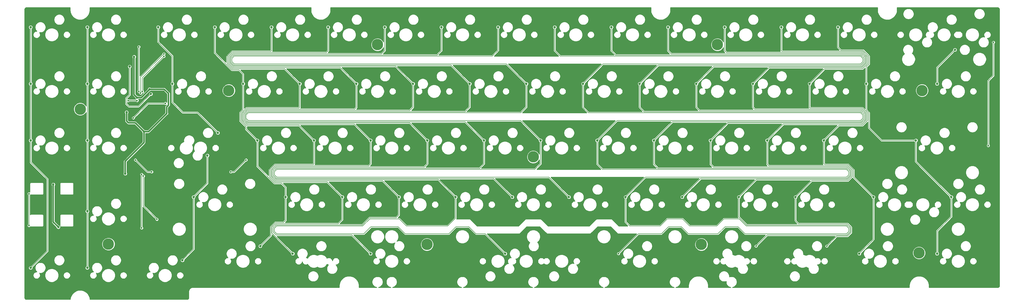
<source format=gbr>
%TF.GenerationSoftware,KiCad,Pcbnew,(5.1.10)-1*%
%TF.CreationDate,2021-09-30T22:16:17+07:00*%
%TF.ProjectId,nonem,6e6f6e65-6d2e-46b6-9963-61645f706362,rev?*%
%TF.SameCoordinates,Original*%
%TF.FileFunction,Copper,L1,Top*%
%TF.FilePolarity,Positive*%
%FSLAX46Y46*%
G04 Gerber Fmt 4.6, Leading zero omitted, Abs format (unit mm)*
G04 Created by KiCad (PCBNEW (5.1.10)-1) date 2021-09-30 22:16:17*
%MOMM*%
%LPD*%
G01*
G04 APERTURE LIST*
%TA.AperFunction,ComponentPad*%
%ADD10C,3.800000*%
%TD*%
%TA.AperFunction,ViaPad*%
%ADD11C,0.800000*%
%TD*%
%TA.AperFunction,ViaPad*%
%ADD12C,0.600000*%
%TD*%
%TA.AperFunction,Conductor*%
%ADD13C,0.500000*%
%TD*%
%TA.AperFunction,Conductor*%
%ADD14C,0.250000*%
%TD*%
%TA.AperFunction,Conductor*%
%ADD15C,0.200000*%
%TD*%
%TA.AperFunction,Conductor*%
%ADD16C,0.100000*%
%TD*%
G04 APERTURE END LIST*
D10*
%TO.P,LOGO1,1*%
%TO.N,N/C*%
X28646509Y-48859717D03*
%TD*%
%TO.P,LOGO2,1*%
%TO.N,N/C*%
X311715401Y-42580277D03*
%TD*%
%TO.P,LOGO3,1*%
%TO.N,N/C*%
X38100954Y-94249995D03*
%TD*%
%TO.P,LOGO4,1*%
%TO.N,N/C*%
X128588454Y-27151663D03*
%TD*%
%TO.P,LOGO5,1*%
%TO.N,N/C*%
X180975944Y-64924721D03*
%TD*%
%TO.P,LOGO6,1*%
%TO.N,N/C*%
X310692337Y-97225552D03*
%TD*%
%TO.P,LOGO7,1*%
%TO.N,N/C*%
X237490948Y-94368050D03*
%TD*%
%TO.P,LOGO8,1*%
%TO.N,N/C*%
X145239559Y-94368050D03*
%TD*%
%TO.P,LOGO9,1*%
%TO.N,N/C*%
X78564559Y-42580277D03*
%TD*%
%TO.P,LOGO10,1*%
%TO.N,N/C*%
X242888444Y-27151663D03*
%TD*%
D11*
%TO.N,+5V*%
X46743788Y-31242215D03*
X47752000Y-44958000D03*
D12*
X57670000Y-50304000D03*
D11*
X50050048Y-56400048D03*
X44207849Y-49899151D03*
X51947004Y-42159996D03*
X43755579Y-70544709D03*
X19558699Y-74203256D03*
X21275058Y-88545540D03*
%TO.N,GND*%
X51196918Y-49410979D03*
D12*
X55661859Y-61912656D03*
X79474419Y-61912656D03*
X85725216Y-61912656D03*
X104775264Y-61912656D03*
X123825312Y-61912656D03*
X142875360Y-61912656D03*
X161925408Y-59233743D03*
X180975456Y-59233743D03*
X200025504Y-59233743D03*
X219075552Y-61912656D03*
X238125600Y-61912656D03*
X257175648Y-61912656D03*
X276225696Y-61912656D03*
X95250240Y-80962704D03*
X114300288Y-80962704D03*
X133350336Y-80962704D03*
X152400384Y-80962704D03*
X171450432Y-80962704D03*
X190500480Y-80962704D03*
X209550528Y-80962704D03*
X228600576Y-80962704D03*
X247650624Y-80962704D03*
X266700672Y-80962704D03*
X285750720Y-78581448D03*
X80962704Y-39886038D03*
X100012752Y-42862608D03*
X119062800Y-42862608D03*
X138112848Y-42862608D03*
X157162896Y-42862608D03*
X176212944Y-42862608D03*
X195262992Y-42862608D03*
X214313040Y-42862608D03*
X233363088Y-42862608D03*
X252413136Y-42862608D03*
X271463184Y-42862608D03*
X290513232Y-40183695D03*
X72032994Y-87511158D03*
X122039370Y-91678356D03*
X149721471Y-91678356D03*
X233958402Y-94357269D03*
X261342846Y-91976013D03*
X104775088Y-86320385D03*
X142875120Y-86320385D03*
X171450144Y-86320385D03*
X193476725Y-86320385D03*
X219075184Y-86320385D03*
X238125200Y-86320385D03*
X52387544Y-66079743D03*
X82153194Y-66079743D03*
X82153194Y-58340674D03*
X52387544Y-60126613D03*
%TO.N,Net-(C6-Pad1)*%
X47759939Y-45974000D03*
X44783374Y-45974000D03*
D11*
%TO.N,RST*%
X45243864Y-34528212D03*
X52387632Y-43755579D03*
D12*
%TO.N,Net-(D73-Pad2)*%
X333970593Y-61126407D03*
X335697500Y-26352500D03*
D11*
%TO.N,C0*%
X11965000Y-40322500D03*
X11965000Y-59372500D03*
X11965000Y-21272500D03*
X11965000Y-102235000D03*
%TO.N,C1*%
X31015000Y-40322500D03*
X31015000Y-21272500D03*
X31015000Y-59372500D03*
X31015000Y-83185000D03*
X31015000Y-102235000D03*
%TO.N,C2*%
X59590000Y-40322500D03*
X54827500Y-21272500D03*
X74898250Y-56832500D03*
X62992000Y-99695000D03*
X66733750Y-78422500D03*
X71378750Y-64452500D03*
X59590000Y-40322500D03*
%TO.N,C3*%
X83402500Y-40322500D03*
X73877568Y-21272520D03*
X88165000Y-59372500D03*
X97690000Y-78422500D03*
X89185750Y-94932500D03*
%TO.N,C4*%
X102452500Y-40322500D03*
X116740000Y-78422500D03*
X107215000Y-59372500D03*
X100071250Y-97472500D03*
X92927500Y-21272500D03*
%TO.N,C5*%
X111977500Y-21272500D03*
X135790136Y-78422568D03*
X121502500Y-40322500D03*
X126265000Y-59372500D03*
X126265000Y-97472500D03*
%TO.N,C6*%
X131027500Y-21272500D03*
X154840136Y-78422568D03*
X140552500Y-40322500D03*
X145315000Y-59372500D03*
X171508750Y-97472500D03*
%TO.N,C7*%
X150077500Y-21272500D03*
X173890000Y-78422500D03*
X159602500Y-40322500D03*
X164365000Y-59372500D03*
%TO.N,C8*%
X169127500Y-21272500D03*
X192940000Y-78422500D03*
X178652500Y-40322500D03*
X183415000Y-59372500D03*
%TO.N,C9*%
X188177500Y-21272500D03*
X211990000Y-78422500D03*
X197702500Y-40322500D03*
X202465000Y-59372500D03*
D12*
X209608750Y-97472500D03*
D11*
%TO.N,C10*%
X207227500Y-21272500D03*
X231040000Y-78422500D03*
X221515000Y-59372500D03*
X216752500Y-40322500D03*
%TO.N,C11*%
X226277500Y-21272500D03*
X240565000Y-59372500D03*
X235802500Y-40322500D03*
X250090000Y-78422500D03*
D12*
X255873250Y-94932500D03*
D11*
%TO.N,C12*%
X245327500Y-21272500D03*
X269140000Y-78422500D03*
X259615000Y-59372500D03*
X254852500Y-40322500D03*
D12*
X279685750Y-94932500D03*
D11*
%TO.N,C13*%
X264377500Y-21272500D03*
X278665000Y-59372500D03*
X273902500Y-40322500D03*
X295333750Y-78422500D03*
X290571250Y-97472500D03*
D12*
%TO.N,C14*%
X56753553Y-31099553D03*
X49530000Y-42926000D03*
D11*
X283427500Y-21272500D03*
X292952500Y-40322500D03*
X309621250Y-59372500D03*
X321527500Y-78422500D03*
X316765000Y-97472500D03*
D12*
%TO.N,C15*%
X48930000Y-43459066D03*
X56745820Y-30258757D03*
D11*
X316765000Y-40322500D03*
X322770500Y-28892500D03*
D12*
%TO.N,R0*%
X48330000Y-42925299D03*
X48330000Y-27883000D03*
%TO.N,R1*%
X57249643Y-46893788D03*
X46482000Y-51816000D03*
%TO.N,R3*%
X49275040Y-88837576D03*
X49275040Y-70803460D03*
%TO.N,R2*%
X47191521Y-65943912D03*
X84398507Y-65943804D03*
X79222600Y-69948500D03*
X52641500Y-69948500D03*
%TO.N,R4*%
X54416806Y-85915500D03*
X49875040Y-71340181D03*
%TO.N,Net-(D75-Pad2)*%
X11394879Y-88022559D03*
X11394879Y-77306907D03*
%TD*%
D13*
%TO.N,+5V*%
X46743788Y-43949788D02*
X47752000Y-44958000D01*
X46743788Y-31242215D02*
X46743788Y-43949788D01*
X51573952Y-56400048D02*
X57670000Y-50304000D01*
X50050048Y-56400048D02*
X51573952Y-56400048D01*
X50050048Y-56400048D02*
X47117000Y-53467000D01*
X47117000Y-53467000D02*
X44831000Y-53467000D01*
X44207849Y-52843849D02*
X44831000Y-53467000D01*
X44207849Y-49899151D02*
X44207849Y-52843849D01*
X57670000Y-50304000D02*
X57670000Y-48121000D01*
X57670000Y-48121000D02*
X58293000Y-47498000D01*
X58293000Y-47498000D02*
X58293000Y-43561000D01*
X56891996Y-42159996D02*
X51947004Y-42159996D01*
X58293000Y-43561000D02*
X56891996Y-42159996D01*
X49149000Y-44958000D02*
X51947004Y-42159996D01*
X47752000Y-44958000D02*
X49149000Y-44958000D01*
X43755579Y-70544709D02*
X43755579Y-66377511D01*
X50050048Y-60083042D02*
X50050048Y-56400048D01*
X43755579Y-66377511D02*
X50050048Y-60083042D01*
X19558699Y-86829181D02*
X21275058Y-88545540D01*
X19558699Y-74203256D02*
X19558699Y-86829181D01*
D14*
%TO.N,Net-(C6-Pad1)*%
X47759939Y-45974000D02*
X44783374Y-45974000D01*
X44783374Y-45974000D02*
X44783374Y-45974000D01*
D15*
%TO.N,RST*%
X45243864Y-34528212D02*
X45243864Y-44053236D01*
X45243864Y-44053236D02*
X44053236Y-45243864D01*
X44053236Y-45243864D02*
X44053236Y-47029806D01*
X44053236Y-47029806D02*
X44946207Y-47922777D01*
X48220434Y-47922777D02*
X52387632Y-43755579D01*
X44946207Y-47922777D02*
X48220434Y-47922777D01*
%TO.N,Net-(D73-Pad2)*%
X333970593Y-61126407D02*
X333970593Y-39282407D01*
X335697500Y-37555500D02*
X335697500Y-26352500D01*
X333970593Y-39282407D02*
X335697500Y-37555500D01*
%TO.N,C0*%
X11965000Y-40322500D02*
X11965000Y-59372500D01*
X11965000Y-40322500D02*
X11965000Y-21272500D01*
X11965000Y-102235000D02*
X17561763Y-96638237D01*
X17561763Y-96638237D02*
X17561763Y-72330651D01*
X11965000Y-66733888D02*
X11965000Y-59372500D01*
X17561763Y-72330651D02*
X11965000Y-66733888D01*
%TO.N,C1*%
X31015000Y-40322500D02*
X31015000Y-21272500D01*
X31015000Y-40322500D02*
X31015000Y-59372500D01*
X31015000Y-59372500D02*
X31015000Y-83185000D01*
X31015000Y-83185000D02*
X31015000Y-102235000D01*
%TO.N,C2*%
X59590000Y-40322500D02*
X59590000Y-46493114D01*
X59590000Y-46493114D02*
X63103178Y-50006292D01*
X59590000Y-31014976D02*
X59590000Y-40322500D01*
X54827500Y-21272500D02*
X54827500Y-26252476D01*
X54827500Y-26252476D02*
X59590000Y-31014976D01*
X68072042Y-50006292D02*
X74898250Y-56832500D01*
X63103178Y-50006292D02*
X68072042Y-50006292D01*
X71378750Y-64452500D02*
X71378750Y-73777500D01*
X71378750Y-73777500D02*
X66733750Y-78422500D01*
X62992000Y-99695000D02*
X66733750Y-95953250D01*
X66733750Y-95953250D02*
X66733750Y-78422500D01*
%TO.N,C3*%
X92742548Y-88448881D02*
X94203969Y-86987460D01*
X79571200Y-35637560D02*
X73877568Y-29943927D01*
X73877568Y-29943927D02*
X73877568Y-21272520D01*
X81992560Y-35637560D02*
X79571200Y-35637560D01*
X83402500Y-37047500D02*
X81992560Y-35637560D01*
X83402500Y-40322500D02*
X83402500Y-37047500D01*
X88165000Y-68029491D02*
X88165000Y-59372500D01*
X93873069Y-73737560D02*
X88165000Y-68029491D01*
X96280060Y-73737560D02*
X93873069Y-73737560D01*
X97690000Y-75147500D02*
X96280060Y-73737560D01*
X97690000Y-78422500D02*
X97690000Y-75147500D01*
X84348069Y-55555569D02*
X88165000Y-59372500D01*
X84348069Y-54687560D02*
X84348069Y-55555569D01*
X82417528Y-52757019D02*
X84348069Y-54687560D01*
X83402500Y-49032531D02*
X82417528Y-50017503D01*
X82417528Y-50017503D02*
X82417528Y-52757019D01*
X83402500Y-40322500D02*
X83402500Y-49032531D01*
X97690000Y-86261717D02*
X96964257Y-86987460D01*
X97690000Y-78422500D02*
X97690000Y-86261717D01*
X94203969Y-86987460D02*
X96964257Y-86987460D01*
X92742548Y-91375702D02*
X89185750Y-94932500D01*
X92742548Y-88448881D02*
X92742548Y-91375702D01*
%TO.N,C4*%
X92342538Y-69233192D02*
X94038280Y-67537450D01*
X92342538Y-71641330D02*
X92342538Y-69233192D01*
X94038758Y-73337550D02*
X92342538Y-71641330D01*
X102130050Y-54287550D02*
X107215000Y-59372500D01*
X82817538Y-52591330D02*
X84513758Y-54287550D01*
X82817538Y-50183192D02*
X82817538Y-52591330D01*
X84513280Y-48487450D02*
X82817538Y-50183192D01*
X102126739Y-48487450D02*
X84513280Y-48487450D01*
X102452500Y-48161689D02*
X102126739Y-48487450D01*
X84513758Y-54287550D02*
X102130050Y-54287550D01*
X102452500Y-40322500D02*
X102452500Y-48161689D01*
X94369659Y-91770909D02*
X100071250Y-97472500D01*
X94369658Y-87387470D02*
X93142558Y-88614570D01*
X115367181Y-87387470D02*
X94369658Y-87387470D01*
X116740000Y-86014651D02*
X115367181Y-87387470D01*
X93142558Y-88614570D02*
X93142558Y-90543808D01*
X116740000Y-78422500D02*
X116740000Y-86014651D01*
X92927500Y-29210000D02*
X92927500Y-21272500D01*
X92700050Y-29437450D02*
X92927500Y-29210000D01*
X79736648Y-29437450D02*
X92700050Y-29437450D01*
X78041764Y-33542423D02*
X78041764Y-31132334D01*
X79736889Y-35237550D02*
X78041764Y-33542423D01*
X97367550Y-35237550D02*
X79736889Y-35237550D01*
X78041764Y-31132334D02*
X79736648Y-29437450D01*
X102452500Y-40322500D02*
X97367550Y-35237550D01*
X111655050Y-73337550D02*
X116740000Y-78422500D01*
X94038758Y-73337550D02*
X111655050Y-73337550D01*
X107215000Y-67283000D02*
X106960550Y-67537450D01*
X107215000Y-59372500D02*
X107215000Y-67283000D01*
X94038280Y-67537450D02*
X106960550Y-67537450D01*
X93142558Y-90543808D02*
X94369659Y-91770909D01*
%TO.N,C5*%
X120780040Y-53887540D02*
X126265000Y-59372500D01*
X84679447Y-53887540D02*
X120780040Y-53887540D01*
X83217548Y-52425641D02*
X84679447Y-53887540D01*
X83217548Y-50348881D02*
X83217548Y-52425641D01*
X84678969Y-48887460D02*
X83217548Y-50348881D01*
X121502500Y-48305293D02*
X120920333Y-48887460D01*
X121502500Y-40322500D02*
X121502500Y-48305293D01*
X120920333Y-48887460D02*
X84678969Y-48887460D01*
X119980020Y-91187520D02*
X126265000Y-97472500D01*
X93542568Y-88780259D02*
X93542568Y-90194740D01*
X94535347Y-87787480D02*
X93542568Y-88780259D01*
X123452201Y-87787480D02*
X94535347Y-87787480D01*
X94535348Y-91187520D02*
X119980020Y-91187520D01*
X125833451Y-85406230D02*
X123452201Y-87787480D01*
X93542568Y-90194740D02*
X94535348Y-91187520D01*
X134859580Y-85406230D02*
X125833451Y-85406230D01*
X135790136Y-84475674D02*
X134859580Y-85406230D01*
X135790136Y-78422568D02*
X135790136Y-84475674D01*
X111977500Y-29231420D02*
X111977500Y-21272500D01*
X79902337Y-29837460D02*
X111371460Y-29837460D01*
X111371460Y-29837460D02*
X111977500Y-29231420D01*
X78441774Y-33376734D02*
X78441774Y-31298023D01*
X78441774Y-31298023D02*
X79902337Y-29837460D01*
X116017540Y-34837540D02*
X79902578Y-34837540D01*
X79902578Y-34837540D02*
X78441774Y-33376734D01*
X121502500Y-40322500D02*
X116017540Y-34837540D01*
X130305108Y-72937540D02*
X135790136Y-78422568D01*
X94204447Y-72937540D02*
X130305108Y-72937540D01*
X92742548Y-71475641D02*
X94204447Y-72937540D01*
X92742548Y-69398881D02*
X92742548Y-71475641D01*
X94203969Y-67937460D02*
X92742548Y-69398881D01*
X126265000Y-67283000D02*
X125610540Y-67937460D01*
X126265000Y-59372500D02*
X126265000Y-67283000D01*
X125610540Y-67937460D02*
X94203969Y-67937460D01*
%TO.N,C6*%
X135524140Y-88406260D02*
X137905390Y-90787510D01*
X126413360Y-88406260D02*
X135524140Y-88406260D01*
X124032110Y-90787510D02*
X126413360Y-88406260D01*
X94701037Y-90787510D02*
X124032110Y-90787510D01*
X93942578Y-90029051D02*
X94701037Y-90787510D01*
X138319610Y-88187490D02*
X135938360Y-85806240D01*
X152192890Y-88187490D02*
X138319610Y-88187490D01*
X93942578Y-88945948D02*
X93942578Y-90029051D01*
X94701036Y-88187490D02*
X93942578Y-88945948D01*
X152607110Y-90787510D02*
X154988360Y-88406260D01*
X125999140Y-85806240D02*
X123617890Y-88187490D01*
X159336640Y-88406260D02*
X161717890Y-90787510D01*
X137905390Y-90787510D02*
X152607110Y-90787510D01*
X135938360Y-85806240D02*
X125999140Y-85806240D01*
X154988360Y-88406260D02*
X159336640Y-88406260D01*
X123617890Y-88187490D02*
X94701036Y-88187490D01*
X83617558Y-50514570D02*
X84844658Y-49287470D01*
X83617558Y-52259952D02*
X83617558Y-50514570D01*
X84845136Y-53487530D02*
X83617558Y-52259952D01*
X139430030Y-53487530D02*
X145315000Y-59372500D01*
X84845136Y-53487530D02*
X139430030Y-53487530D01*
X140552500Y-48161721D02*
X139426751Y-49287470D01*
X140552500Y-40322500D02*
X140552500Y-48161721D01*
X84844658Y-49287470D02*
X139426751Y-49287470D01*
X154840136Y-85540244D02*
X154840136Y-78422568D01*
X152192890Y-88187490D02*
X154840136Y-85540244D01*
X164823760Y-90787510D02*
X171508750Y-97472500D01*
X161717890Y-90787510D02*
X164823760Y-90787510D01*
X129932470Y-30237470D02*
X131027500Y-29142440D01*
X131027500Y-29142440D02*
X131027500Y-21272500D01*
X78841784Y-31463712D02*
X80068026Y-30237470D01*
X78841784Y-33211047D02*
X78841784Y-31463712D01*
X80068267Y-34437530D02*
X78841784Y-33211047D01*
X134667530Y-34437530D02*
X80068267Y-34437530D01*
X80068026Y-30237470D02*
X129932470Y-30237470D01*
X140552500Y-40322500D02*
X134667530Y-34437530D01*
X148955098Y-72537530D02*
X154840136Y-78422568D01*
X94370136Y-72537530D02*
X148955098Y-72537530D01*
X93142558Y-71309952D02*
X94370136Y-72537530D01*
X93142558Y-69564570D02*
X93142558Y-71309952D01*
X94369658Y-68337470D02*
X93142558Y-69564570D01*
X145315000Y-67305940D02*
X144283470Y-68337470D01*
X145315000Y-59372500D02*
X145315000Y-67305940D01*
X144283470Y-68337470D02*
X94369658Y-68337470D01*
%TO.N,C7*%
X159602500Y-48119426D02*
X159602500Y-40322500D01*
X158034446Y-49687480D02*
X159602500Y-48119426D01*
X85010347Y-49687480D02*
X158034446Y-49687480D01*
X84017568Y-52094263D02*
X84017568Y-50680259D01*
X84017568Y-50680259D02*
X85010347Y-49687480D01*
X85010825Y-53087520D02*
X84017568Y-52094263D01*
X158080020Y-53087520D02*
X85010825Y-53087520D01*
X164365000Y-59372500D02*
X158080020Y-53087520D01*
X150077500Y-29180460D02*
X150077500Y-21272500D01*
X148620480Y-30637480D02*
X150077500Y-29180460D01*
X80233715Y-30637480D02*
X148620480Y-30637480D01*
X79241794Y-31629401D02*
X80233715Y-30637480D01*
X79241794Y-33045358D02*
X79241794Y-31629401D01*
X80233956Y-34037520D02*
X79241794Y-33045358D01*
X153317520Y-34037520D02*
X80233956Y-34037520D01*
X159602500Y-40322500D02*
X153317520Y-34037520D01*
X167605020Y-72137520D02*
X173890000Y-78422500D01*
X93542568Y-69730259D02*
X93542568Y-71144263D01*
X94535347Y-68737480D02*
X93542568Y-69730259D01*
X93542568Y-71144263D02*
X94535825Y-72137520D01*
X94535825Y-72137520D02*
X167605020Y-72137520D01*
X164365000Y-67283000D02*
X162910520Y-68737480D01*
X164365000Y-59372500D02*
X164365000Y-67283000D01*
X162910520Y-68737480D02*
X94535347Y-68737480D01*
%TO.N,C8*%
X176730010Y-52687510D02*
X183415000Y-59372500D01*
X84417578Y-51928574D02*
X85176514Y-52687510D01*
X84417578Y-50845948D02*
X84417578Y-51928574D01*
X85176036Y-50087490D02*
X84417578Y-50845948D01*
X176726763Y-50087490D02*
X85176036Y-50087490D01*
X85176514Y-52687510D02*
X176730010Y-52687510D01*
X178652500Y-48161753D02*
X176726763Y-50087490D01*
X178652500Y-40322500D02*
X178652500Y-48161753D01*
X169127500Y-29119500D02*
X169127500Y-21272500D01*
X80399404Y-31037490D02*
X167209510Y-31037490D01*
X79641804Y-31795090D02*
X80399404Y-31037490D01*
X79641804Y-32879669D02*
X79641804Y-31795090D01*
X80399645Y-33637510D02*
X79641804Y-32879669D01*
X171967510Y-33637510D02*
X80399645Y-33637510D01*
X167209510Y-31037490D02*
X169127500Y-29119500D01*
X178652500Y-40322500D02*
X171967510Y-33637510D01*
X186255010Y-71737510D02*
X192940000Y-78422500D01*
X94701514Y-71737510D02*
X186255010Y-71737510D01*
X93942578Y-70978574D02*
X94701514Y-71737510D01*
X93942578Y-69895948D02*
X93942578Y-70978574D01*
X94701036Y-69137490D02*
X93942578Y-69895948D01*
X183415000Y-67254980D02*
X181532490Y-69137490D01*
X183415000Y-59372500D02*
X183415000Y-67254980D01*
X181532490Y-69137490D02*
X94701036Y-69137490D01*
%TO.N,C9*%
X291833195Y-51929669D02*
X291075354Y-52687510D01*
X291833195Y-50845090D02*
X291833195Y-51929669D01*
X291075595Y-50087490D02*
X291833195Y-50845090D01*
X209149990Y-52687510D02*
X202465000Y-59372500D01*
X199529990Y-50087490D02*
X291075595Y-50087490D01*
X197702500Y-48260000D02*
X199529990Y-50087490D01*
X291075354Y-52687510D02*
X209149990Y-52687510D01*
X197702500Y-40322500D02*
X197702500Y-48260000D01*
X188177500Y-29173500D02*
X188177500Y-21272500D01*
X190041490Y-31037490D02*
X188177500Y-29173500D01*
X291061463Y-31037490D02*
X190041490Y-31037490D01*
X291833195Y-31809222D02*
X291061463Y-31037490D01*
X291833195Y-32879669D02*
X291833195Y-31809222D01*
X291057864Y-33655000D02*
X291833195Y-32879669D01*
X204370000Y-33655000D02*
X291057864Y-33655000D01*
X197702500Y-40322500D02*
X204370000Y-33655000D01*
X218674990Y-71737510D02*
X211990000Y-78422500D01*
X286298485Y-71737510D02*
X218674990Y-71737510D01*
X287057421Y-70978574D02*
X286298485Y-71737510D01*
X287057421Y-69895948D02*
X287057421Y-70978574D01*
X286298963Y-69137490D02*
X287057421Y-69895948D01*
X204292490Y-69137490D02*
X286298963Y-69137490D01*
X202465000Y-67310000D02*
X204292490Y-69137490D01*
X202465000Y-59372500D02*
X202465000Y-67310000D01*
X233172880Y-90805000D02*
X230774140Y-88406260D01*
X245475860Y-88406260D02*
X243077120Y-90805000D01*
X216293740Y-90787510D02*
X209608750Y-97472500D01*
X249824140Y-88406260D02*
X245475860Y-88406260D01*
X252205390Y-90787510D02*
X249824140Y-88406260D01*
X224044610Y-90787510D02*
X216293740Y-90787510D01*
X243077120Y-90805000D02*
X233172880Y-90805000D01*
X287057421Y-90028574D02*
X286298485Y-90787510D01*
X287057421Y-88945948D02*
X287057421Y-90028574D01*
X211990000Y-78422500D02*
X211990000Y-86793400D01*
X230774140Y-88406260D02*
X226425860Y-88406260D01*
X245061640Y-85806240D02*
X250238360Y-85806240D01*
X211990000Y-86793400D02*
X213384090Y-88187490D01*
X213384090Y-88187490D02*
X223630390Y-88187490D01*
X223630390Y-88187490D02*
X226011640Y-85806240D01*
X233569610Y-88187490D02*
X242680390Y-88187490D01*
X226011640Y-85806240D02*
X231188360Y-85806240D01*
X231188360Y-85806240D02*
X233569610Y-88187490D01*
X286298485Y-90787510D02*
X252205390Y-90787510D01*
X242680390Y-88187490D02*
X245061640Y-85806240D01*
X250238360Y-85806240D02*
X252619610Y-88187490D01*
X252619610Y-88187490D02*
X286298963Y-88187490D01*
X226425860Y-88406260D02*
X224044610Y-90787510D01*
X286298963Y-88187490D02*
X287057421Y-88945948D01*
%TO.N,C10*%
X291241043Y-53087520D02*
X227799980Y-53087520D01*
X292233205Y-52095358D02*
X291241043Y-53087520D01*
X291241284Y-49687480D02*
X292233205Y-50679401D01*
X227799980Y-53087520D02*
X221515000Y-59372500D01*
X218216480Y-49687480D02*
X291241284Y-49687480D01*
X292233205Y-50679401D02*
X292233205Y-52095358D01*
X216752500Y-48223500D02*
X218216480Y-49687480D01*
X216752500Y-40322500D02*
X216752500Y-48223500D01*
X207227500Y-29173500D02*
X207227500Y-21272500D01*
X208691480Y-30637480D02*
X207227500Y-29173500D01*
X291227152Y-30637480D02*
X208691480Y-30637480D01*
X292233205Y-31643533D02*
X291227152Y-30637480D01*
X292233205Y-33045358D02*
X292233205Y-31643533D01*
X291223553Y-34055010D02*
X292233205Y-33045358D01*
X223019990Y-34055010D02*
X291223553Y-34055010D01*
X216752500Y-40322500D02*
X223019990Y-34055010D01*
X237324980Y-72137520D02*
X231040000Y-78422500D01*
X286464174Y-72137520D02*
X237324980Y-72137520D01*
X287457431Y-71144263D02*
X286464174Y-72137520D01*
X287457431Y-69730259D02*
X287457431Y-71144263D01*
X286464652Y-68737480D02*
X287457431Y-69730259D01*
X222915480Y-68737480D02*
X286464652Y-68737480D01*
X221515000Y-67337000D02*
X222915480Y-68737480D01*
X221515000Y-59372500D02*
X221515000Y-67337000D01*
%TO.N,C11*%
X246449970Y-53487530D02*
X240565000Y-59372500D01*
X292633215Y-52261047D02*
X291406732Y-53487530D01*
X292633215Y-50513712D02*
X292633215Y-52261047D01*
X291406973Y-49287470D02*
X292633215Y-50513712D01*
X236866470Y-49287470D02*
X291406973Y-49287470D01*
X235802500Y-48223500D02*
X236866470Y-49287470D01*
X291406732Y-53487530D02*
X246449970Y-53487530D01*
X235802500Y-40322500D02*
X235802500Y-48223500D01*
X226277500Y-29173500D02*
X226277500Y-21272500D01*
X227341470Y-30237470D02*
X226277500Y-29173500D01*
X291392841Y-30237470D02*
X227341470Y-30237470D01*
X292633215Y-31477844D02*
X291392841Y-30237470D01*
X292633215Y-33211047D02*
X292633215Y-31477844D01*
X291389242Y-34455020D02*
X292633215Y-33211047D01*
X241669980Y-34455020D02*
X291389242Y-34455020D01*
X235802500Y-40322500D02*
X241669980Y-34455020D01*
X286629863Y-72537530D02*
X255974970Y-72537530D01*
X287857441Y-71309952D02*
X286629863Y-72537530D01*
X287857441Y-69564570D02*
X287857441Y-71309952D01*
X286630341Y-68337470D02*
X287857441Y-69564570D01*
X241565470Y-68337470D02*
X286630341Y-68337470D01*
X255974970Y-72537530D02*
X250090000Y-78422500D01*
X240565000Y-67337000D02*
X241565470Y-68337470D01*
X240565000Y-59372500D02*
X240565000Y-67337000D01*
X259618230Y-91187520D02*
X255873250Y-94932500D01*
X287457431Y-90194263D02*
X286464174Y-91187520D01*
X286464652Y-87787480D02*
X287457431Y-88780259D01*
X286464174Y-91187520D02*
X259618230Y-91187520D01*
X252785298Y-87787480D02*
X286464652Y-87787480D01*
X287457431Y-88780259D02*
X287457431Y-90194263D01*
X250090000Y-85092182D02*
X252785298Y-87787480D01*
X250090000Y-78422500D02*
X250090000Y-85092182D01*
%TO.N,C12*%
X265099960Y-53887540D02*
X259615000Y-59372500D01*
X291572421Y-53887540D02*
X265099960Y-53887540D01*
X293033225Y-52426736D02*
X291572421Y-53887540D01*
X293033225Y-50348023D02*
X293033225Y-52426736D01*
X291572662Y-48887460D02*
X293033225Y-50348023D01*
X255461071Y-48887460D02*
X291572662Y-48887460D01*
X254852500Y-48278889D02*
X255461071Y-48887460D01*
X254852500Y-40322500D02*
X254852500Y-48278889D01*
X245327500Y-29173500D02*
X245327500Y-21272500D01*
X291558530Y-29837460D02*
X245991460Y-29837460D01*
X293033225Y-31312155D02*
X291558530Y-29837460D01*
X245991460Y-29837460D02*
X245327500Y-29173500D01*
X293033225Y-33376736D02*
X293033225Y-31312155D01*
X291554931Y-34855030D02*
X293033225Y-33376736D01*
X260319970Y-34855030D02*
X291554931Y-34855030D01*
X254852500Y-40322500D02*
X260319970Y-34855030D01*
X286795552Y-72937540D02*
X274624960Y-72937540D01*
X274624960Y-72937540D02*
X269140000Y-78422500D01*
X288257451Y-71475641D02*
X286795552Y-72937540D01*
X288257451Y-69398881D02*
X288257451Y-71475641D01*
X286796030Y-67937460D02*
X288257451Y-69398881D01*
X260215460Y-67937460D02*
X286796030Y-67937460D01*
X259615000Y-67337000D02*
X260215460Y-67937460D01*
X259615000Y-59372500D02*
X259615000Y-67337000D01*
X286629863Y-91587530D02*
X283030720Y-91587530D01*
X287857441Y-90359952D02*
X286629863Y-91587530D01*
X283030720Y-91587530D02*
X279685750Y-94932500D01*
X287857441Y-88614570D02*
X287857441Y-90359952D01*
X286630341Y-87387470D02*
X287857441Y-88614570D01*
X270165870Y-87387470D02*
X286630341Y-87387470D01*
X269140000Y-86361600D02*
X270165870Y-87387470D01*
X269140000Y-78422500D02*
X269140000Y-86361600D01*
%TO.N,C13*%
X283749950Y-54287550D02*
X278665000Y-59372500D01*
X291738351Y-48487450D02*
X293433235Y-50182334D01*
X274129950Y-48487450D02*
X291738351Y-48487450D01*
X293433235Y-50182334D02*
X293433235Y-52592425D01*
X273902500Y-48260000D02*
X274129950Y-48487450D01*
X291738110Y-54287550D02*
X283749950Y-54287550D01*
X293433235Y-52592425D02*
X291738110Y-54287550D01*
X273902500Y-40322500D02*
X273902500Y-48260000D01*
X278665000Y-67210000D02*
X278665000Y-59372500D01*
X278992450Y-67537450D02*
X278665000Y-67210000D01*
X288657461Y-69233192D02*
X286961719Y-67537450D01*
X286961719Y-67537450D02*
X278992450Y-67537450D01*
X288657461Y-71746211D02*
X295333750Y-78422500D01*
X288657461Y-69233192D02*
X288657461Y-71746211D01*
X295333750Y-92710000D02*
X290571250Y-97472500D01*
X295333750Y-78422500D02*
X295333750Y-92710000D01*
X264377500Y-29173500D02*
X264377500Y-21272500D01*
X264641450Y-29437450D02*
X264377500Y-29173500D01*
X291724219Y-29437450D02*
X264641450Y-29437450D01*
X293433235Y-33542425D02*
X293433235Y-31146466D01*
X293433235Y-31146466D02*
X291724219Y-29437450D01*
X291720620Y-35255040D02*
X293433235Y-33542425D01*
X278969960Y-35255040D02*
X291720620Y-35255040D01*
X273902500Y-40322500D02*
X278969960Y-35255040D01*
%TO.N,C14*%
X49530000Y-38323106D02*
X56753553Y-31099553D01*
X49530000Y-42926000D02*
X49530000Y-38323106D01*
X292952500Y-34588858D02*
X293833245Y-33708114D01*
X292952500Y-40322500D02*
X292952500Y-34588858D01*
X293833245Y-30980777D02*
X291889908Y-29037440D01*
X293833245Y-33708114D02*
X293833245Y-30980777D01*
X291889908Y-29037440D02*
X284434440Y-29037440D01*
X283427500Y-28030500D02*
X283427500Y-21272500D01*
X284434440Y-29037440D02*
X283427500Y-28030500D01*
X298093013Y-59372500D02*
X309621250Y-59372500D01*
X293833245Y-50016645D02*
X293833245Y-55112732D01*
X292952500Y-49135901D02*
X293833245Y-50016645D01*
X293833245Y-55112732D02*
X298093013Y-59372500D01*
X292952500Y-40322500D02*
X292952500Y-49135901D01*
X309621250Y-66516250D02*
X321527500Y-78422500D01*
X309621250Y-59372500D02*
X309621250Y-66516250D01*
X321527500Y-78422500D02*
X321527500Y-85071279D01*
X316765000Y-89833779D02*
X316765000Y-97472500D01*
X321527500Y-85071279D02*
X316765000Y-89833779D01*
%TO.N,C15*%
X48930000Y-38074577D02*
X56745820Y-30258757D01*
X48930000Y-43459066D02*
X48930000Y-38074577D01*
X316765000Y-34898000D02*
X322770500Y-28892500D01*
X316765000Y-40322500D02*
X316765000Y-34898000D01*
%TO.N,R0*%
X48330000Y-42925299D02*
X48330000Y-27883000D01*
X48330000Y-27883000D02*
X48330000Y-27883000D01*
%TO.N,R1*%
X51404212Y-46893788D02*
X46482000Y-51816000D01*
X57249643Y-46893788D02*
X51404212Y-46893788D01*
%TO.N,R3*%
X49275040Y-88837576D02*
X49275040Y-70803460D01*
X49275040Y-70803460D02*
X49275040Y-70803460D01*
%TO.N,R2*%
X47191521Y-65943912D02*
X51196109Y-69948500D01*
X80393811Y-69948500D02*
X79222600Y-69948500D01*
X84398507Y-65943804D02*
X80393811Y-69948500D01*
X51196109Y-69948500D02*
X52641500Y-69948500D01*
%TO.N,R4*%
X54416806Y-85915500D02*
X49875040Y-81373734D01*
X49875040Y-71340181D02*
X49875040Y-81373734D01*
%TO.N,Net-(D75-Pad2)*%
X11394879Y-77306907D02*
X11394879Y-88022559D01*
%TD*%
D14*
%TO.N,GND*%
X25222945Y-15513513D02*
X25223755Y-15521776D01*
X25223267Y-15530072D01*
X25223540Y-15535999D01*
X25239800Y-15842887D01*
X25242732Y-15862201D01*
X25243652Y-15881726D01*
X25244550Y-15887592D01*
X25292230Y-16185386D01*
X25297129Y-16204064D01*
X25300051Y-16223163D01*
X25301557Y-16228903D01*
X25379003Y-16515948D01*
X25385729Y-16533750D01*
X25390533Y-16552159D01*
X25392623Y-16557713D01*
X25498181Y-16832356D01*
X25506572Y-16849096D01*
X25513120Y-16866639D01*
X25515765Y-16871951D01*
X25647781Y-17132538D01*
X25657685Y-17148104D01*
X25665840Y-17164651D01*
X25669005Y-17169671D01*
X25825827Y-17414549D01*
X25837106Y-17428863D01*
X25846755Y-17444338D01*
X25850404Y-17449018D01*
X26030377Y-17676532D01*
X26042931Y-17689557D01*
X26053977Y-17703891D01*
X26058071Y-17708187D01*
X26259540Y-17916684D01*
X26273284Y-17928373D01*
X26285664Y-17941521D01*
X26290162Y-17945392D01*
X26511475Y-18133219D01*
X26526353Y-18143529D01*
X26540011Y-18155421D01*
X26544870Y-18158828D01*
X26784373Y-18324330D01*
X26800321Y-18333187D01*
X26815210Y-18343741D01*
X26820384Y-18346648D01*
X27076424Y-18488173D01*
X27093373Y-18495483D01*
X27109431Y-18504591D01*
X27114871Y-18506963D01*
X27385793Y-18622856D01*
X27403640Y-18628504D01*
X27420772Y-18636031D01*
X27426425Y-18637837D01*
X27710577Y-18726445D01*
X27729162Y-18730300D01*
X27747230Y-18736104D01*
X27753039Y-18737318D01*
X28048766Y-18796987D01*
X28067868Y-18798930D01*
X28086673Y-18802870D01*
X28092576Y-18803473D01*
X28398225Y-18832549D01*
X28417575Y-18832493D01*
X28436829Y-18834456D01*
X28442763Y-18834437D01*
X28756681Y-18831268D01*
X28776626Y-18829109D01*
X28796705Y-18828974D01*
X28802603Y-18828313D01*
X29088906Y-18794249D01*
X29106936Y-18790290D01*
X29125311Y-18788307D01*
X29131112Y-18787056D01*
X29407184Y-18725552D01*
X29424541Y-18719859D01*
X29442432Y-18716095D01*
X29448080Y-18714272D01*
X29712784Y-18626827D01*
X29729223Y-18619548D01*
X29746383Y-18614130D01*
X29751824Y-18611761D01*
X29884828Y-18552753D01*
X38815000Y-18552753D01*
X38815000Y-18912247D01*
X38885134Y-19264833D01*
X39022706Y-19596961D01*
X39222430Y-19895869D01*
X39476631Y-20150070D01*
X39775539Y-20349794D01*
X40107667Y-20487366D01*
X40460253Y-20557500D01*
X40819747Y-20557500D01*
X41172333Y-20487366D01*
X41504461Y-20349794D01*
X41803369Y-20150070D01*
X42057570Y-19895869D01*
X42257294Y-19596961D01*
X42394866Y-19264833D01*
X42465000Y-18912247D01*
X42465000Y-18552753D01*
X62627500Y-18552753D01*
X62627500Y-18912247D01*
X62697634Y-19264833D01*
X62835206Y-19596961D01*
X63034930Y-19895869D01*
X63289131Y-20150070D01*
X63588039Y-20349794D01*
X63920167Y-20487366D01*
X64272753Y-20557500D01*
X64632247Y-20557500D01*
X64984833Y-20487366D01*
X65316961Y-20349794D01*
X65615869Y-20150070D01*
X65870070Y-19895869D01*
X66069794Y-19596961D01*
X66207366Y-19264833D01*
X66277500Y-18912247D01*
X66277500Y-18552773D01*
X81677568Y-18552773D01*
X81677568Y-18912267D01*
X81747702Y-19264853D01*
X81885274Y-19596981D01*
X82084998Y-19895889D01*
X82339199Y-20150090D01*
X82638107Y-20349814D01*
X82970235Y-20487386D01*
X83322821Y-20557520D01*
X83682315Y-20557520D01*
X84034901Y-20487386D01*
X84367029Y-20349814D01*
X84665937Y-20150090D01*
X84920138Y-19895889D01*
X85119862Y-19596981D01*
X85257434Y-19264853D01*
X85327568Y-18912267D01*
X85327568Y-18552773D01*
X85327565Y-18552753D01*
X100727500Y-18552753D01*
X100727500Y-18912247D01*
X100797634Y-19264833D01*
X100935206Y-19596961D01*
X101134930Y-19895869D01*
X101389131Y-20150070D01*
X101688039Y-20349794D01*
X102020167Y-20487366D01*
X102372753Y-20557500D01*
X102732247Y-20557500D01*
X103084833Y-20487366D01*
X103416961Y-20349794D01*
X103715869Y-20150070D01*
X103970070Y-19895869D01*
X104169794Y-19596961D01*
X104307366Y-19264833D01*
X104377500Y-18912247D01*
X104377500Y-18552753D01*
X104307366Y-18200167D01*
X104169794Y-17868039D01*
X103970070Y-17569131D01*
X103715869Y-17314930D01*
X103416961Y-17115206D01*
X103084833Y-16977634D01*
X102732247Y-16907500D01*
X102372753Y-16907500D01*
X102020167Y-16977634D01*
X101688039Y-17115206D01*
X101389131Y-17314930D01*
X101134930Y-17569131D01*
X100935206Y-17868039D01*
X100797634Y-18200167D01*
X100727500Y-18552753D01*
X85327565Y-18552753D01*
X85257434Y-18200187D01*
X85119862Y-17868059D01*
X84920138Y-17569151D01*
X84665937Y-17314950D01*
X84367029Y-17115226D01*
X84034901Y-16977654D01*
X83682315Y-16907520D01*
X83322821Y-16907520D01*
X82970235Y-16977654D01*
X82638107Y-17115226D01*
X82339199Y-17314950D01*
X82084998Y-17569151D01*
X81885274Y-17868059D01*
X81747702Y-18200187D01*
X81677568Y-18552773D01*
X66277500Y-18552773D01*
X66277500Y-18552753D01*
X66207366Y-18200167D01*
X66069794Y-17868039D01*
X65870070Y-17569131D01*
X65615869Y-17314930D01*
X65316961Y-17115206D01*
X64984833Y-16977634D01*
X64632247Y-16907500D01*
X64272753Y-16907500D01*
X63920167Y-16977634D01*
X63588039Y-17115206D01*
X63289131Y-17314930D01*
X63034930Y-17569131D01*
X62835206Y-17868039D01*
X62697634Y-18200167D01*
X62627500Y-18552753D01*
X42465000Y-18552753D01*
X42394866Y-18200167D01*
X42257294Y-17868039D01*
X42057570Y-17569131D01*
X41803369Y-17314930D01*
X41504461Y-17115206D01*
X41172333Y-16977634D01*
X40819747Y-16907500D01*
X40460253Y-16907500D01*
X40107667Y-16977634D01*
X39775539Y-17115206D01*
X39476631Y-17314930D01*
X39222430Y-17569131D01*
X39022706Y-17868039D01*
X38885134Y-18200167D01*
X38815000Y-18552753D01*
X29884828Y-18552753D01*
X30004022Y-18499872D01*
X30019371Y-18491179D01*
X30035603Y-18484264D01*
X30040789Y-18481379D01*
X30279344Y-18346548D01*
X30293489Y-18336616D01*
X30308676Y-18328360D01*
X30313565Y-18324996D01*
X30537341Y-18168717D01*
X30550218Y-18157708D01*
X30564285Y-18148258D01*
X30568837Y-18144452D01*
X30776698Y-17968227D01*
X30788287Y-17956271D01*
X30801197Y-17945752D01*
X30805380Y-17941543D01*
X30996187Y-17746869D01*
X31006485Y-17734072D01*
X31018220Y-17722582D01*
X31022003Y-17718010D01*
X31194619Y-17506387D01*
X31203624Y-17492834D01*
X31214180Y-17480441D01*
X31217534Y-17475545D01*
X31370823Y-17248470D01*
X31378534Y-17234221D01*
X31387894Y-17220982D01*
X31390794Y-17215804D01*
X31523620Y-16974776D01*
X31530025Y-16959875D01*
X31538158Y-16945839D01*
X31540580Y-16940421D01*
X31651805Y-16686940D01*
X31656868Y-16671444D01*
X31663735Y-16656650D01*
X31665657Y-16651036D01*
X31754144Y-16386599D01*
X31757815Y-16370573D01*
X31763354Y-16355081D01*
X31764756Y-16349315D01*
X31829369Y-16075421D01*
X31831588Y-16058949D01*
X31835723Y-16042844D01*
X31836589Y-16036973D01*
X31876190Y-15755123D01*
X31876894Y-15738326D01*
X31879544Y-15721726D01*
X31879862Y-15715800D01*
X31893316Y-15427489D01*
X31892960Y-15420536D01*
X31893737Y-15413612D01*
X31893778Y-15407678D01*
X31893778Y-14703791D01*
X106185445Y-14703791D01*
X106185445Y-15513513D01*
X106186255Y-15521776D01*
X106185767Y-15530072D01*
X106186040Y-15535999D01*
X106202300Y-15842887D01*
X106205232Y-15862201D01*
X106206152Y-15881726D01*
X106207050Y-15887592D01*
X106254730Y-16185386D01*
X106259629Y-16204064D01*
X106262551Y-16223163D01*
X106264057Y-16228903D01*
X106341503Y-16515948D01*
X106348229Y-16533750D01*
X106353033Y-16552159D01*
X106355123Y-16557713D01*
X106460681Y-16832356D01*
X106469072Y-16849096D01*
X106475620Y-16866639D01*
X106478265Y-16871951D01*
X106610281Y-17132538D01*
X106620184Y-17148102D01*
X106628339Y-17164650D01*
X106631505Y-17169670D01*
X106788325Y-17414547D01*
X106799604Y-17428862D01*
X106809254Y-17444338D01*
X106812903Y-17449018D01*
X106992876Y-17676532D01*
X107005430Y-17689557D01*
X107016476Y-17703891D01*
X107020570Y-17708187D01*
X107222039Y-17916684D01*
X107235783Y-17928373D01*
X107248163Y-17941521D01*
X107252661Y-17945392D01*
X107473974Y-18133219D01*
X107488852Y-18143529D01*
X107502510Y-18155421D01*
X107507369Y-18158828D01*
X107746872Y-18324330D01*
X107762820Y-18333187D01*
X107777709Y-18343741D01*
X107782882Y-18346647D01*
X108038922Y-18488173D01*
X108055870Y-18495483D01*
X108071929Y-18504591D01*
X108077369Y-18506963D01*
X108348291Y-18622856D01*
X108366137Y-18628503D01*
X108383270Y-18636031D01*
X108388922Y-18637837D01*
X108673073Y-18726445D01*
X108691660Y-18730301D01*
X108709727Y-18736104D01*
X108715535Y-18737318D01*
X109011262Y-18796987D01*
X109030362Y-18798930D01*
X109049168Y-18802870D01*
X109055072Y-18803473D01*
X109360720Y-18832549D01*
X109380070Y-18832493D01*
X109399324Y-18834456D01*
X109405258Y-18834437D01*
X109719175Y-18831268D01*
X109739120Y-18829109D01*
X109759199Y-18828974D01*
X109765096Y-18828313D01*
X110051402Y-18794250D01*
X110069440Y-18790289D01*
X110087806Y-18788307D01*
X110093607Y-18787056D01*
X110369681Y-18725552D01*
X110387039Y-18719859D01*
X110404930Y-18716095D01*
X110410578Y-18714272D01*
X110675282Y-18626827D01*
X110691724Y-18619547D01*
X110708880Y-18614130D01*
X110714321Y-18611761D01*
X110847325Y-18552753D01*
X119777500Y-18552753D01*
X119777500Y-18912247D01*
X119847634Y-19264833D01*
X119985206Y-19596961D01*
X120184930Y-19895869D01*
X120439131Y-20150070D01*
X120738039Y-20349794D01*
X121070167Y-20487366D01*
X121422753Y-20557500D01*
X121782247Y-20557500D01*
X122134833Y-20487366D01*
X122466961Y-20349794D01*
X122765869Y-20150070D01*
X123020070Y-19895869D01*
X123219794Y-19596961D01*
X123357366Y-19264833D01*
X123427500Y-18912247D01*
X123427500Y-18552753D01*
X138827500Y-18552753D01*
X138827500Y-18912247D01*
X138897634Y-19264833D01*
X139035206Y-19596961D01*
X139234930Y-19895869D01*
X139489131Y-20150070D01*
X139788039Y-20349794D01*
X140120167Y-20487366D01*
X140472753Y-20557500D01*
X140832247Y-20557500D01*
X141184833Y-20487366D01*
X141516961Y-20349794D01*
X141815869Y-20150070D01*
X142070070Y-19895869D01*
X142269794Y-19596961D01*
X142407366Y-19264833D01*
X142477500Y-18912247D01*
X142477500Y-18552753D01*
X157877500Y-18552753D01*
X157877500Y-18912247D01*
X157947634Y-19264833D01*
X158085206Y-19596961D01*
X158284930Y-19895869D01*
X158539131Y-20150070D01*
X158838039Y-20349794D01*
X159170167Y-20487366D01*
X159522753Y-20557500D01*
X159882247Y-20557500D01*
X160234833Y-20487366D01*
X160566961Y-20349794D01*
X160865869Y-20150070D01*
X161120070Y-19895869D01*
X161319794Y-19596961D01*
X161457366Y-19264833D01*
X161527500Y-18912247D01*
X161527500Y-18552753D01*
X176927500Y-18552753D01*
X176927500Y-18912247D01*
X176997634Y-19264833D01*
X177135206Y-19596961D01*
X177334930Y-19895869D01*
X177589131Y-20150070D01*
X177888039Y-20349794D01*
X178220167Y-20487366D01*
X178572753Y-20557500D01*
X178932247Y-20557500D01*
X179284833Y-20487366D01*
X179616961Y-20349794D01*
X179915869Y-20150070D01*
X180170070Y-19895869D01*
X180369794Y-19596961D01*
X180507366Y-19264833D01*
X180577500Y-18912247D01*
X180577500Y-18552753D01*
X195977500Y-18552753D01*
X195977500Y-18912247D01*
X196047634Y-19264833D01*
X196185206Y-19596961D01*
X196384930Y-19895869D01*
X196639131Y-20150070D01*
X196938039Y-20349794D01*
X197270167Y-20487366D01*
X197622753Y-20557500D01*
X197982247Y-20557500D01*
X198334833Y-20487366D01*
X198666961Y-20349794D01*
X198965869Y-20150070D01*
X199220070Y-19895869D01*
X199419794Y-19596961D01*
X199557366Y-19264833D01*
X199627500Y-18912247D01*
X199627500Y-18552753D01*
X215027500Y-18552753D01*
X215027500Y-18912247D01*
X215097634Y-19264833D01*
X215235206Y-19596961D01*
X215434930Y-19895869D01*
X215689131Y-20150070D01*
X215988039Y-20349794D01*
X216320167Y-20487366D01*
X216672753Y-20557500D01*
X217032247Y-20557500D01*
X217384833Y-20487366D01*
X217716961Y-20349794D01*
X218015869Y-20150070D01*
X218270070Y-19895869D01*
X218469794Y-19596961D01*
X218607366Y-19264833D01*
X218677500Y-18912247D01*
X218677500Y-18552753D01*
X218607366Y-18200167D01*
X218469794Y-17868039D01*
X218270070Y-17569131D01*
X218015869Y-17314930D01*
X217716961Y-17115206D01*
X217384833Y-16977634D01*
X217032247Y-16907500D01*
X216672753Y-16907500D01*
X216320167Y-16977634D01*
X215988039Y-17115206D01*
X215689131Y-17314930D01*
X215434930Y-17569131D01*
X215235206Y-17868039D01*
X215097634Y-18200167D01*
X215027500Y-18552753D01*
X199627500Y-18552753D01*
X199557366Y-18200167D01*
X199419794Y-17868039D01*
X199220070Y-17569131D01*
X198965869Y-17314930D01*
X198666961Y-17115206D01*
X198334833Y-16977634D01*
X197982247Y-16907500D01*
X197622753Y-16907500D01*
X197270167Y-16977634D01*
X196938039Y-17115206D01*
X196639131Y-17314930D01*
X196384930Y-17569131D01*
X196185206Y-17868039D01*
X196047634Y-18200167D01*
X195977500Y-18552753D01*
X180577500Y-18552753D01*
X180507366Y-18200167D01*
X180369794Y-17868039D01*
X180170070Y-17569131D01*
X179915869Y-17314930D01*
X179616961Y-17115206D01*
X179284833Y-16977634D01*
X178932247Y-16907500D01*
X178572753Y-16907500D01*
X178220167Y-16977634D01*
X177888039Y-17115206D01*
X177589131Y-17314930D01*
X177334930Y-17569131D01*
X177135206Y-17868039D01*
X176997634Y-18200167D01*
X176927500Y-18552753D01*
X161527500Y-18552753D01*
X161457366Y-18200167D01*
X161319794Y-17868039D01*
X161120070Y-17569131D01*
X160865869Y-17314930D01*
X160566961Y-17115206D01*
X160234833Y-16977634D01*
X159882247Y-16907500D01*
X159522753Y-16907500D01*
X159170167Y-16977634D01*
X158838039Y-17115206D01*
X158539131Y-17314930D01*
X158284930Y-17569131D01*
X158085206Y-17868039D01*
X157947634Y-18200167D01*
X157877500Y-18552753D01*
X142477500Y-18552753D01*
X142407366Y-18200167D01*
X142269794Y-17868039D01*
X142070070Y-17569131D01*
X141815869Y-17314930D01*
X141516961Y-17115206D01*
X141184833Y-16977634D01*
X140832247Y-16907500D01*
X140472753Y-16907500D01*
X140120167Y-16977634D01*
X139788039Y-17115206D01*
X139489131Y-17314930D01*
X139234930Y-17569131D01*
X139035206Y-17868039D01*
X138897634Y-18200167D01*
X138827500Y-18552753D01*
X123427500Y-18552753D01*
X123357366Y-18200167D01*
X123219794Y-17868039D01*
X123020070Y-17569131D01*
X122765869Y-17314930D01*
X122466961Y-17115206D01*
X122134833Y-16977634D01*
X121782247Y-16907500D01*
X121422753Y-16907500D01*
X121070167Y-16977634D01*
X120738039Y-17115206D01*
X120439131Y-17314930D01*
X120184930Y-17569131D01*
X119985206Y-17868039D01*
X119847634Y-18200167D01*
X119777500Y-18552753D01*
X110847325Y-18552753D01*
X110966520Y-18499872D01*
X110981866Y-18491181D01*
X110998102Y-18484264D01*
X111003288Y-18481380D01*
X111241844Y-18346548D01*
X111255991Y-18336614D01*
X111271175Y-18328360D01*
X111276064Y-18324996D01*
X111499841Y-18168717D01*
X111512715Y-18157710D01*
X111526786Y-18148258D01*
X111531338Y-18144452D01*
X111739199Y-17968227D01*
X111750788Y-17956271D01*
X111763698Y-17945752D01*
X111767881Y-17941543D01*
X111958688Y-17746869D01*
X111968986Y-17734072D01*
X111980721Y-17722582D01*
X111984504Y-17718010D01*
X112157120Y-17506387D01*
X112166125Y-17492834D01*
X112176681Y-17480441D01*
X112180035Y-17475545D01*
X112333324Y-17248470D01*
X112341035Y-17234221D01*
X112350395Y-17220982D01*
X112353295Y-17215804D01*
X112486121Y-16974776D01*
X112492526Y-16959875D01*
X112500659Y-16945839D01*
X112503081Y-16940421D01*
X112614306Y-16686940D01*
X112619369Y-16671444D01*
X112626236Y-16656650D01*
X112628158Y-16651036D01*
X112716645Y-16386599D01*
X112720316Y-16370571D01*
X112725855Y-16355080D01*
X112727257Y-16349314D01*
X112791869Y-16075420D01*
X112794088Y-16058950D01*
X112798223Y-16042844D01*
X112799089Y-16036973D01*
X112838690Y-15755123D01*
X112839394Y-15738326D01*
X112842044Y-15721726D01*
X112842362Y-15715800D01*
X112855816Y-15427489D01*
X112855460Y-15420536D01*
X112856237Y-15413612D01*
X112856278Y-15407678D01*
X112856278Y-14703791D01*
X220485445Y-14703791D01*
X220485445Y-15513513D01*
X220486255Y-15521776D01*
X220485767Y-15530072D01*
X220486040Y-15535999D01*
X220502300Y-15842887D01*
X220505232Y-15862201D01*
X220506152Y-15881726D01*
X220507050Y-15887592D01*
X220554730Y-16185386D01*
X220559629Y-16204064D01*
X220562551Y-16223163D01*
X220564057Y-16228903D01*
X220641503Y-16515948D01*
X220648229Y-16533750D01*
X220653033Y-16552159D01*
X220655123Y-16557713D01*
X220760681Y-16832356D01*
X220769072Y-16849096D01*
X220775620Y-16866639D01*
X220778265Y-16871951D01*
X220910281Y-17132538D01*
X220920184Y-17148102D01*
X220928339Y-17164650D01*
X220931505Y-17169670D01*
X221088325Y-17414547D01*
X221099604Y-17428862D01*
X221109254Y-17444338D01*
X221112903Y-17449018D01*
X221292876Y-17676532D01*
X221305430Y-17689557D01*
X221316476Y-17703891D01*
X221320570Y-17708187D01*
X221522039Y-17916684D01*
X221535783Y-17928373D01*
X221548163Y-17941521D01*
X221552661Y-17945392D01*
X221773974Y-18133219D01*
X221788852Y-18143529D01*
X221802510Y-18155421D01*
X221807369Y-18158828D01*
X222046872Y-18324330D01*
X222062820Y-18333187D01*
X222077709Y-18343741D01*
X222082882Y-18346647D01*
X222338922Y-18488173D01*
X222355870Y-18495483D01*
X222371929Y-18504591D01*
X222377369Y-18506963D01*
X222648291Y-18622856D01*
X222666137Y-18628503D01*
X222683270Y-18636031D01*
X222688922Y-18637837D01*
X222973073Y-18726445D01*
X222991660Y-18730301D01*
X223009727Y-18736104D01*
X223015535Y-18737318D01*
X223311262Y-18796987D01*
X223330362Y-18798930D01*
X223349168Y-18802870D01*
X223355072Y-18803473D01*
X223660720Y-18832549D01*
X223680070Y-18832493D01*
X223699324Y-18834456D01*
X223705258Y-18834437D01*
X224019175Y-18831268D01*
X224039120Y-18829109D01*
X224059199Y-18828974D01*
X224065096Y-18828313D01*
X224351402Y-18794250D01*
X224369440Y-18790289D01*
X224387806Y-18788307D01*
X224393607Y-18787056D01*
X224669681Y-18725552D01*
X224687039Y-18719859D01*
X224704930Y-18716095D01*
X224710578Y-18714272D01*
X224975282Y-18626827D01*
X224991724Y-18619547D01*
X225008880Y-18614130D01*
X225014321Y-18611761D01*
X225147325Y-18552753D01*
X234077500Y-18552753D01*
X234077500Y-18912247D01*
X234147634Y-19264833D01*
X234285206Y-19596961D01*
X234484930Y-19895869D01*
X234739131Y-20150070D01*
X235038039Y-20349794D01*
X235370167Y-20487366D01*
X235722753Y-20557500D01*
X236082247Y-20557500D01*
X236434833Y-20487366D01*
X236766961Y-20349794D01*
X237065869Y-20150070D01*
X237320070Y-19895869D01*
X237519794Y-19596961D01*
X237657366Y-19264833D01*
X237727500Y-18912247D01*
X237727500Y-18552753D01*
X253127500Y-18552753D01*
X253127500Y-18912247D01*
X253197634Y-19264833D01*
X253335206Y-19596961D01*
X253534930Y-19895869D01*
X253789131Y-20150070D01*
X254088039Y-20349794D01*
X254420167Y-20487366D01*
X254772753Y-20557500D01*
X255132247Y-20557500D01*
X255484833Y-20487366D01*
X255816961Y-20349794D01*
X256115869Y-20150070D01*
X256370070Y-19895869D01*
X256569794Y-19596961D01*
X256707366Y-19264833D01*
X256777500Y-18912247D01*
X256777500Y-18552753D01*
X272177500Y-18552753D01*
X272177500Y-18912247D01*
X272247634Y-19264833D01*
X272385206Y-19596961D01*
X272584930Y-19895869D01*
X272839131Y-20150070D01*
X273138039Y-20349794D01*
X273470167Y-20487366D01*
X273822753Y-20557500D01*
X274182247Y-20557500D01*
X274534833Y-20487366D01*
X274866961Y-20349794D01*
X275165869Y-20150070D01*
X275420070Y-19895869D01*
X275619794Y-19596961D01*
X275757366Y-19264833D01*
X275827500Y-18912247D01*
X275827500Y-18552753D01*
X291227500Y-18552753D01*
X291227500Y-18912247D01*
X291297634Y-19264833D01*
X291435206Y-19596961D01*
X291634930Y-19895869D01*
X291889131Y-20150070D01*
X292188039Y-20349794D01*
X292520167Y-20487366D01*
X292872753Y-20557500D01*
X293232247Y-20557500D01*
X293584833Y-20487366D01*
X293916961Y-20349794D01*
X294215869Y-20150070D01*
X294470070Y-19895869D01*
X294669794Y-19596961D01*
X294807366Y-19264833D01*
X294877500Y-18912247D01*
X294877500Y-18552753D01*
X294807366Y-18200167D01*
X294669794Y-17868039D01*
X294470070Y-17569131D01*
X294215869Y-17314930D01*
X293916961Y-17115206D01*
X293584833Y-16977634D01*
X293232247Y-16907500D01*
X292872753Y-16907500D01*
X292520167Y-16977634D01*
X292188039Y-17115206D01*
X291889131Y-17314930D01*
X291634930Y-17569131D01*
X291435206Y-17868039D01*
X291297634Y-18200167D01*
X291227500Y-18552753D01*
X275827500Y-18552753D01*
X275757366Y-18200167D01*
X275619794Y-17868039D01*
X275420070Y-17569131D01*
X275165869Y-17314930D01*
X274866961Y-17115206D01*
X274534833Y-16977634D01*
X274182247Y-16907500D01*
X273822753Y-16907500D01*
X273470167Y-16977634D01*
X273138039Y-17115206D01*
X272839131Y-17314930D01*
X272584930Y-17569131D01*
X272385206Y-17868039D01*
X272247634Y-18200167D01*
X272177500Y-18552753D01*
X256777500Y-18552753D01*
X256707366Y-18200167D01*
X256569794Y-17868039D01*
X256370070Y-17569131D01*
X256115869Y-17314930D01*
X255816961Y-17115206D01*
X255484833Y-16977634D01*
X255132247Y-16907500D01*
X254772753Y-16907500D01*
X254420167Y-16977634D01*
X254088039Y-17115206D01*
X253789131Y-17314930D01*
X253534930Y-17569131D01*
X253335206Y-17868039D01*
X253197634Y-18200167D01*
X253127500Y-18552753D01*
X237727500Y-18552753D01*
X237657366Y-18200167D01*
X237519794Y-17868039D01*
X237320070Y-17569131D01*
X237065869Y-17314930D01*
X236766961Y-17115206D01*
X236434833Y-16977634D01*
X236082247Y-16907500D01*
X235722753Y-16907500D01*
X235370167Y-16977634D01*
X235038039Y-17115206D01*
X234739131Y-17314930D01*
X234484930Y-17569131D01*
X234285206Y-17868039D01*
X234147634Y-18200167D01*
X234077500Y-18552753D01*
X225147325Y-18552753D01*
X225266520Y-18499872D01*
X225281866Y-18491181D01*
X225298102Y-18484264D01*
X225303288Y-18481380D01*
X225541844Y-18346548D01*
X225555991Y-18336614D01*
X225571175Y-18328360D01*
X225576064Y-18324996D01*
X225799841Y-18168717D01*
X225812715Y-18157710D01*
X225826786Y-18148258D01*
X225831338Y-18144452D01*
X226039199Y-17968227D01*
X226050788Y-17956271D01*
X226063698Y-17945752D01*
X226067881Y-17941543D01*
X226258688Y-17746869D01*
X226268986Y-17734072D01*
X226280721Y-17722582D01*
X226284504Y-17718010D01*
X226457120Y-17506387D01*
X226466125Y-17492834D01*
X226476681Y-17480441D01*
X226480035Y-17475545D01*
X226633324Y-17248470D01*
X226641035Y-17234221D01*
X226650395Y-17220982D01*
X226653295Y-17215804D01*
X226786121Y-16974776D01*
X226792526Y-16959875D01*
X226800659Y-16945839D01*
X226803081Y-16940421D01*
X226914306Y-16686940D01*
X226919369Y-16671444D01*
X226926236Y-16656650D01*
X226928158Y-16651036D01*
X227016645Y-16386599D01*
X227020316Y-16370571D01*
X227025855Y-16355080D01*
X227027257Y-16349314D01*
X227091869Y-16075420D01*
X227094088Y-16058950D01*
X227098223Y-16042844D01*
X227099089Y-16036973D01*
X227138690Y-15755123D01*
X227139394Y-15738326D01*
X227142044Y-15721726D01*
X227142362Y-15715800D01*
X227155816Y-15427489D01*
X227155460Y-15420536D01*
X227156237Y-15413612D01*
X227156278Y-15407678D01*
X227156278Y-14703791D01*
X296685445Y-14703791D01*
X296685445Y-15513513D01*
X296686255Y-15521776D01*
X296685767Y-15530072D01*
X296686040Y-15535999D01*
X296702300Y-15842887D01*
X296705232Y-15862201D01*
X296706152Y-15881726D01*
X296707050Y-15887592D01*
X296754730Y-16185386D01*
X296759629Y-16204064D01*
X296762551Y-16223163D01*
X296764057Y-16228903D01*
X296841503Y-16515948D01*
X296848229Y-16533750D01*
X296853033Y-16552159D01*
X296855123Y-16557713D01*
X296960681Y-16832356D01*
X296969072Y-16849096D01*
X296975620Y-16866639D01*
X296978265Y-16871951D01*
X297110281Y-17132538D01*
X297120184Y-17148102D01*
X297128339Y-17164650D01*
X297131505Y-17169670D01*
X297288325Y-17414547D01*
X297299604Y-17428862D01*
X297309254Y-17444338D01*
X297312903Y-17449018D01*
X297492876Y-17676532D01*
X297505430Y-17689557D01*
X297516476Y-17703891D01*
X297520570Y-17708187D01*
X297722039Y-17916684D01*
X297735783Y-17928373D01*
X297748163Y-17941521D01*
X297752661Y-17945392D01*
X297973974Y-18133219D01*
X297988852Y-18143529D01*
X298002510Y-18155421D01*
X298007369Y-18158828D01*
X298246872Y-18324330D01*
X298262820Y-18333187D01*
X298277709Y-18343741D01*
X298282882Y-18346647D01*
X298538922Y-18488173D01*
X298555870Y-18495483D01*
X298571929Y-18504591D01*
X298577369Y-18506963D01*
X298848291Y-18622856D01*
X298866137Y-18628503D01*
X298883270Y-18636031D01*
X298888922Y-18637837D01*
X299173073Y-18726445D01*
X299191660Y-18730301D01*
X299209727Y-18736104D01*
X299215535Y-18737318D01*
X299511262Y-18796987D01*
X299530362Y-18798930D01*
X299549168Y-18802870D01*
X299555072Y-18803473D01*
X299860720Y-18832549D01*
X299880070Y-18832493D01*
X299899324Y-18834456D01*
X299905258Y-18834437D01*
X300219175Y-18831268D01*
X300239120Y-18829109D01*
X300259199Y-18828974D01*
X300265096Y-18828313D01*
X300551402Y-18794250D01*
X300569440Y-18790289D01*
X300587806Y-18788307D01*
X300593607Y-18787056D01*
X300869681Y-18725552D01*
X300887039Y-18719859D01*
X300904930Y-18716095D01*
X300910578Y-18714272D01*
X301175282Y-18626827D01*
X301191724Y-18619547D01*
X301208880Y-18614130D01*
X301214321Y-18611761D01*
X301466520Y-18499872D01*
X301481866Y-18491181D01*
X301498102Y-18484264D01*
X301503288Y-18481380D01*
X301741844Y-18346548D01*
X301755991Y-18336614D01*
X301771175Y-18328360D01*
X301776064Y-18324996D01*
X301999841Y-18168717D01*
X302012715Y-18157710D01*
X302026786Y-18148258D01*
X302031338Y-18144452D01*
X302239199Y-17968227D01*
X302250788Y-17956271D01*
X302263698Y-17945752D01*
X302267881Y-17941543D01*
X302458688Y-17746869D01*
X302468986Y-17734072D01*
X302480721Y-17722582D01*
X302484504Y-17718010D01*
X302657120Y-17506387D01*
X302666125Y-17492834D01*
X302676681Y-17480441D01*
X302680035Y-17475545D01*
X302833324Y-17248470D01*
X302841035Y-17234221D01*
X302850395Y-17220982D01*
X302853295Y-17215804D01*
X302986121Y-16974776D01*
X302992526Y-16959875D01*
X303000659Y-16945839D01*
X303003081Y-16940421D01*
X303114306Y-16686940D01*
X303119369Y-16671444D01*
X303126236Y-16656650D01*
X303128158Y-16651036D01*
X303130047Y-16645389D01*
X305300500Y-16645389D01*
X305300500Y-17009611D01*
X305371556Y-17366834D01*
X305510937Y-17703330D01*
X305713288Y-18006169D01*
X305970831Y-18263712D01*
X306273670Y-18466063D01*
X306610166Y-18605444D01*
X306967389Y-18676500D01*
X307331611Y-18676500D01*
X307688834Y-18605444D01*
X307816041Y-18552753D01*
X319802500Y-18552753D01*
X319802500Y-18912247D01*
X319872634Y-19264833D01*
X320010206Y-19596961D01*
X320209930Y-19895869D01*
X320464131Y-20150070D01*
X320763039Y-20349794D01*
X321095167Y-20487366D01*
X321447753Y-20557500D01*
X321807247Y-20557500D01*
X322159833Y-20487366D01*
X322491961Y-20349794D01*
X322790869Y-20150070D01*
X323045070Y-19895869D01*
X323244794Y-19596961D01*
X323382366Y-19264833D01*
X323452500Y-18912247D01*
X323452500Y-18552753D01*
X323382366Y-18200167D01*
X323244794Y-17868039D01*
X323045070Y-17569131D01*
X322790869Y-17314930D01*
X322491961Y-17115206D01*
X322159833Y-16977634D01*
X321807247Y-16907500D01*
X321447753Y-16907500D01*
X321095167Y-16977634D01*
X320763039Y-17115206D01*
X320464131Y-17314930D01*
X320209930Y-17569131D01*
X320010206Y-17868039D01*
X319872634Y-18200167D01*
X319802500Y-18552753D01*
X307816041Y-18552753D01*
X308025330Y-18466063D01*
X308328169Y-18263712D01*
X308585712Y-18006169D01*
X308788063Y-17703330D01*
X308927444Y-17366834D01*
X308998500Y-17009611D01*
X308998500Y-16645389D01*
X329176500Y-16645389D01*
X329176500Y-17009611D01*
X329247556Y-17366834D01*
X329386937Y-17703330D01*
X329589288Y-18006169D01*
X329846831Y-18263712D01*
X330149670Y-18466063D01*
X330486166Y-18605444D01*
X330843389Y-18676500D01*
X331207611Y-18676500D01*
X331564834Y-18605444D01*
X331901330Y-18466063D01*
X332204169Y-18263712D01*
X332461712Y-18006169D01*
X332664063Y-17703330D01*
X332803444Y-17366834D01*
X332874500Y-17009611D01*
X332874500Y-16645389D01*
X332803444Y-16288166D01*
X332664063Y-15951670D01*
X332461712Y-15648831D01*
X332204169Y-15391288D01*
X331901330Y-15188937D01*
X331564834Y-15049556D01*
X331207611Y-14978500D01*
X330843389Y-14978500D01*
X330486166Y-15049556D01*
X330149670Y-15188937D01*
X329846831Y-15391288D01*
X329589288Y-15648831D01*
X329386937Y-15951670D01*
X329247556Y-16288166D01*
X329176500Y-16645389D01*
X308998500Y-16645389D01*
X308927444Y-16288166D01*
X308788063Y-15951670D01*
X308585712Y-15648831D01*
X308328169Y-15391288D01*
X308025330Y-15188937D01*
X307688834Y-15049556D01*
X307331611Y-14978500D01*
X306967389Y-14978500D01*
X306610166Y-15049556D01*
X306273670Y-15188937D01*
X305970831Y-15391288D01*
X305713288Y-15648831D01*
X305510937Y-15951670D01*
X305371556Y-16288166D01*
X305300500Y-16645389D01*
X303130047Y-16645389D01*
X303216645Y-16386599D01*
X303220316Y-16370571D01*
X303225855Y-16355080D01*
X303227257Y-16349314D01*
X303291869Y-16075420D01*
X303294088Y-16058950D01*
X303298223Y-16042844D01*
X303299089Y-16036973D01*
X303338690Y-15755123D01*
X303339394Y-15738326D01*
X303342044Y-15721726D01*
X303342362Y-15715800D01*
X303355816Y-15427489D01*
X303355460Y-15420536D01*
X303356237Y-15413612D01*
X303356278Y-15407678D01*
X303356278Y-14703791D01*
X337134550Y-14703791D01*
X337229576Y-14711036D01*
X337372791Y-14752418D01*
X337486939Y-14820321D01*
X337582055Y-14915393D01*
X337654317Y-15034934D01*
X337700277Y-15180550D01*
X337713496Y-15321704D01*
X337713496Y-108243042D01*
X337706849Y-108332222D01*
X337667707Y-108473383D01*
X337601997Y-108590583D01*
X337510949Y-108688437D01*
X337399092Y-108761622D01*
X337263731Y-108807986D01*
X337129227Y-108821627D01*
X314080731Y-108821627D01*
X314080731Y-108294122D01*
X314079921Y-108285859D01*
X314080409Y-108277563D01*
X314080136Y-108271635D01*
X314063875Y-107964744D01*
X314060942Y-107945429D01*
X314060023Y-107925907D01*
X314059125Y-107920041D01*
X314011445Y-107622246D01*
X314006546Y-107603568D01*
X314003624Y-107584469D01*
X314002118Y-107578729D01*
X313924672Y-107291683D01*
X313917946Y-107273881D01*
X313913142Y-107255472D01*
X313911052Y-107249918D01*
X313805494Y-106975275D01*
X313797104Y-106958537D01*
X313790555Y-106940992D01*
X313787910Y-106935680D01*
X313655894Y-106675093D01*
X313645992Y-106659530D01*
X313637836Y-106642981D01*
X313634670Y-106637961D01*
X313477850Y-106393083D01*
X313466568Y-106378765D01*
X313456921Y-106363293D01*
X313453272Y-106358614D01*
X313273300Y-106131099D01*
X313260744Y-106118072D01*
X313249699Y-106103739D01*
X313245605Y-106099444D01*
X313044136Y-105890947D01*
X313030388Y-105879254D01*
X313018010Y-105866109D01*
X313013513Y-105862238D01*
X312792200Y-105674412D01*
X312777321Y-105664101D01*
X312763666Y-105652212D01*
X312758808Y-105648805D01*
X312519304Y-105483302D01*
X312503358Y-105474447D01*
X312488465Y-105463889D01*
X312483291Y-105460983D01*
X312227253Y-105319459D01*
X312210302Y-105312148D01*
X312194247Y-105303042D01*
X312188808Y-105300670D01*
X311917885Y-105184776D01*
X311900043Y-105179130D01*
X311882905Y-105171600D01*
X311877253Y-105169794D01*
X311593102Y-105081186D01*
X311574518Y-105077331D01*
X311556449Y-105071527D01*
X311550640Y-105070313D01*
X311254914Y-105010644D01*
X311235811Y-105008701D01*
X311217008Y-105004761D01*
X311211105Y-105004158D01*
X310905457Y-104975081D01*
X310886105Y-104975137D01*
X310866851Y-104973174D01*
X310860917Y-104973193D01*
X310547001Y-104976362D01*
X310527055Y-104978521D01*
X310506980Y-104978656D01*
X310501083Y-104979316D01*
X310214776Y-105013378D01*
X310196738Y-105017339D01*
X310178370Y-105019321D01*
X310172569Y-105020571D01*
X309896495Y-105082074D01*
X309879132Y-105087769D01*
X309861245Y-105091532D01*
X309855597Y-105093355D01*
X309590893Y-105180800D01*
X309574449Y-105188080D01*
X309557295Y-105193497D01*
X309551855Y-105195866D01*
X309299656Y-105307754D01*
X309284312Y-105316444D01*
X309268073Y-105323362D01*
X309262887Y-105326247D01*
X309024330Y-105461080D01*
X309010187Y-105471010D01*
X308995001Y-105479266D01*
X308990112Y-105482630D01*
X308766335Y-105638908D01*
X308753459Y-105649916D01*
X308739389Y-105659368D01*
X308734837Y-105663174D01*
X308526977Y-105839399D01*
X308515391Y-105851351D01*
X308502477Y-105861874D01*
X308498294Y-105866083D01*
X308307487Y-106060757D01*
X308297189Y-106073554D01*
X308285453Y-106085045D01*
X308281670Y-106089617D01*
X308109055Y-106301241D01*
X308100052Y-106314790D01*
X308089494Y-106327186D01*
X308086140Y-106332082D01*
X307932851Y-106559157D01*
X307925140Y-106573406D01*
X307915780Y-106586645D01*
X307912880Y-106591823D01*
X307780054Y-106832851D01*
X307773649Y-106847752D01*
X307765516Y-106861788D01*
X307763094Y-106867206D01*
X307651869Y-107120688D01*
X307646806Y-107136184D01*
X307639939Y-107150978D01*
X307638017Y-107156592D01*
X307549530Y-107421029D01*
X307545859Y-107437057D01*
X307540320Y-107452548D01*
X307538918Y-107458314D01*
X307474306Y-107732208D01*
X307472087Y-107748679D01*
X307467952Y-107764785D01*
X307467086Y-107770655D01*
X307427485Y-108052506D01*
X307426782Y-108069296D01*
X307424130Y-108085904D01*
X307423813Y-108091829D01*
X307410360Y-108380142D01*
X307410716Y-108387094D01*
X307409939Y-108394017D01*
X307409898Y-108399951D01*
X307409898Y-108821616D01*
X247957211Y-108821616D01*
X248189334Y-108775444D01*
X248525830Y-108636063D01*
X248828669Y-108433712D01*
X249086212Y-108176169D01*
X249288563Y-107873330D01*
X249427944Y-107536834D01*
X249499000Y-107179611D01*
X249499000Y-106815389D01*
X249427944Y-106458166D01*
X249288563Y-106121670D01*
X249086212Y-105818831D01*
X248828669Y-105561288D01*
X248525830Y-105358937D01*
X248189334Y-105219556D01*
X247832111Y-105148500D01*
X247467889Y-105148500D01*
X247110666Y-105219556D01*
X246930649Y-105294121D01*
X246935000Y-105272247D01*
X246935000Y-104912753D01*
X267097500Y-104912753D01*
X267097500Y-105272247D01*
X267167634Y-105624833D01*
X267305206Y-105956961D01*
X267504930Y-106255869D01*
X267759131Y-106510070D01*
X268058039Y-106709794D01*
X268390167Y-106847366D01*
X268742753Y-106917500D01*
X269102247Y-106917500D01*
X269454833Y-106847366D01*
X269786961Y-106709794D01*
X270085869Y-106510070D01*
X270340070Y-106255869D01*
X270539794Y-105956961D01*
X270677366Y-105624833D01*
X270747500Y-105272247D01*
X270747500Y-104912753D01*
X270677366Y-104560167D01*
X270539794Y-104228039D01*
X270340070Y-103929131D01*
X270085869Y-103674930D01*
X269786961Y-103475206D01*
X269454833Y-103337634D01*
X269102247Y-103267500D01*
X268742753Y-103267500D01*
X268390167Y-103337634D01*
X268058039Y-103475206D01*
X267759131Y-103674930D01*
X267504930Y-103929131D01*
X267305206Y-104228039D01*
X267167634Y-104560167D01*
X267097500Y-104912753D01*
X246935000Y-104912753D01*
X246864866Y-104560167D01*
X246727294Y-104228039D01*
X246527570Y-103929131D01*
X246273369Y-103674930D01*
X245974461Y-103475206D01*
X245642333Y-103337634D01*
X245289747Y-103267500D01*
X244930253Y-103267500D01*
X244577667Y-103337634D01*
X244245539Y-103475206D01*
X243946631Y-103674930D01*
X243692430Y-103929131D01*
X243492706Y-104228039D01*
X243355134Y-104560167D01*
X243285000Y-104912753D01*
X243285000Y-105272247D01*
X243355134Y-105624833D01*
X243492706Y-105956961D01*
X243692430Y-106255869D01*
X243946631Y-106510070D01*
X244245539Y-106709794D01*
X244577667Y-106847366D01*
X244930253Y-106917500D01*
X245289747Y-106917500D01*
X245642333Y-106847366D01*
X245808315Y-106778614D01*
X245801000Y-106815389D01*
X245801000Y-107179611D01*
X245872056Y-107536834D01*
X246011437Y-107873330D01*
X246213788Y-108176169D01*
X246471331Y-108433712D01*
X246774170Y-108636063D01*
X247110666Y-108775444D01*
X247342789Y-108821616D01*
X239821009Y-108821616D01*
X239821009Y-108294111D01*
X239820199Y-108285848D01*
X239820687Y-108277552D01*
X239820414Y-108271624D01*
X239804153Y-107964733D01*
X239801220Y-107945418D01*
X239800301Y-107925896D01*
X239799403Y-107920030D01*
X239751723Y-107622235D01*
X239746824Y-107603558D01*
X239743902Y-107584458D01*
X239742396Y-107578718D01*
X239664950Y-107291673D01*
X239658223Y-107273871D01*
X239653420Y-107255462D01*
X239651330Y-107249908D01*
X239545772Y-106975264D01*
X239537382Y-106958527D01*
X239530833Y-106940981D01*
X239528188Y-106935669D01*
X239396172Y-106675082D01*
X239386269Y-106659517D01*
X239378113Y-106642969D01*
X239374948Y-106637950D01*
X239218128Y-106393073D01*
X239206847Y-106378755D01*
X239197199Y-106363283D01*
X239193550Y-106358604D01*
X239013578Y-106131089D01*
X239001022Y-106118062D01*
X238989977Y-106103729D01*
X238985883Y-106099434D01*
X238784414Y-105890937D01*
X238770670Y-105879248D01*
X238758290Y-105866100D01*
X238753792Y-105862229D01*
X238532479Y-105674402D01*
X238517601Y-105664092D01*
X238503944Y-105652201D01*
X238499086Y-105648794D01*
X238259582Y-105483291D01*
X238243636Y-105474436D01*
X238228743Y-105463878D01*
X238223569Y-105460972D01*
X237967531Y-105319448D01*
X237950579Y-105312136D01*
X237934523Y-105303030D01*
X237929084Y-105300658D01*
X237658162Y-105184765D01*
X237640318Y-105179118D01*
X237623184Y-105171590D01*
X237617532Y-105169784D01*
X237333381Y-105081176D01*
X237314803Y-105077322D01*
X237296727Y-105071516D01*
X237290918Y-105070302D01*
X236995192Y-105010633D01*
X236976089Y-105008690D01*
X236957286Y-105004750D01*
X236951383Y-105004147D01*
X236645735Y-104975070D01*
X236626383Y-104975126D01*
X236607129Y-104973163D01*
X236601195Y-104973182D01*
X236287279Y-104976351D01*
X236267333Y-104978510D01*
X236247258Y-104978645D01*
X236241361Y-104979305D01*
X235955054Y-105013367D01*
X235937016Y-105017328D01*
X235918648Y-105019310D01*
X235912847Y-105020560D01*
X235636773Y-105082063D01*
X235619410Y-105087758D01*
X235601523Y-105091521D01*
X235595875Y-105093344D01*
X235331171Y-105180789D01*
X235314727Y-105188069D01*
X235297573Y-105193486D01*
X235292133Y-105195855D01*
X235039934Y-105307743D01*
X235024590Y-105316433D01*
X235008351Y-105323351D01*
X235003165Y-105326236D01*
X234764608Y-105461069D01*
X234750465Y-105470999D01*
X234735279Y-105479255D01*
X234730390Y-105482619D01*
X234506613Y-105638897D01*
X234493737Y-105649905D01*
X234479667Y-105659357D01*
X234475115Y-105663163D01*
X234267255Y-105839388D01*
X234255666Y-105851343D01*
X234242755Y-105861864D01*
X234238572Y-105866073D01*
X234047764Y-106060748D01*
X234037470Y-106073540D01*
X234025731Y-106085034D01*
X234021949Y-106089607D01*
X233849333Y-106301229D01*
X233840324Y-106314786D01*
X233829772Y-106327176D01*
X233826418Y-106332071D01*
X233673128Y-106559148D01*
X233665416Y-106573397D01*
X233656058Y-106586635D01*
X233653158Y-106591813D01*
X233520332Y-106832841D01*
X233513927Y-106847742D01*
X233505794Y-106861778D01*
X233503372Y-106867195D01*
X233392147Y-107120677D01*
X233387084Y-107136173D01*
X233380217Y-107150967D01*
X233378295Y-107156581D01*
X233289808Y-107421018D01*
X233286137Y-107437046D01*
X233280598Y-107452537D01*
X233279196Y-107458303D01*
X233214584Y-107732197D01*
X233212365Y-107748668D01*
X233208230Y-107764774D01*
X233207364Y-107770645D01*
X233167763Y-108052496D01*
X233167060Y-108069286D01*
X233164408Y-108085894D01*
X233164091Y-108091819D01*
X233150638Y-108380132D01*
X233150994Y-108387084D01*
X233150217Y-108394007D01*
X233150176Y-108399941D01*
X233150176Y-108821605D01*
X228939017Y-108821605D01*
X229171084Y-108775444D01*
X229507580Y-108636063D01*
X229810419Y-108433712D01*
X230067962Y-108176169D01*
X230270313Y-107873330D01*
X230409694Y-107536834D01*
X230480750Y-107179611D01*
X230480750Y-106815389D01*
X230409694Y-106458166D01*
X230270313Y-106121670D01*
X230067962Y-105818831D01*
X229810419Y-105561288D01*
X229507580Y-105358937D01*
X229171084Y-105219556D01*
X228813861Y-105148500D01*
X228411539Y-105148500D01*
X228054316Y-105219556D01*
X227717820Y-105358937D01*
X227414981Y-105561288D01*
X227157438Y-105818831D01*
X226955087Y-106121670D01*
X226815706Y-106458166D01*
X226744650Y-106815389D01*
X226744650Y-107179611D01*
X226815706Y-107536834D01*
X226955087Y-107873330D01*
X227157438Y-108176169D01*
X227414981Y-108433712D01*
X227717820Y-108636063D01*
X228054316Y-108775444D01*
X228286383Y-108821605D01*
X205063017Y-108821605D01*
X205295084Y-108775444D01*
X205631580Y-108636063D01*
X205934419Y-108433712D01*
X206191962Y-108176169D01*
X206394313Y-107873330D01*
X206533694Y-107536834D01*
X206604750Y-107179611D01*
X206604750Y-106815389D01*
X206533694Y-106458166D01*
X206394313Y-106121670D01*
X206191962Y-105818831D01*
X205934419Y-105561288D01*
X205631580Y-105358937D01*
X205295084Y-105219556D01*
X204937861Y-105148500D01*
X204573639Y-105148500D01*
X204216416Y-105219556D01*
X203879920Y-105358937D01*
X203577081Y-105561288D01*
X203319538Y-105818831D01*
X203117187Y-106121670D01*
X202977806Y-106458166D01*
X202906750Y-106815389D01*
X202906750Y-107179611D01*
X202977806Y-107536834D01*
X203117187Y-107873330D01*
X203319538Y-108176169D01*
X203577081Y-108433712D01*
X203879920Y-108636063D01*
X204216416Y-108775444D01*
X204448483Y-108821605D01*
X181314017Y-108821605D01*
X181546084Y-108775444D01*
X181882580Y-108636063D01*
X182185419Y-108433712D01*
X182442962Y-108176169D01*
X182645313Y-107873330D01*
X182784694Y-107536834D01*
X182855750Y-107179611D01*
X182855750Y-106815389D01*
X182784694Y-106458166D01*
X182645313Y-106121670D01*
X182442962Y-105818831D01*
X182185419Y-105561288D01*
X181882580Y-105358937D01*
X181546084Y-105219556D01*
X181188861Y-105148500D01*
X180824639Y-105148500D01*
X180467416Y-105219556D01*
X180130920Y-105358937D01*
X179828081Y-105561288D01*
X179570538Y-105818831D01*
X179368187Y-106121670D01*
X179228806Y-106458166D01*
X179157750Y-106815389D01*
X179157750Y-107179611D01*
X179228806Y-107536834D01*
X179368187Y-107873330D01*
X179570538Y-108176169D01*
X179828081Y-108433712D01*
X180130920Y-108636063D01*
X180467416Y-108775444D01*
X180699483Y-108821605D01*
X157438017Y-108821605D01*
X157670084Y-108775444D01*
X158006580Y-108636063D01*
X158309419Y-108433712D01*
X158566962Y-108176169D01*
X158769313Y-107873330D01*
X158908694Y-107536834D01*
X158979750Y-107179611D01*
X158979750Y-106815389D01*
X158908694Y-106458166D01*
X158769313Y-106121670D01*
X158566962Y-105818831D01*
X158309419Y-105561288D01*
X158006580Y-105358937D01*
X157670084Y-105219556D01*
X157312861Y-105148500D01*
X156948639Y-105148500D01*
X156591416Y-105219556D01*
X156254920Y-105358937D01*
X155952081Y-105561288D01*
X155694538Y-105818831D01*
X155492187Y-106121670D01*
X155352806Y-106458166D01*
X155281750Y-106815389D01*
X155281750Y-107179611D01*
X155352806Y-107536834D01*
X155492187Y-107873330D01*
X155694538Y-108176169D01*
X155952081Y-108433712D01*
X156254920Y-108636063D01*
X156591416Y-108775444D01*
X156823483Y-108821605D01*
X133657267Y-108821605D01*
X133889334Y-108775444D01*
X134225830Y-108636063D01*
X134528669Y-108433712D01*
X134786212Y-108176169D01*
X134988563Y-107873330D01*
X135127944Y-107536834D01*
X135199000Y-107179611D01*
X135199000Y-106815389D01*
X135127944Y-106458166D01*
X134988563Y-106121670D01*
X134786212Y-105818831D01*
X134528669Y-105561288D01*
X134225830Y-105358937D01*
X133889334Y-105219556D01*
X133532111Y-105148500D01*
X133167889Y-105148500D01*
X132810666Y-105219556D01*
X132474170Y-105358937D01*
X132171331Y-105561288D01*
X131913788Y-105818831D01*
X131711437Y-106121670D01*
X131572056Y-106458166D01*
X131501000Y-106815389D01*
X131501000Y-107179611D01*
X131572056Y-107536834D01*
X131711437Y-107873330D01*
X131913788Y-108176169D01*
X132171331Y-108433712D01*
X132474170Y-108636063D01*
X132810666Y-108775444D01*
X133042733Y-108821605D01*
X128901117Y-108821605D01*
X129133184Y-108775444D01*
X129469680Y-108636063D01*
X129772519Y-108433712D01*
X130030062Y-108176169D01*
X130232413Y-107873330D01*
X130371794Y-107536834D01*
X130442850Y-107179611D01*
X130442850Y-106815389D01*
X130371794Y-106458166D01*
X130232413Y-106121670D01*
X130030062Y-105818831D01*
X129772519Y-105561288D01*
X129469680Y-105358937D01*
X129133184Y-105219556D01*
X128775961Y-105148500D01*
X128411739Y-105148500D01*
X128054516Y-105219556D01*
X127718020Y-105358937D01*
X127415181Y-105561288D01*
X127157638Y-105818831D01*
X126955287Y-106121670D01*
X126815906Y-106458166D01*
X126744850Y-106815389D01*
X126744850Y-107179611D01*
X126815906Y-107536834D01*
X126955287Y-107873330D01*
X127157638Y-108176169D01*
X127415181Y-108433712D01*
X127718020Y-108636063D01*
X128054516Y-108775444D01*
X128286583Y-108821605D01*
X122381278Y-108821605D01*
X122381278Y-108294101D01*
X122380468Y-108285838D01*
X122380956Y-108277542D01*
X122380683Y-108271614D01*
X122364422Y-107964723D01*
X122361489Y-107945408D01*
X122360570Y-107925886D01*
X122359672Y-107920020D01*
X122311992Y-107622225D01*
X122307093Y-107603547D01*
X122304171Y-107584448D01*
X122302665Y-107578708D01*
X122225219Y-107291662D01*
X122218493Y-107273860D01*
X122213689Y-107255451D01*
X122211599Y-107249897D01*
X122106041Y-106975254D01*
X122097651Y-106958516D01*
X122091102Y-106940971D01*
X122088457Y-106935659D01*
X121956441Y-106675072D01*
X121946539Y-106659509D01*
X121938383Y-106642960D01*
X121935217Y-106637940D01*
X121778397Y-106393062D01*
X121767115Y-106378744D01*
X121757468Y-106363272D01*
X121753819Y-106358593D01*
X121573847Y-106131078D01*
X121561291Y-106118051D01*
X121550246Y-106103718D01*
X121546152Y-106099423D01*
X121344683Y-105890926D01*
X121330935Y-105879233D01*
X121318557Y-105866088D01*
X121314060Y-105862217D01*
X121092747Y-105674391D01*
X121077868Y-105664080D01*
X121064213Y-105652191D01*
X121059355Y-105648784D01*
X120819851Y-105483281D01*
X120803905Y-105474426D01*
X120789012Y-105463868D01*
X120783838Y-105460962D01*
X120527800Y-105319438D01*
X120510849Y-105312127D01*
X120494794Y-105303021D01*
X120489355Y-105300649D01*
X120218432Y-105184755D01*
X120200590Y-105179109D01*
X120183452Y-105171579D01*
X120177800Y-105169773D01*
X119893649Y-105081165D01*
X119875065Y-105077310D01*
X119856996Y-105071506D01*
X119851187Y-105070292D01*
X119555461Y-105010623D01*
X119536358Y-105008680D01*
X119517555Y-105004740D01*
X119511652Y-105004137D01*
X119206004Y-104975060D01*
X119186652Y-104975116D01*
X119167398Y-104973153D01*
X119161464Y-104973172D01*
X118847548Y-104976341D01*
X118827602Y-104978500D01*
X118807527Y-104978635D01*
X118801630Y-104979295D01*
X118515323Y-105013357D01*
X118497285Y-105017318D01*
X118478917Y-105019300D01*
X118473116Y-105020550D01*
X118197042Y-105082053D01*
X118179679Y-105087748D01*
X118161792Y-105091511D01*
X118156144Y-105093334D01*
X117891440Y-105180779D01*
X117874996Y-105188059D01*
X117857842Y-105193476D01*
X117852402Y-105195845D01*
X117600203Y-105307733D01*
X117584859Y-105316423D01*
X117568620Y-105323341D01*
X117563434Y-105326226D01*
X117324877Y-105461059D01*
X117310734Y-105470989D01*
X117295548Y-105479245D01*
X117290659Y-105482609D01*
X117066882Y-105638887D01*
X117054006Y-105649895D01*
X117039936Y-105659347D01*
X117035384Y-105663153D01*
X116827524Y-105839378D01*
X116815938Y-105851330D01*
X116803024Y-105861853D01*
X116798841Y-105866062D01*
X116608034Y-106060736D01*
X116597736Y-106073533D01*
X116586000Y-106085024D01*
X116582217Y-106089596D01*
X116409602Y-106301220D01*
X116400599Y-106314769D01*
X116390041Y-106327165D01*
X116386687Y-106332061D01*
X116233398Y-106559136D01*
X116225687Y-106573385D01*
X116216327Y-106586624D01*
X116213427Y-106591802D01*
X116080601Y-106832830D01*
X116074196Y-106847731D01*
X116066063Y-106861767D01*
X116063641Y-106867185D01*
X115952416Y-107120667D01*
X115947353Y-107136163D01*
X115940486Y-107150957D01*
X115938564Y-107156571D01*
X115850077Y-107421008D01*
X115846406Y-107437036D01*
X115840867Y-107452527D01*
X115839465Y-107458293D01*
X115774853Y-107732187D01*
X115772634Y-107748658D01*
X115768499Y-107764764D01*
X115767633Y-107770634D01*
X115728032Y-108052485D01*
X115727329Y-108069275D01*
X115724677Y-108085883D01*
X115724360Y-108091808D01*
X115710907Y-108380121D01*
X115711263Y-108387073D01*
X115710486Y-108393996D01*
X115710445Y-108399930D01*
X115710445Y-108821594D01*
X66499613Y-108821594D01*
X66486811Y-108822849D01*
X66473948Y-108822369D01*
X66468028Y-108822769D01*
X66321379Y-108833698D01*
X66283297Y-108840318D01*
X66245131Y-108846430D01*
X66239678Y-108847902D01*
X66239658Y-108847905D01*
X66239641Y-108847911D01*
X66239402Y-108847976D01*
X66008468Y-108912011D01*
X66002292Y-108914394D01*
X65995808Y-108915734D01*
X65963636Y-108929309D01*
X65931082Y-108941869D01*
X65925489Y-108945404D01*
X65919387Y-108947979D01*
X65914191Y-108950845D01*
X65707803Y-109066556D01*
X65702741Y-109070084D01*
X65697155Y-109072729D01*
X65668738Y-109093784D01*
X65639755Y-109113986D01*
X65635472Y-109118433D01*
X65630511Y-109122109D01*
X65626138Y-109126121D01*
X65453178Y-109287049D01*
X65448577Y-109292256D01*
X65443189Y-109296651D01*
X65421145Y-109323302D01*
X65398256Y-109349206D01*
X65394753Y-109355209D01*
X65390323Y-109360565D01*
X65387039Y-109365508D01*
X65256390Y-109565193D01*
X65252446Y-109572739D01*
X65247380Y-109579583D01*
X65233264Y-109609436D01*
X65217966Y-109638702D01*
X65215563Y-109646869D01*
X65211923Y-109654567D01*
X65209962Y-109660168D01*
X65130504Y-109892151D01*
X65129547Y-109896198D01*
X65127897Y-109900012D01*
X65120007Y-109936529D01*
X65111412Y-109972870D01*
X65111259Y-109977021D01*
X65110381Y-109981086D01*
X65109742Y-109986986D01*
X65089003Y-110191488D01*
X65088941Y-110210012D01*
X65086875Y-110228434D01*
X65086834Y-110234368D01*
X65086834Y-112264664D01*
X65080187Y-112353843D01*
X65041044Y-112495006D01*
X64975338Y-112612202D01*
X64884289Y-112710057D01*
X64772431Y-112783242D01*
X64637064Y-112829607D01*
X64502559Y-112843248D01*
X31918349Y-112843248D01*
X31912200Y-112727201D01*
X31909267Y-112707886D01*
X31908348Y-112688364D01*
X31907450Y-112682498D01*
X31859770Y-112384703D01*
X31854871Y-112366025D01*
X31851949Y-112346926D01*
X31850443Y-112341186D01*
X31772997Y-112054140D01*
X31766271Y-112036338D01*
X31761467Y-112017929D01*
X31759377Y-112012375D01*
X31653819Y-111737732D01*
X31645429Y-111720994D01*
X31638880Y-111703449D01*
X31636235Y-111698137D01*
X31504219Y-111437550D01*
X31494316Y-111421985D01*
X31486160Y-111405437D01*
X31482995Y-111400418D01*
X31326174Y-111155539D01*
X31314890Y-111141218D01*
X31305245Y-111125750D01*
X31301596Y-111121071D01*
X31121624Y-110893556D01*
X31109068Y-110880529D01*
X31098023Y-110866196D01*
X31093929Y-110861901D01*
X30892460Y-110653404D01*
X30878712Y-110641711D01*
X30866334Y-110628566D01*
X30861837Y-110624695D01*
X30640524Y-110436869D01*
X30625645Y-110426558D01*
X30611990Y-110414669D01*
X30607132Y-110411262D01*
X30367628Y-110245759D01*
X30351682Y-110236904D01*
X30336789Y-110226346D01*
X30331615Y-110223440D01*
X30075575Y-110081916D01*
X30058627Y-110074606D01*
X30042570Y-110065499D01*
X30037131Y-110063127D01*
X29766208Y-109947233D01*
X29748365Y-109941587D01*
X29731228Y-109934057D01*
X29725575Y-109932251D01*
X29441423Y-109843643D01*
X29422838Y-109839788D01*
X29404770Y-109833984D01*
X29398962Y-109832770D01*
X29103234Y-109773101D01*
X29084133Y-109771158D01*
X29065329Y-109767218D01*
X29059425Y-109766615D01*
X28753776Y-109737538D01*
X28734425Y-109737594D01*
X28715171Y-109735631D01*
X28709237Y-109735650D01*
X28395320Y-109738819D01*
X28375374Y-109740978D01*
X28355299Y-109741113D01*
X28349401Y-109741773D01*
X28063096Y-109775835D01*
X28045058Y-109779796D01*
X28026691Y-109781778D01*
X28020890Y-109783028D01*
X27744818Y-109844531D01*
X27727455Y-109850226D01*
X27709568Y-109853989D01*
X27703920Y-109855812D01*
X27439216Y-109943257D01*
X27422770Y-109950538D01*
X27405619Y-109955954D01*
X27400178Y-109958323D01*
X27147979Y-110070211D01*
X27132630Y-110078904D01*
X27116396Y-110085820D01*
X27111210Y-110088704D01*
X26872655Y-110223537D01*
X26858512Y-110233467D01*
X26843326Y-110241723D01*
X26838437Y-110245087D01*
X26614660Y-110401365D01*
X26601782Y-110412375D01*
X26587713Y-110421826D01*
X26583161Y-110425632D01*
X26375302Y-110601857D01*
X26363717Y-110613808D01*
X26350803Y-110624331D01*
X26346620Y-110628540D01*
X26155813Y-110823214D01*
X26145515Y-110836011D01*
X26133780Y-110847501D01*
X26129997Y-110852073D01*
X25957380Y-111063697D01*
X25948375Y-111077250D01*
X25937819Y-111089643D01*
X25934465Y-111094539D01*
X25781176Y-111321614D01*
X25773465Y-111335863D01*
X25764105Y-111349102D01*
X25761205Y-111354280D01*
X25628379Y-111595308D01*
X25621974Y-111610209D01*
X25613841Y-111624245D01*
X25611419Y-111629663D01*
X25500194Y-111883145D01*
X25495131Y-111898641D01*
X25488264Y-111913435D01*
X25486342Y-111919049D01*
X25397855Y-112183486D01*
X25394184Y-112199512D01*
X25388645Y-112215004D01*
X25387243Y-112220770D01*
X25322630Y-112494664D01*
X25320410Y-112511138D01*
X25316276Y-112527242D01*
X25315410Y-112533112D01*
X25275809Y-112814963D01*
X25275106Y-112831753D01*
X25273272Y-112843237D01*
X10564865Y-112843237D01*
X10475686Y-112836590D01*
X10334517Y-112797446D01*
X10217321Y-112731741D01*
X10119467Y-112640694D01*
X10046280Y-112528836D01*
X9999916Y-112393473D01*
X9986276Y-112258972D01*
X9986276Y-104656810D01*
X12770000Y-104656810D01*
X12770000Y-104893190D01*
X12816116Y-105125027D01*
X12906574Y-105343413D01*
X13037899Y-105539955D01*
X13205045Y-105707101D01*
X13401587Y-105838426D01*
X13619973Y-105928884D01*
X13851810Y-105975000D01*
X14088190Y-105975000D01*
X14320027Y-105928884D01*
X14538413Y-105838426D01*
X14734955Y-105707101D01*
X14902101Y-105539955D01*
X15033426Y-105343413D01*
X15123884Y-105125027D01*
X15170000Y-104893190D01*
X15170000Y-104656810D01*
X15148080Y-104546608D01*
X16731100Y-104546608D01*
X16731100Y-105003392D01*
X16820214Y-105451398D01*
X16995018Y-105873411D01*
X17248793Y-106253212D01*
X17571788Y-106576207D01*
X17951589Y-106829982D01*
X18373602Y-107004786D01*
X18821608Y-107093900D01*
X19278392Y-107093900D01*
X19726398Y-107004786D01*
X20148411Y-106829982D01*
X20528212Y-106576207D01*
X20851207Y-106253212D01*
X21104982Y-105873411D01*
X21279786Y-105451398D01*
X21368900Y-105003392D01*
X21368900Y-104656810D01*
X22930000Y-104656810D01*
X22930000Y-104893190D01*
X22976116Y-105125027D01*
X23066574Y-105343413D01*
X23197899Y-105539955D01*
X23365045Y-105707101D01*
X23561587Y-105838426D01*
X23779973Y-105928884D01*
X24011810Y-105975000D01*
X24248190Y-105975000D01*
X24480027Y-105928884D01*
X24698413Y-105838426D01*
X24894955Y-105707101D01*
X25062101Y-105539955D01*
X25193426Y-105343413D01*
X25283884Y-105125027D01*
X25330000Y-104893190D01*
X25330000Y-104656810D01*
X31820000Y-104656810D01*
X31820000Y-104893190D01*
X31866116Y-105125027D01*
X31956574Y-105343413D01*
X32087899Y-105539955D01*
X32255045Y-105707101D01*
X32451587Y-105838426D01*
X32669973Y-105928884D01*
X32901810Y-105975000D01*
X33138190Y-105975000D01*
X33370027Y-105928884D01*
X33588413Y-105838426D01*
X33784955Y-105707101D01*
X33952101Y-105539955D01*
X34083426Y-105343413D01*
X34173884Y-105125027D01*
X34220000Y-104893190D01*
X34220000Y-104656810D01*
X34198080Y-104546608D01*
X35781100Y-104546608D01*
X35781100Y-105003392D01*
X35870214Y-105451398D01*
X36045018Y-105873411D01*
X36298793Y-106253212D01*
X36621788Y-106576207D01*
X37001589Y-106829982D01*
X37423602Y-107004786D01*
X37871608Y-107093900D01*
X38328392Y-107093900D01*
X38776398Y-107004786D01*
X39198411Y-106829982D01*
X39578212Y-106576207D01*
X39901207Y-106253212D01*
X40154982Y-105873411D01*
X40329786Y-105451398D01*
X40418900Y-105003392D01*
X40418900Y-104656810D01*
X41980000Y-104656810D01*
X41980000Y-104893190D01*
X42026116Y-105125027D01*
X42116574Y-105343413D01*
X42247899Y-105539955D01*
X42415045Y-105707101D01*
X42611587Y-105838426D01*
X42829973Y-105928884D01*
X43061810Y-105975000D01*
X43298190Y-105975000D01*
X43530027Y-105928884D01*
X43748413Y-105838426D01*
X43944955Y-105707101D01*
X44112101Y-105539955D01*
X44243426Y-105343413D01*
X44333884Y-105125027D01*
X44380000Y-104893190D01*
X44380000Y-104656810D01*
X50870000Y-104656810D01*
X50870000Y-104893190D01*
X50916116Y-105125027D01*
X51006574Y-105343413D01*
X51137899Y-105539955D01*
X51305045Y-105707101D01*
X51501587Y-105838426D01*
X51719973Y-105928884D01*
X51951810Y-105975000D01*
X52188190Y-105975000D01*
X52420027Y-105928884D01*
X52638413Y-105838426D01*
X52834955Y-105707101D01*
X53002101Y-105539955D01*
X53133426Y-105343413D01*
X53223884Y-105125027D01*
X53270000Y-104893190D01*
X53270000Y-104656810D01*
X53248080Y-104546608D01*
X54831100Y-104546608D01*
X54831100Y-105003392D01*
X54920214Y-105451398D01*
X55095018Y-105873411D01*
X55348793Y-106253212D01*
X55671788Y-106576207D01*
X56051589Y-106829982D01*
X56473602Y-107004786D01*
X56921608Y-107093900D01*
X57378392Y-107093900D01*
X57826398Y-107004786D01*
X58248411Y-106829982D01*
X58628212Y-106576207D01*
X58951207Y-106253212D01*
X59204982Y-105873411D01*
X59379786Y-105451398D01*
X59468900Y-105003392D01*
X59468900Y-104656810D01*
X61030000Y-104656810D01*
X61030000Y-104893190D01*
X61076116Y-105125027D01*
X61166574Y-105343413D01*
X61297899Y-105539955D01*
X61465045Y-105707101D01*
X61661587Y-105838426D01*
X61879973Y-105928884D01*
X62111810Y-105975000D01*
X62348190Y-105975000D01*
X62580027Y-105928884D01*
X62798413Y-105838426D01*
X62994955Y-105707101D01*
X63162101Y-105539955D01*
X63293426Y-105343413D01*
X63383884Y-105125027D01*
X63426108Y-104912753D01*
X105172500Y-104912753D01*
X105172500Y-105272247D01*
X105242634Y-105624833D01*
X105380206Y-105956961D01*
X105579930Y-106255869D01*
X105834131Y-106510070D01*
X106133039Y-106709794D01*
X106465167Y-106847366D01*
X106817753Y-106917500D01*
X107177247Y-106917500D01*
X107529833Y-106847366D01*
X107861961Y-106709794D01*
X108160869Y-106510070D01*
X108415070Y-106255869D01*
X108614794Y-105956961D01*
X108752366Y-105624833D01*
X108822500Y-105272247D01*
X108822500Y-104912753D01*
X164703750Y-104912753D01*
X164703750Y-105272247D01*
X164773884Y-105624833D01*
X164911456Y-105956961D01*
X165111180Y-106255869D01*
X165365381Y-106510070D01*
X165664289Y-106709794D01*
X165996417Y-106847366D01*
X166349003Y-106917500D01*
X166708497Y-106917500D01*
X167061083Y-106847366D01*
X167393211Y-106709794D01*
X167692119Y-106510070D01*
X167946320Y-106255869D01*
X168146044Y-105956961D01*
X168283616Y-105624833D01*
X168353750Y-105272247D01*
X168353750Y-104912753D01*
X186135000Y-104912753D01*
X186135000Y-105272247D01*
X186205134Y-105624833D01*
X186342706Y-105956961D01*
X186542430Y-106255869D01*
X186796631Y-106510070D01*
X187095539Y-106709794D01*
X187427667Y-106847366D01*
X187780253Y-106917500D01*
X188139747Y-106917500D01*
X188492333Y-106847366D01*
X188824461Y-106709794D01*
X189123369Y-106510070D01*
X189377570Y-106255869D01*
X189577294Y-105956961D01*
X189714866Y-105624833D01*
X189785000Y-105272247D01*
X189785000Y-104912753D01*
X189714866Y-104560167D01*
X189577294Y-104228039D01*
X189377570Y-103929131D01*
X189123369Y-103674930D01*
X188824461Y-103475206D01*
X188492333Y-103337634D01*
X188139747Y-103267500D01*
X187780253Y-103267500D01*
X187427667Y-103337634D01*
X187095539Y-103475206D01*
X186796631Y-103674930D01*
X186542430Y-103929131D01*
X186342706Y-104228039D01*
X186205134Y-104560167D01*
X186135000Y-104912753D01*
X168353750Y-104912753D01*
X168283616Y-104560167D01*
X168146044Y-104228039D01*
X167946320Y-103929131D01*
X167692119Y-103674930D01*
X167393211Y-103475206D01*
X167061083Y-103337634D01*
X166708497Y-103267500D01*
X166349003Y-103267500D01*
X165996417Y-103337634D01*
X165664289Y-103475206D01*
X165365381Y-103674930D01*
X165111180Y-103929131D01*
X164911456Y-104228039D01*
X164773884Y-104560167D01*
X164703750Y-104912753D01*
X108822500Y-104912753D01*
X108752366Y-104560167D01*
X108614794Y-104228039D01*
X108415070Y-103929131D01*
X108160869Y-103674930D01*
X107861961Y-103475206D01*
X107529833Y-103337634D01*
X107177247Y-103267500D01*
X106817753Y-103267500D01*
X106465167Y-103337634D01*
X106133039Y-103475206D01*
X105834131Y-103674930D01*
X105579930Y-103929131D01*
X105380206Y-104228039D01*
X105242634Y-104560167D01*
X105172500Y-104912753D01*
X63426108Y-104912753D01*
X63430000Y-104893190D01*
X63430000Y-104656810D01*
X63383884Y-104424973D01*
X63293426Y-104206587D01*
X63162101Y-104010045D01*
X62994955Y-103842899D01*
X62798413Y-103711574D01*
X62580027Y-103621116D01*
X62348190Y-103575000D01*
X62111810Y-103575000D01*
X61879973Y-103621116D01*
X61661587Y-103711574D01*
X61465045Y-103842899D01*
X61297899Y-104010045D01*
X61166574Y-104206587D01*
X61076116Y-104424973D01*
X61030000Y-104656810D01*
X59468900Y-104656810D01*
X59468900Y-104546608D01*
X59379786Y-104098602D01*
X59204982Y-103676589D01*
X58951207Y-103296788D01*
X58628212Y-102973793D01*
X58248411Y-102720018D01*
X57826398Y-102545214D01*
X57378392Y-102456100D01*
X56921608Y-102456100D01*
X56473602Y-102545214D01*
X56051589Y-102720018D01*
X55671788Y-102973793D01*
X55348793Y-103296788D01*
X55095018Y-103676589D01*
X54920214Y-104098602D01*
X54831100Y-104546608D01*
X53248080Y-104546608D01*
X53223884Y-104424973D01*
X53133426Y-104206587D01*
X53016354Y-104031377D01*
X53160253Y-104060000D01*
X53519747Y-104060000D01*
X53872333Y-103989866D01*
X54204461Y-103852294D01*
X54503369Y-103652570D01*
X54757570Y-103398369D01*
X54957294Y-103099461D01*
X55094866Y-102767333D01*
X55165000Y-102414747D01*
X55165000Y-102055253D01*
X55094866Y-101702667D01*
X54957294Y-101370539D01*
X54757570Y-101071631D01*
X54503369Y-100817430D01*
X54204461Y-100617706D01*
X53872333Y-100480134D01*
X53519747Y-100410000D01*
X53160253Y-100410000D01*
X52807667Y-100480134D01*
X52475539Y-100617706D01*
X52176631Y-100817430D01*
X51922430Y-101071631D01*
X51722706Y-101370539D01*
X51585134Y-101702667D01*
X51515000Y-102055253D01*
X51515000Y-102414747D01*
X51585134Y-102767333D01*
X51722706Y-103099461D01*
X51922430Y-103398369D01*
X52099061Y-103575000D01*
X51951810Y-103575000D01*
X51719973Y-103621116D01*
X51501587Y-103711574D01*
X51305045Y-103842899D01*
X51137899Y-104010045D01*
X51006574Y-104206587D01*
X50916116Y-104424973D01*
X50870000Y-104656810D01*
X44380000Y-104656810D01*
X44333884Y-104424973D01*
X44243426Y-104206587D01*
X44112101Y-104010045D01*
X43944955Y-103842899D01*
X43748413Y-103711574D01*
X43530027Y-103621116D01*
X43298190Y-103575000D01*
X43061810Y-103575000D01*
X42829973Y-103621116D01*
X42611587Y-103711574D01*
X42415045Y-103842899D01*
X42247899Y-104010045D01*
X42116574Y-104206587D01*
X42026116Y-104424973D01*
X41980000Y-104656810D01*
X40418900Y-104656810D01*
X40418900Y-104546608D01*
X40329786Y-104098602D01*
X40154982Y-103676589D01*
X39901207Y-103296788D01*
X39578212Y-102973793D01*
X39198411Y-102720018D01*
X38776398Y-102545214D01*
X38328392Y-102456100D01*
X37871608Y-102456100D01*
X37423602Y-102545214D01*
X37001589Y-102720018D01*
X36621788Y-102973793D01*
X36298793Y-103296788D01*
X36045018Y-103676589D01*
X35870214Y-104098602D01*
X35781100Y-104546608D01*
X34198080Y-104546608D01*
X34173884Y-104424973D01*
X34083426Y-104206587D01*
X33966354Y-104031377D01*
X34110253Y-104060000D01*
X34469747Y-104060000D01*
X34822333Y-103989866D01*
X35154461Y-103852294D01*
X35453369Y-103652570D01*
X35707570Y-103398369D01*
X35907294Y-103099461D01*
X36044866Y-102767333D01*
X36115000Y-102414747D01*
X36115000Y-102055253D01*
X36044866Y-101702667D01*
X35907294Y-101370539D01*
X35707570Y-101071631D01*
X35453369Y-100817430D01*
X35154461Y-100617706D01*
X34822333Y-100480134D01*
X34469747Y-100410000D01*
X34110253Y-100410000D01*
X33757667Y-100480134D01*
X33425539Y-100617706D01*
X33126631Y-100817430D01*
X32872430Y-101071631D01*
X32672706Y-101370539D01*
X32535134Y-101702667D01*
X32465000Y-102055253D01*
X32465000Y-102414747D01*
X32535134Y-102767333D01*
X32672706Y-103099461D01*
X32872430Y-103398369D01*
X33049061Y-103575000D01*
X32901810Y-103575000D01*
X32669973Y-103621116D01*
X32451587Y-103711574D01*
X32255045Y-103842899D01*
X32087899Y-104010045D01*
X31956574Y-104206587D01*
X31866116Y-104424973D01*
X31820000Y-104656810D01*
X25330000Y-104656810D01*
X25283884Y-104424973D01*
X25193426Y-104206587D01*
X25062101Y-104010045D01*
X24894955Y-103842899D01*
X24698413Y-103711574D01*
X24480027Y-103621116D01*
X24248190Y-103575000D01*
X24011810Y-103575000D01*
X23779973Y-103621116D01*
X23561587Y-103711574D01*
X23365045Y-103842899D01*
X23197899Y-104010045D01*
X23066574Y-104206587D01*
X22976116Y-104424973D01*
X22930000Y-104656810D01*
X21368900Y-104656810D01*
X21368900Y-104546608D01*
X21279786Y-104098602D01*
X21104982Y-103676589D01*
X20851207Y-103296788D01*
X20528212Y-102973793D01*
X20148411Y-102720018D01*
X19726398Y-102545214D01*
X19278392Y-102456100D01*
X18821608Y-102456100D01*
X18373602Y-102545214D01*
X17951589Y-102720018D01*
X17571788Y-102973793D01*
X17248793Y-103296788D01*
X16995018Y-103676589D01*
X16820214Y-104098602D01*
X16731100Y-104546608D01*
X15148080Y-104546608D01*
X15123884Y-104424973D01*
X15033426Y-104206587D01*
X14916354Y-104031377D01*
X15060253Y-104060000D01*
X15419747Y-104060000D01*
X15772333Y-103989866D01*
X16104461Y-103852294D01*
X16403369Y-103652570D01*
X16657570Y-103398369D01*
X16857294Y-103099461D01*
X16994866Y-102767333D01*
X17065000Y-102414747D01*
X17065000Y-102055253D01*
X16994866Y-101702667D01*
X16857294Y-101370539D01*
X16657570Y-101071631D01*
X16403369Y-100817430D01*
X16104461Y-100617706D01*
X15772333Y-100480134D01*
X15419747Y-100410000D01*
X15060253Y-100410000D01*
X14707667Y-100480134D01*
X14375539Y-100617706D01*
X14076631Y-100817430D01*
X13822430Y-101071631D01*
X13622706Y-101370539D01*
X13485134Y-101702667D01*
X13415000Y-102055253D01*
X13415000Y-102414747D01*
X13485134Y-102767333D01*
X13622706Y-103099461D01*
X13822430Y-103398369D01*
X13999061Y-103575000D01*
X13851810Y-103575000D01*
X13619973Y-103621116D01*
X13401587Y-103711574D01*
X13205045Y-103842899D01*
X13037899Y-104010045D01*
X12906574Y-104206587D01*
X12816116Y-104424973D01*
X12770000Y-104656810D01*
X9986276Y-104656810D01*
X9986276Y-77245350D01*
X10769879Y-77245350D01*
X10769879Y-77368464D01*
X10793898Y-77489213D01*
X10841011Y-77602955D01*
X10909410Y-77705321D01*
X10969879Y-77765790D01*
X10969880Y-87563675D01*
X10909410Y-87624145D01*
X10841011Y-87726511D01*
X10793898Y-87840253D01*
X10769879Y-87961002D01*
X10769879Y-88084116D01*
X10793898Y-88204865D01*
X10841011Y-88318607D01*
X10909410Y-88420973D01*
X10996465Y-88508028D01*
X11098831Y-88576427D01*
X11212573Y-88623540D01*
X11333322Y-88647559D01*
X11456436Y-88647559D01*
X11577185Y-88623540D01*
X11690927Y-88576427D01*
X11793293Y-88508028D01*
X11880348Y-88420973D01*
X11909339Y-88377585D01*
X11936065Y-88391870D01*
X12011465Y-88414742D01*
X12053632Y-88418895D01*
X12089879Y-88422465D01*
X12109525Y-88420530D01*
X15870232Y-88420530D01*
X15889879Y-88422465D01*
X15909525Y-88420530D01*
X15909526Y-88420530D01*
X15968293Y-88414742D01*
X16043693Y-88391870D01*
X16113182Y-88354727D01*
X16174090Y-88304741D01*
X16224076Y-88243833D01*
X16261219Y-88174344D01*
X16284091Y-88098944D01*
X16291814Y-88020530D01*
X16289879Y-88000883D01*
X16289879Y-84640177D01*
X16291814Y-84620530D01*
X16284091Y-84542116D01*
X16261219Y-84466716D01*
X16224076Y-84397227D01*
X16174090Y-84336319D01*
X16113182Y-84286333D01*
X16043693Y-84249190D01*
X15968293Y-84226318D01*
X15909526Y-84220530D01*
X15889879Y-84218595D01*
X15870233Y-84220530D01*
X12109526Y-84220530D01*
X12089879Y-84218595D01*
X12070233Y-84220530D01*
X12070232Y-84220530D01*
X12011465Y-84226318D01*
X11936065Y-84249190D01*
X11866576Y-84286333D01*
X11819879Y-84324656D01*
X11819879Y-77765790D01*
X11880348Y-77705321D01*
X11909339Y-77661933D01*
X11936065Y-77676218D01*
X12011465Y-77699090D01*
X12070232Y-77704878D01*
X12070233Y-77704878D01*
X12089879Y-77706813D01*
X12109526Y-77704878D01*
X15870233Y-77704878D01*
X15889879Y-77706813D01*
X15968293Y-77699090D01*
X16043693Y-77676218D01*
X16113182Y-77639075D01*
X16174090Y-77589089D01*
X16224076Y-77528181D01*
X16261219Y-77458692D01*
X16284091Y-77383292D01*
X16289879Y-77324525D01*
X16291814Y-77304878D01*
X16289879Y-77285231D01*
X16289879Y-73924525D01*
X16291814Y-73904878D01*
X16284091Y-73826464D01*
X16261219Y-73751064D01*
X16224076Y-73681575D01*
X16174090Y-73620667D01*
X16113182Y-73570681D01*
X16043693Y-73533538D01*
X15968293Y-73510666D01*
X15909526Y-73504878D01*
X15909525Y-73504878D01*
X15889879Y-73502943D01*
X15870232Y-73504878D01*
X12109525Y-73504878D01*
X12089879Y-73502943D01*
X12070232Y-73504878D01*
X12011465Y-73510666D01*
X11936065Y-73533538D01*
X11866576Y-73570681D01*
X11805668Y-73620667D01*
X11755682Y-73681575D01*
X11718539Y-73751064D01*
X11695667Y-73826464D01*
X11687944Y-73904878D01*
X11689879Y-73924525D01*
X11689880Y-76752605D01*
X11577185Y-76705926D01*
X11456436Y-76681907D01*
X11333322Y-76681907D01*
X11212573Y-76705926D01*
X11098831Y-76753039D01*
X10996465Y-76821438D01*
X10909410Y-76908493D01*
X10841011Y-77010859D01*
X10793898Y-77124601D01*
X10769879Y-77245350D01*
X9986276Y-77245350D01*
X9986276Y-21201094D01*
X11240000Y-21201094D01*
X11240000Y-21343906D01*
X11267861Y-21483975D01*
X11322513Y-21615916D01*
X11401856Y-21734661D01*
X11502839Y-21835644D01*
X11540001Y-21860475D01*
X11540000Y-39734526D01*
X11502839Y-39759356D01*
X11401856Y-39860339D01*
X11322513Y-39979084D01*
X11267861Y-40111025D01*
X11240000Y-40251094D01*
X11240000Y-40393906D01*
X11267861Y-40533975D01*
X11322513Y-40665916D01*
X11401856Y-40784661D01*
X11502839Y-40885644D01*
X11540000Y-40910474D01*
X11540001Y-58784525D01*
X11502839Y-58809356D01*
X11401856Y-58910339D01*
X11322513Y-59029084D01*
X11267861Y-59161025D01*
X11240000Y-59301094D01*
X11240000Y-59443906D01*
X11267861Y-59583975D01*
X11322513Y-59715916D01*
X11401856Y-59834661D01*
X11502839Y-59935644D01*
X11540001Y-59960475D01*
X11540000Y-66713021D01*
X11537945Y-66733888D01*
X11540000Y-66754755D01*
X11540000Y-66754761D01*
X11546150Y-66817201D01*
X11570452Y-66897314D01*
X11609916Y-66971147D01*
X11663026Y-67035862D01*
X11679244Y-67049172D01*
X17136764Y-72506693D01*
X17136763Y-96462196D01*
X12080241Y-101518719D01*
X12036406Y-101510000D01*
X11893594Y-101510000D01*
X11753525Y-101537861D01*
X11621584Y-101592513D01*
X11502839Y-101671856D01*
X11401856Y-101772839D01*
X11322513Y-101891584D01*
X11267861Y-102023525D01*
X11240000Y-102163594D01*
X11240000Y-102306406D01*
X11267861Y-102446475D01*
X11322513Y-102578416D01*
X11401856Y-102697161D01*
X11502839Y-102798144D01*
X11621584Y-102877487D01*
X11753525Y-102932139D01*
X11893594Y-102960000D01*
X12036406Y-102960000D01*
X12176475Y-102932139D01*
X12308416Y-102877487D01*
X12427161Y-102798144D01*
X12528144Y-102697161D01*
X12607487Y-102578416D01*
X12662139Y-102446475D01*
X12690000Y-102306406D01*
X12690000Y-102163594D01*
X12681281Y-102119759D01*
X15285787Y-99515253D01*
X19765000Y-99515253D01*
X19765000Y-99874747D01*
X19835134Y-100227333D01*
X19972706Y-100559461D01*
X20172430Y-100858369D01*
X20426631Y-101112570D01*
X20725539Y-101312294D01*
X21057667Y-101449866D01*
X21410253Y-101520000D01*
X21769747Y-101520000D01*
X22122333Y-101449866D01*
X22454461Y-101312294D01*
X22753369Y-101112570D01*
X23007570Y-100858369D01*
X23207294Y-100559461D01*
X23344866Y-100227333D01*
X23415000Y-99874747D01*
X23415000Y-99515253D01*
X23344866Y-99162667D01*
X23207294Y-98830539D01*
X23007570Y-98531631D01*
X22753369Y-98277430D01*
X22454461Y-98077706D01*
X22122333Y-97940134D01*
X21769747Y-97870000D01*
X21410253Y-97870000D01*
X21057667Y-97940134D01*
X20725539Y-98077706D01*
X20426631Y-98277430D01*
X20172430Y-98531631D01*
X19972706Y-98830539D01*
X19835134Y-99162667D01*
X19765000Y-99515253D01*
X15285787Y-99515253D01*
X17847526Y-96953515D01*
X17863737Y-96940211D01*
X17916847Y-96875497D01*
X17956311Y-96801664D01*
X17980613Y-96721551D01*
X17986763Y-96659111D01*
X17986763Y-96659105D01*
X17988818Y-96638238D01*
X17986763Y-96617371D01*
X17986763Y-74131850D01*
X18833699Y-74131850D01*
X18833699Y-74274662D01*
X18861560Y-74414731D01*
X18916212Y-74546672D01*
X18983699Y-74647673D01*
X18983700Y-86800928D01*
X18980917Y-86829181D01*
X18992020Y-86941900D01*
X19024898Y-87050288D01*
X19078291Y-87150179D01*
X19121814Y-87203212D01*
X19150146Y-87237735D01*
X19172088Y-87255742D01*
X20554221Y-88637876D01*
X20577919Y-88757015D01*
X20632571Y-88888956D01*
X20711914Y-89007701D01*
X20812897Y-89108684D01*
X20931642Y-89188027D01*
X21063583Y-89242679D01*
X21203652Y-89270540D01*
X21346464Y-89270540D01*
X21486533Y-89242679D01*
X21618474Y-89188027D01*
X21737219Y-89108684D01*
X21838202Y-89007701D01*
X21917545Y-88888956D01*
X21972197Y-88757015D01*
X22000058Y-88616946D01*
X22000058Y-88474134D01*
X21974238Y-88344324D01*
X21986914Y-88354727D01*
X22056403Y-88391870D01*
X22131803Y-88414742D01*
X22173970Y-88418895D01*
X22210217Y-88422465D01*
X22229863Y-88420530D01*
X25990570Y-88420530D01*
X26010217Y-88422465D01*
X26029863Y-88420530D01*
X26029864Y-88420530D01*
X26088631Y-88414742D01*
X26164031Y-88391870D01*
X26233520Y-88354727D01*
X26294428Y-88304741D01*
X26344414Y-88243833D01*
X26381557Y-88174344D01*
X26404429Y-88098944D01*
X26412152Y-88020530D01*
X26410217Y-88000883D01*
X26410217Y-84640177D01*
X26412152Y-84620530D01*
X26404429Y-84542116D01*
X26381557Y-84466716D01*
X26344414Y-84397227D01*
X26294428Y-84336319D01*
X26233520Y-84286333D01*
X26164031Y-84249190D01*
X26088631Y-84226318D01*
X26029864Y-84220530D01*
X26010217Y-84218595D01*
X25990571Y-84220530D01*
X22229864Y-84220530D01*
X22210217Y-84218595D01*
X22190571Y-84220530D01*
X22190570Y-84220530D01*
X22131803Y-84226318D01*
X22056403Y-84249190D01*
X21986914Y-84286333D01*
X21926006Y-84336319D01*
X21876020Y-84397227D01*
X21838877Y-84466716D01*
X21816005Y-84542116D01*
X21808282Y-84620530D01*
X21810218Y-84640187D01*
X21810217Y-88000883D01*
X21808282Y-88020530D01*
X21811879Y-88057056D01*
X21737219Y-87982396D01*
X21618474Y-87903053D01*
X21486533Y-87848401D01*
X21367394Y-87824703D01*
X20133699Y-86591009D01*
X20133699Y-74647673D01*
X20201186Y-74546672D01*
X20255838Y-74414731D01*
X20283699Y-74274662D01*
X20283699Y-74131850D01*
X20255838Y-73991781D01*
X20219842Y-73904878D01*
X21808282Y-73904878D01*
X21810217Y-73924525D01*
X21810218Y-77285221D01*
X21808282Y-77304878D01*
X21816005Y-77383292D01*
X21838877Y-77458692D01*
X21876020Y-77528181D01*
X21926006Y-77589089D01*
X21986914Y-77639075D01*
X22056403Y-77676218D01*
X22131803Y-77699090D01*
X22190570Y-77704878D01*
X22190571Y-77704878D01*
X22210217Y-77706813D01*
X22229864Y-77704878D01*
X25990571Y-77704878D01*
X26010217Y-77706813D01*
X26088631Y-77699090D01*
X26164031Y-77676218D01*
X26233520Y-77639075D01*
X26294428Y-77589089D01*
X26344414Y-77528181D01*
X26381557Y-77458692D01*
X26404429Y-77383292D01*
X26410217Y-77324525D01*
X26412152Y-77304878D01*
X26410217Y-77285231D01*
X26410217Y-73924525D01*
X26412152Y-73904878D01*
X26404429Y-73826464D01*
X26381557Y-73751064D01*
X26344414Y-73681575D01*
X26294428Y-73620667D01*
X26233520Y-73570681D01*
X26164031Y-73533538D01*
X26088631Y-73510666D01*
X26029864Y-73504878D01*
X26029863Y-73504878D01*
X26010217Y-73502943D01*
X25990570Y-73504878D01*
X22229863Y-73504878D01*
X22210217Y-73502943D01*
X22190570Y-73504878D01*
X22131803Y-73510666D01*
X22056403Y-73533538D01*
X21986914Y-73570681D01*
X21926006Y-73620667D01*
X21876020Y-73681575D01*
X21838877Y-73751064D01*
X21816005Y-73826464D01*
X21808282Y-73904878D01*
X20219842Y-73904878D01*
X20201186Y-73859840D01*
X20121843Y-73741095D01*
X20020860Y-73640112D01*
X19902115Y-73560769D01*
X19770174Y-73506117D01*
X19630105Y-73478256D01*
X19487293Y-73478256D01*
X19347224Y-73506117D01*
X19215283Y-73560769D01*
X19096538Y-73640112D01*
X18995555Y-73741095D01*
X18916212Y-73859840D01*
X18861560Y-73991781D01*
X18833699Y-74131850D01*
X17986763Y-74131850D01*
X17986763Y-72351517D01*
X17988818Y-72330650D01*
X17986763Y-72309783D01*
X17986763Y-72309777D01*
X17980613Y-72247337D01*
X17956311Y-72167224D01*
X17916847Y-72093391D01*
X17863737Y-72028677D01*
X17847525Y-72015372D01*
X12390000Y-66557848D01*
X12390000Y-61794310D01*
X12770000Y-61794310D01*
X12770000Y-62030690D01*
X12816116Y-62262527D01*
X12906574Y-62480913D01*
X13037899Y-62677455D01*
X13205045Y-62844601D01*
X13401587Y-62975926D01*
X13619973Y-63066384D01*
X13851810Y-63112500D01*
X14088190Y-63112500D01*
X14320027Y-63066384D01*
X14538413Y-62975926D01*
X14734955Y-62844601D01*
X14902101Y-62677455D01*
X15033426Y-62480913D01*
X15123884Y-62262527D01*
X15170000Y-62030690D01*
X15170000Y-61794310D01*
X15148080Y-61684108D01*
X16731100Y-61684108D01*
X16731100Y-62140892D01*
X16820214Y-62588898D01*
X16995018Y-63010911D01*
X17248793Y-63390712D01*
X17571788Y-63713707D01*
X17951589Y-63967482D01*
X18373602Y-64142286D01*
X18821608Y-64231400D01*
X19278392Y-64231400D01*
X19726398Y-64142286D01*
X20148411Y-63967482D01*
X20528212Y-63713707D01*
X20851207Y-63390712D01*
X21104982Y-63010911D01*
X21279786Y-62588898D01*
X21368900Y-62140892D01*
X21368900Y-61794310D01*
X22930000Y-61794310D01*
X22930000Y-62030690D01*
X22976116Y-62262527D01*
X23066574Y-62480913D01*
X23197899Y-62677455D01*
X23365045Y-62844601D01*
X23561587Y-62975926D01*
X23779973Y-63066384D01*
X24011810Y-63112500D01*
X24248190Y-63112500D01*
X24480027Y-63066384D01*
X24698413Y-62975926D01*
X24894955Y-62844601D01*
X25062101Y-62677455D01*
X25193426Y-62480913D01*
X25283884Y-62262527D01*
X25330000Y-62030690D01*
X25330000Y-61794310D01*
X25283884Y-61562473D01*
X25193426Y-61344087D01*
X25062101Y-61147545D01*
X24894955Y-60980399D01*
X24698413Y-60849074D01*
X24480027Y-60758616D01*
X24248190Y-60712500D01*
X24011810Y-60712500D01*
X23779973Y-60758616D01*
X23561587Y-60849074D01*
X23365045Y-60980399D01*
X23197899Y-61147545D01*
X23066574Y-61344087D01*
X22976116Y-61562473D01*
X22930000Y-61794310D01*
X21368900Y-61794310D01*
X21368900Y-61684108D01*
X21279786Y-61236102D01*
X21104982Y-60814089D01*
X20851207Y-60434288D01*
X20528212Y-60111293D01*
X20148411Y-59857518D01*
X19726398Y-59682714D01*
X19278392Y-59593600D01*
X18821608Y-59593600D01*
X18373602Y-59682714D01*
X17951589Y-59857518D01*
X17571788Y-60111293D01*
X17248793Y-60434288D01*
X16995018Y-60814089D01*
X16820214Y-61236102D01*
X16731100Y-61684108D01*
X15148080Y-61684108D01*
X15123884Y-61562473D01*
X15033426Y-61344087D01*
X14916354Y-61168877D01*
X15060253Y-61197500D01*
X15419747Y-61197500D01*
X15772333Y-61127366D01*
X16104461Y-60989794D01*
X16403369Y-60790070D01*
X16657570Y-60535869D01*
X16857294Y-60236961D01*
X16994866Y-59904833D01*
X17065000Y-59552247D01*
X17065000Y-59192753D01*
X16994866Y-58840167D01*
X16857294Y-58508039D01*
X16657570Y-58209131D01*
X16403369Y-57954930D01*
X16104461Y-57755206D01*
X15772333Y-57617634D01*
X15419747Y-57547500D01*
X15060253Y-57547500D01*
X14707667Y-57617634D01*
X14375539Y-57755206D01*
X14076631Y-57954930D01*
X13822430Y-58209131D01*
X13622706Y-58508039D01*
X13485134Y-58840167D01*
X13415000Y-59192753D01*
X13415000Y-59552247D01*
X13485134Y-59904833D01*
X13622706Y-60236961D01*
X13822430Y-60535869D01*
X13999061Y-60712500D01*
X13851810Y-60712500D01*
X13619973Y-60758616D01*
X13401587Y-60849074D01*
X13205045Y-60980399D01*
X13037899Y-61147545D01*
X12906574Y-61344087D01*
X12816116Y-61562473D01*
X12770000Y-61794310D01*
X12390000Y-61794310D01*
X12390000Y-59960474D01*
X12427161Y-59935644D01*
X12528144Y-59834661D01*
X12607487Y-59715916D01*
X12662139Y-59583975D01*
X12690000Y-59443906D01*
X12690000Y-59301094D01*
X12662139Y-59161025D01*
X12607487Y-59029084D01*
X12528144Y-58910339D01*
X12427161Y-58809356D01*
X12390000Y-58784526D01*
X12390000Y-56652753D01*
X19765000Y-56652753D01*
X19765000Y-57012247D01*
X19835134Y-57364833D01*
X19972706Y-57696961D01*
X20172430Y-57995869D01*
X20426631Y-58250070D01*
X20725539Y-58449794D01*
X21057667Y-58587366D01*
X21410253Y-58657500D01*
X21769747Y-58657500D01*
X22122333Y-58587366D01*
X22454461Y-58449794D01*
X22753369Y-58250070D01*
X23007570Y-57995869D01*
X23207294Y-57696961D01*
X23344866Y-57364833D01*
X23415000Y-57012247D01*
X23415000Y-56652753D01*
X23344866Y-56300167D01*
X23207294Y-55968039D01*
X23007570Y-55669131D01*
X22753369Y-55414930D01*
X22454461Y-55215206D01*
X22122333Y-55077634D01*
X21769747Y-55007500D01*
X21410253Y-55007500D01*
X21057667Y-55077634D01*
X20725539Y-55215206D01*
X20426631Y-55414930D01*
X20172430Y-55669131D01*
X19972706Y-55968039D01*
X19835134Y-56300167D01*
X19765000Y-56652753D01*
X12390000Y-56652753D01*
X12390000Y-48640574D01*
X26421509Y-48640574D01*
X26421509Y-49078860D01*
X26507014Y-49508726D01*
X26674739Y-49913650D01*
X26918239Y-50278072D01*
X27228154Y-50587987D01*
X27592576Y-50831487D01*
X27997500Y-50999212D01*
X28427366Y-51084717D01*
X28865652Y-51084717D01*
X29295518Y-50999212D01*
X29700442Y-50831487D01*
X30064864Y-50587987D01*
X30374779Y-50278072D01*
X30590001Y-49955972D01*
X30590001Y-58784525D01*
X30552839Y-58809356D01*
X30451856Y-58910339D01*
X30372513Y-59029084D01*
X30317861Y-59161025D01*
X30290000Y-59301094D01*
X30290000Y-59443906D01*
X30317861Y-59583975D01*
X30372513Y-59715916D01*
X30451856Y-59834661D01*
X30552839Y-59935644D01*
X30590000Y-59960474D01*
X30590001Y-82597025D01*
X30552839Y-82621856D01*
X30451856Y-82722839D01*
X30372513Y-82841584D01*
X30317861Y-82973525D01*
X30290000Y-83113594D01*
X30290000Y-83256406D01*
X30317861Y-83396475D01*
X30372513Y-83528416D01*
X30451856Y-83647161D01*
X30552839Y-83748144D01*
X30590000Y-83772974D01*
X30590001Y-101647025D01*
X30552839Y-101671856D01*
X30451856Y-101772839D01*
X30372513Y-101891584D01*
X30317861Y-102023525D01*
X30290000Y-102163594D01*
X30290000Y-102306406D01*
X30317861Y-102446475D01*
X30372513Y-102578416D01*
X30451856Y-102697161D01*
X30552839Y-102798144D01*
X30671584Y-102877487D01*
X30803525Y-102932139D01*
X30943594Y-102960000D01*
X31086406Y-102960000D01*
X31226475Y-102932139D01*
X31358416Y-102877487D01*
X31477161Y-102798144D01*
X31578144Y-102697161D01*
X31657487Y-102578416D01*
X31712139Y-102446475D01*
X31740000Y-102306406D01*
X31740000Y-102163594D01*
X31712139Y-102023525D01*
X31657487Y-101891584D01*
X31578144Y-101772839D01*
X31477161Y-101671856D01*
X31440000Y-101647026D01*
X31440000Y-99515253D01*
X38815000Y-99515253D01*
X38815000Y-99874747D01*
X38885134Y-100227333D01*
X39022706Y-100559461D01*
X39222430Y-100858369D01*
X39476631Y-101112570D01*
X39775539Y-101312294D01*
X40107667Y-101449866D01*
X40460253Y-101520000D01*
X40819747Y-101520000D01*
X41172333Y-101449866D01*
X41504461Y-101312294D01*
X41803369Y-101112570D01*
X42057570Y-100858369D01*
X42257294Y-100559461D01*
X42394866Y-100227333D01*
X42465000Y-99874747D01*
X42465000Y-99515253D01*
X57865000Y-99515253D01*
X57865000Y-99874747D01*
X57935134Y-100227333D01*
X58072706Y-100559461D01*
X58272430Y-100858369D01*
X58526631Y-101112570D01*
X58825539Y-101312294D01*
X59157667Y-101449866D01*
X59510253Y-101520000D01*
X59869747Y-101520000D01*
X60222333Y-101449866D01*
X60554461Y-101312294D01*
X60853369Y-101112570D01*
X61107570Y-100858369D01*
X61307294Y-100559461D01*
X61444866Y-100227333D01*
X61515000Y-99874747D01*
X61515000Y-99623594D01*
X62267000Y-99623594D01*
X62267000Y-99766406D01*
X62294861Y-99906475D01*
X62349513Y-100038416D01*
X62428856Y-100157161D01*
X62529839Y-100258144D01*
X62648584Y-100337487D01*
X62780525Y-100392139D01*
X62920594Y-100420000D01*
X63063406Y-100420000D01*
X63203475Y-100392139D01*
X63335416Y-100337487D01*
X63454161Y-100258144D01*
X63555144Y-100157161D01*
X63634487Y-100038416D01*
X63689139Y-99906475D01*
X63691558Y-99894310D01*
X77063750Y-99894310D01*
X77063750Y-100130690D01*
X77109866Y-100362527D01*
X77200324Y-100580913D01*
X77331649Y-100777455D01*
X77498795Y-100944601D01*
X77695337Y-101075926D01*
X77913723Y-101166384D01*
X78145560Y-101212500D01*
X78381940Y-101212500D01*
X78613777Y-101166384D01*
X78832163Y-101075926D01*
X79028705Y-100944601D01*
X79195851Y-100777455D01*
X79327176Y-100580913D01*
X79417634Y-100362527D01*
X79463750Y-100130690D01*
X79463750Y-99894310D01*
X79441830Y-99784108D01*
X81024850Y-99784108D01*
X81024850Y-100240892D01*
X81113964Y-100688898D01*
X81288768Y-101110911D01*
X81542543Y-101490712D01*
X81865538Y-101813707D01*
X82245339Y-102067482D01*
X82667352Y-102242286D01*
X83115358Y-102331400D01*
X83572142Y-102331400D01*
X84020148Y-102242286D01*
X84442161Y-102067482D01*
X84821962Y-101813707D01*
X85144957Y-101490712D01*
X85398732Y-101110911D01*
X85573536Y-100688898D01*
X85662650Y-100240892D01*
X85662650Y-99894310D01*
X87223750Y-99894310D01*
X87223750Y-100130690D01*
X87269866Y-100362527D01*
X87360324Y-100580913D01*
X87491649Y-100777455D01*
X87658795Y-100944601D01*
X87855337Y-101075926D01*
X88073723Y-101166384D01*
X88305560Y-101212500D01*
X88541940Y-101212500D01*
X88773777Y-101166384D01*
X88992163Y-101075926D01*
X89188705Y-100944601D01*
X89355851Y-100777455D01*
X89487176Y-100580913D01*
X89577634Y-100362527D01*
X89623750Y-100130690D01*
X89623750Y-99894310D01*
X100876250Y-99894310D01*
X100876250Y-100130690D01*
X100922366Y-100362527D01*
X101012824Y-100580913D01*
X101144149Y-100777455D01*
X101311295Y-100944601D01*
X101507837Y-101075926D01*
X101726223Y-101166384D01*
X101958060Y-101212500D01*
X102194440Y-101212500D01*
X102426277Y-101166384D01*
X102644663Y-101075926D01*
X102841205Y-100944601D01*
X103008351Y-100777455D01*
X103139676Y-100580913D01*
X103230134Y-100362527D01*
X103266875Y-100177821D01*
X103303616Y-100362527D01*
X103394074Y-100580913D01*
X103525399Y-100777455D01*
X103692545Y-100944601D01*
X103889087Y-101075926D01*
X104107473Y-101166384D01*
X104339310Y-101212500D01*
X104575690Y-101212500D01*
X104807527Y-101166384D01*
X105025913Y-101075926D01*
X105073583Y-101044074D01*
X105101268Y-101110911D01*
X105355043Y-101490712D01*
X105678038Y-101813707D01*
X106057839Y-102067482D01*
X106479852Y-102242286D01*
X106927858Y-102331400D01*
X107384642Y-102331400D01*
X107832648Y-102242286D01*
X108254661Y-102067482D01*
X108346875Y-102005867D01*
X108439089Y-102067482D01*
X108861102Y-102242286D01*
X109309108Y-102331400D01*
X109765892Y-102331400D01*
X110213898Y-102242286D01*
X110635911Y-102067482D01*
X111015712Y-101813707D01*
X111338707Y-101490712D01*
X111592482Y-101110911D01*
X111620167Y-101044074D01*
X111667837Y-101075926D01*
X111886223Y-101166384D01*
X112108469Y-101210592D01*
X111929930Y-101389131D01*
X111730206Y-101688039D01*
X111592634Y-102020167D01*
X111522500Y-102372753D01*
X111522500Y-102732247D01*
X111592634Y-103084833D01*
X111730206Y-103416961D01*
X111929930Y-103715869D01*
X112184131Y-103970070D01*
X112483039Y-104169794D01*
X112815167Y-104307366D01*
X113167753Y-104377500D01*
X113527247Y-104377500D01*
X113879833Y-104307366D01*
X114211961Y-104169794D01*
X114510869Y-103970070D01*
X114765070Y-103715869D01*
X114964794Y-103416961D01*
X115102366Y-103084833D01*
X115172500Y-102732247D01*
X115172500Y-102372753D01*
X171053750Y-102372753D01*
X171053750Y-102732247D01*
X171123884Y-103084833D01*
X171261456Y-103416961D01*
X171461180Y-103715869D01*
X171715381Y-103970070D01*
X172014289Y-104169794D01*
X172346417Y-104307366D01*
X172699003Y-104377500D01*
X173058497Y-104377500D01*
X173411083Y-104307366D01*
X173743211Y-104169794D01*
X174042119Y-103970070D01*
X174296320Y-103715869D01*
X174496044Y-103416961D01*
X174633616Y-103084833D01*
X174703750Y-102732247D01*
X174703750Y-102372753D01*
X192485000Y-102372753D01*
X192485000Y-102732247D01*
X192555134Y-103084833D01*
X192692706Y-103416961D01*
X192892430Y-103715869D01*
X193146631Y-103970070D01*
X193445539Y-104169794D01*
X193777667Y-104307366D01*
X194130253Y-104377500D01*
X194489747Y-104377500D01*
X194842333Y-104307366D01*
X195174461Y-104169794D01*
X195473369Y-103970070D01*
X195727570Y-103715869D01*
X195927294Y-103416961D01*
X196064866Y-103084833D01*
X196135000Y-102732247D01*
X196135000Y-102372753D01*
X196064866Y-102020167D01*
X195927294Y-101688039D01*
X195727570Y-101389131D01*
X195550939Y-101212500D01*
X195698190Y-101212500D01*
X195930027Y-101166384D01*
X196148413Y-101075926D01*
X196344955Y-100944601D01*
X196512101Y-100777455D01*
X196643426Y-100580913D01*
X196733884Y-100362527D01*
X196780000Y-100130690D01*
X196780000Y-99894310D01*
X210413750Y-99894310D01*
X210413750Y-100130690D01*
X210459866Y-100362527D01*
X210550324Y-100580913D01*
X210681649Y-100777455D01*
X210848795Y-100944601D01*
X211045337Y-101075926D01*
X211263723Y-101166384D01*
X211495560Y-101212500D01*
X211731940Y-101212500D01*
X211963777Y-101166384D01*
X212182163Y-101075926D01*
X212378705Y-100944601D01*
X212545851Y-100777455D01*
X212677176Y-100580913D01*
X212767634Y-100362527D01*
X212813750Y-100130690D01*
X212813750Y-99894310D01*
X212791830Y-99784108D01*
X214374850Y-99784108D01*
X214374850Y-100240892D01*
X214463964Y-100688898D01*
X214638768Y-101110911D01*
X214892543Y-101490712D01*
X215215538Y-101813707D01*
X215595339Y-102067482D01*
X216017352Y-102242286D01*
X216465358Y-102331400D01*
X216922142Y-102331400D01*
X217370148Y-102242286D01*
X217792161Y-102067482D01*
X218171962Y-101813707D01*
X218494957Y-101490712D01*
X218748732Y-101110911D01*
X218923536Y-100688898D01*
X219012650Y-100240892D01*
X219012650Y-99894310D01*
X220573750Y-99894310D01*
X220573750Y-100130690D01*
X220619866Y-100362527D01*
X220710324Y-100580913D01*
X220841649Y-100777455D01*
X221008795Y-100944601D01*
X221205337Y-101075926D01*
X221423723Y-101166384D01*
X221655560Y-101212500D01*
X221891940Y-101212500D01*
X222123777Y-101166384D01*
X222342163Y-101075926D01*
X222538705Y-100944601D01*
X222705851Y-100777455D01*
X222837176Y-100580913D01*
X222927634Y-100362527D01*
X222973750Y-100130690D01*
X222973750Y-99894310D01*
X241370000Y-99894310D01*
X241370000Y-100130690D01*
X241416116Y-100362527D01*
X241506574Y-100580913D01*
X241637899Y-100777455D01*
X241805045Y-100944601D01*
X242001587Y-101075926D01*
X242219973Y-101166384D01*
X242451810Y-101212500D01*
X242688190Y-101212500D01*
X242920027Y-101166384D01*
X243138413Y-101075926D01*
X243334955Y-100944601D01*
X243502101Y-100777455D01*
X243633426Y-100580913D01*
X243723884Y-100362527D01*
X243760625Y-100177821D01*
X243797366Y-100362527D01*
X243887824Y-100580913D01*
X244019149Y-100777455D01*
X244186295Y-100944601D01*
X244382837Y-101075926D01*
X244601223Y-101166384D01*
X244833060Y-101212500D01*
X245069440Y-101212500D01*
X245301277Y-101166384D01*
X245519663Y-101075926D01*
X245567333Y-101044074D01*
X245595018Y-101110911D01*
X245848793Y-101490712D01*
X246171788Y-101813707D01*
X246551589Y-102067482D01*
X246973602Y-102242286D01*
X247421608Y-102331400D01*
X247878392Y-102331400D01*
X248326398Y-102242286D01*
X248748411Y-102067482D01*
X248840625Y-102005867D01*
X248932839Y-102067482D01*
X249354852Y-102242286D01*
X249649301Y-102300856D01*
X249635000Y-102372753D01*
X249635000Y-102732247D01*
X249705134Y-103084833D01*
X249842706Y-103416961D01*
X250042430Y-103715869D01*
X250296631Y-103970070D01*
X250595539Y-104169794D01*
X250927667Y-104307366D01*
X251280253Y-104377500D01*
X251639747Y-104377500D01*
X251992333Y-104307366D01*
X252324461Y-104169794D01*
X252623369Y-103970070D01*
X252877570Y-103715869D01*
X253077294Y-103416961D01*
X253214866Y-103084833D01*
X253285000Y-102732247D01*
X253285000Y-102372753D01*
X253214866Y-102020167D01*
X253077294Y-101688039D01*
X252877570Y-101389131D01*
X252700939Y-101212500D01*
X252848190Y-101212500D01*
X253080027Y-101166384D01*
X253298413Y-101075926D01*
X253494955Y-100944601D01*
X253662101Y-100777455D01*
X253793426Y-100580913D01*
X253883884Y-100362527D01*
X253920625Y-100177821D01*
X253957366Y-100362527D01*
X254047824Y-100580913D01*
X254179149Y-100777455D01*
X254346295Y-100944601D01*
X254542837Y-101075926D01*
X254761223Y-101166384D01*
X254993060Y-101212500D01*
X255229440Y-101212500D01*
X255461277Y-101166384D01*
X255679663Y-101075926D01*
X255876205Y-100944601D01*
X256043351Y-100777455D01*
X256174676Y-100580913D01*
X256265134Y-100362527D01*
X256311250Y-100130690D01*
X256311250Y-99894310D01*
X265182500Y-99894310D01*
X265182500Y-100130690D01*
X265228616Y-100362527D01*
X265319074Y-100580913D01*
X265450399Y-100777455D01*
X265617545Y-100944601D01*
X265814087Y-101075926D01*
X266032473Y-101166384D01*
X266264310Y-101212500D01*
X266500690Y-101212500D01*
X266732527Y-101166384D01*
X266950913Y-101075926D01*
X267147455Y-100944601D01*
X267314601Y-100777455D01*
X267445926Y-100580913D01*
X267536384Y-100362527D01*
X267573125Y-100177821D01*
X267609866Y-100362527D01*
X267700324Y-100580913D01*
X267831649Y-100777455D01*
X267998795Y-100944601D01*
X268195337Y-101075926D01*
X268413723Y-101166384D01*
X268645560Y-101212500D01*
X268881940Y-101212500D01*
X269113777Y-101166384D01*
X269332163Y-101075926D01*
X269379833Y-101044074D01*
X269407518Y-101110911D01*
X269661293Y-101490712D01*
X269984288Y-101813707D01*
X270364089Y-102067482D01*
X270786102Y-102242286D01*
X271234108Y-102331400D01*
X271690892Y-102331400D01*
X272138898Y-102242286D01*
X272560911Y-102067482D01*
X272653125Y-102005867D01*
X272745339Y-102067482D01*
X273167352Y-102242286D01*
X273461801Y-102300856D01*
X273447500Y-102372753D01*
X273447500Y-102732247D01*
X273517634Y-103084833D01*
X273655206Y-103416961D01*
X273854930Y-103715869D01*
X274109131Y-103970070D01*
X274408039Y-104169794D01*
X274740167Y-104307366D01*
X275092753Y-104377500D01*
X275452247Y-104377500D01*
X275804833Y-104307366D01*
X276136961Y-104169794D01*
X276435869Y-103970070D01*
X276690070Y-103715869D01*
X276889794Y-103416961D01*
X277027366Y-103084833D01*
X277097500Y-102732247D01*
X277097500Y-102372753D01*
X277027366Y-102020167D01*
X276889794Y-101688039D01*
X276690070Y-101389131D01*
X276513439Y-101212500D01*
X276660690Y-101212500D01*
X276892527Y-101166384D01*
X277110913Y-101075926D01*
X277307455Y-100944601D01*
X277474601Y-100777455D01*
X277605926Y-100580913D01*
X277696384Y-100362527D01*
X277733125Y-100177821D01*
X277769866Y-100362527D01*
X277860324Y-100580913D01*
X277991649Y-100777455D01*
X278158795Y-100944601D01*
X278355337Y-101075926D01*
X278573723Y-101166384D01*
X278805560Y-101212500D01*
X279041940Y-101212500D01*
X279273777Y-101166384D01*
X279492163Y-101075926D01*
X279688705Y-100944601D01*
X279855851Y-100777455D01*
X279987176Y-100580913D01*
X280077634Y-100362527D01*
X280123750Y-100130690D01*
X280123750Y-99894310D01*
X291376250Y-99894310D01*
X291376250Y-100130690D01*
X291422366Y-100362527D01*
X291512824Y-100580913D01*
X291644149Y-100777455D01*
X291811295Y-100944601D01*
X292007837Y-101075926D01*
X292226223Y-101166384D01*
X292458060Y-101212500D01*
X292694440Y-101212500D01*
X292926277Y-101166384D01*
X293144663Y-101075926D01*
X293341205Y-100944601D01*
X293508351Y-100777455D01*
X293639676Y-100580913D01*
X293730134Y-100362527D01*
X293776250Y-100130690D01*
X293776250Y-99894310D01*
X293754330Y-99784108D01*
X295337350Y-99784108D01*
X295337350Y-100240892D01*
X295426464Y-100688898D01*
X295601268Y-101110911D01*
X295855043Y-101490712D01*
X296178038Y-101813707D01*
X296557839Y-102067482D01*
X296979852Y-102242286D01*
X297427858Y-102331400D01*
X297884642Y-102331400D01*
X298332648Y-102242286D01*
X298754661Y-102067482D01*
X299134462Y-101813707D01*
X299457457Y-101490712D01*
X299711232Y-101110911D01*
X299886036Y-100688898D01*
X299975150Y-100240892D01*
X299975150Y-99894310D01*
X301536250Y-99894310D01*
X301536250Y-100130690D01*
X301582366Y-100362527D01*
X301672824Y-100580913D01*
X301804149Y-100777455D01*
X301971295Y-100944601D01*
X302167837Y-101075926D01*
X302386223Y-101166384D01*
X302618060Y-101212500D01*
X302854440Y-101212500D01*
X303086277Y-101166384D01*
X303304663Y-101075926D01*
X303501205Y-100944601D01*
X303668351Y-100777455D01*
X303799676Y-100580913D01*
X303890134Y-100362527D01*
X303936250Y-100130690D01*
X303936250Y-99894310D01*
X317570000Y-99894310D01*
X317570000Y-100130690D01*
X317616116Y-100362527D01*
X317706574Y-100580913D01*
X317837899Y-100777455D01*
X318005045Y-100944601D01*
X318201587Y-101075926D01*
X318419973Y-101166384D01*
X318651810Y-101212500D01*
X318888190Y-101212500D01*
X319120027Y-101166384D01*
X319338413Y-101075926D01*
X319534955Y-100944601D01*
X319702101Y-100777455D01*
X319833426Y-100580913D01*
X319923884Y-100362527D01*
X319970000Y-100130690D01*
X319970000Y-99894310D01*
X319948080Y-99784108D01*
X321531100Y-99784108D01*
X321531100Y-100240892D01*
X321620214Y-100688898D01*
X321795018Y-101110911D01*
X322048793Y-101490712D01*
X322371788Y-101813707D01*
X322751589Y-102067482D01*
X323173602Y-102242286D01*
X323621608Y-102331400D01*
X324078392Y-102331400D01*
X324526398Y-102242286D01*
X324948411Y-102067482D01*
X325328212Y-101813707D01*
X325651207Y-101490712D01*
X325904982Y-101110911D01*
X326079786Y-100688898D01*
X326168900Y-100240892D01*
X326168900Y-99894310D01*
X327730000Y-99894310D01*
X327730000Y-100130690D01*
X327776116Y-100362527D01*
X327866574Y-100580913D01*
X327997899Y-100777455D01*
X328165045Y-100944601D01*
X328361587Y-101075926D01*
X328579973Y-101166384D01*
X328811810Y-101212500D01*
X329048190Y-101212500D01*
X329280027Y-101166384D01*
X329498413Y-101075926D01*
X329694955Y-100944601D01*
X329862101Y-100777455D01*
X329993426Y-100580913D01*
X330083884Y-100362527D01*
X330130000Y-100130690D01*
X330130000Y-99894310D01*
X330083884Y-99662473D01*
X329993426Y-99444087D01*
X329862101Y-99247545D01*
X329694955Y-99080399D01*
X329498413Y-98949074D01*
X329280027Y-98858616D01*
X329048190Y-98812500D01*
X328811810Y-98812500D01*
X328579973Y-98858616D01*
X328361587Y-98949074D01*
X328165045Y-99080399D01*
X327997899Y-99247545D01*
X327866574Y-99444087D01*
X327776116Y-99662473D01*
X327730000Y-99894310D01*
X326168900Y-99894310D01*
X326168900Y-99784108D01*
X326079786Y-99336102D01*
X325904982Y-98914089D01*
X325651207Y-98534288D01*
X325328212Y-98211293D01*
X324948411Y-97957518D01*
X324526398Y-97782714D01*
X324078392Y-97693600D01*
X323621608Y-97693600D01*
X323173602Y-97782714D01*
X322751589Y-97957518D01*
X322371788Y-98211293D01*
X322048793Y-98534288D01*
X321795018Y-98914089D01*
X321620214Y-99336102D01*
X321531100Y-99784108D01*
X319948080Y-99784108D01*
X319923884Y-99662473D01*
X319833426Y-99444087D01*
X319716354Y-99268877D01*
X319860253Y-99297500D01*
X320219747Y-99297500D01*
X320572333Y-99227366D01*
X320904461Y-99089794D01*
X321203369Y-98890070D01*
X321457570Y-98635869D01*
X321657294Y-98336961D01*
X321794866Y-98004833D01*
X321865000Y-97652247D01*
X321865000Y-97292753D01*
X321794866Y-96940167D01*
X321657294Y-96608039D01*
X321457570Y-96309131D01*
X321203369Y-96054930D01*
X320904461Y-95855206D01*
X320572333Y-95717634D01*
X320219747Y-95647500D01*
X319860253Y-95647500D01*
X319507667Y-95717634D01*
X319175539Y-95855206D01*
X318876631Y-96054930D01*
X318622430Y-96309131D01*
X318422706Y-96608039D01*
X318285134Y-96940167D01*
X318215000Y-97292753D01*
X318215000Y-97652247D01*
X318285134Y-98004833D01*
X318422706Y-98336961D01*
X318622430Y-98635869D01*
X318799061Y-98812500D01*
X318651810Y-98812500D01*
X318419973Y-98858616D01*
X318201587Y-98949074D01*
X318005045Y-99080399D01*
X317837899Y-99247545D01*
X317706574Y-99444087D01*
X317616116Y-99662473D01*
X317570000Y-99894310D01*
X303936250Y-99894310D01*
X303890134Y-99662473D01*
X303799676Y-99444087D01*
X303668351Y-99247545D01*
X303501205Y-99080399D01*
X303304663Y-98949074D01*
X303086277Y-98858616D01*
X302854440Y-98812500D01*
X302618060Y-98812500D01*
X302386223Y-98858616D01*
X302167837Y-98949074D01*
X301971295Y-99080399D01*
X301804149Y-99247545D01*
X301672824Y-99444087D01*
X301582366Y-99662473D01*
X301536250Y-99894310D01*
X299975150Y-99894310D01*
X299975150Y-99784108D01*
X299886036Y-99336102D01*
X299711232Y-98914089D01*
X299457457Y-98534288D01*
X299134462Y-98211293D01*
X298754661Y-97957518D01*
X298332648Y-97782714D01*
X297884642Y-97693600D01*
X297427858Y-97693600D01*
X296979852Y-97782714D01*
X296557839Y-97957518D01*
X296178038Y-98211293D01*
X295855043Y-98534288D01*
X295601268Y-98914089D01*
X295426464Y-99336102D01*
X295337350Y-99784108D01*
X293754330Y-99784108D01*
X293730134Y-99662473D01*
X293639676Y-99444087D01*
X293522604Y-99268877D01*
X293666503Y-99297500D01*
X294025997Y-99297500D01*
X294378583Y-99227366D01*
X294710711Y-99089794D01*
X295009619Y-98890070D01*
X295263820Y-98635869D01*
X295463544Y-98336961D01*
X295601116Y-98004833D01*
X295671250Y-97652247D01*
X295671250Y-97292753D01*
X295614293Y-97006409D01*
X308467337Y-97006409D01*
X308467337Y-97444695D01*
X308552842Y-97874561D01*
X308720567Y-98279485D01*
X308964067Y-98643907D01*
X309273982Y-98953822D01*
X309638404Y-99197322D01*
X310043328Y-99365047D01*
X310473194Y-99450552D01*
X310911480Y-99450552D01*
X311341346Y-99365047D01*
X311746270Y-99197322D01*
X312110692Y-98953822D01*
X312420607Y-98643907D01*
X312664107Y-98279485D01*
X312831832Y-97874561D01*
X312917337Y-97444695D01*
X312917337Y-97006409D01*
X312831832Y-96576543D01*
X312664107Y-96171619D01*
X312420607Y-95807197D01*
X312110692Y-95497282D01*
X311746270Y-95253782D01*
X311341346Y-95086057D01*
X310911480Y-95000552D01*
X310473194Y-95000552D01*
X310043328Y-95086057D01*
X309638404Y-95253782D01*
X309273982Y-95497282D01*
X308964067Y-95807197D01*
X308720567Y-96171619D01*
X308552842Y-96576543D01*
X308467337Y-97006409D01*
X295614293Y-97006409D01*
X295601116Y-96940167D01*
X295463544Y-96608039D01*
X295263820Y-96309131D01*
X295009619Y-96054930D01*
X294710711Y-95855206D01*
X294378583Y-95717634D01*
X294025997Y-95647500D01*
X293666503Y-95647500D01*
X293313917Y-95717634D01*
X292981789Y-95855206D01*
X292682881Y-96054930D01*
X292428680Y-96309131D01*
X292228956Y-96608039D01*
X292091384Y-96940167D01*
X292021250Y-97292753D01*
X292021250Y-97652247D01*
X292091384Y-98004833D01*
X292228956Y-98336961D01*
X292428680Y-98635869D01*
X292605311Y-98812500D01*
X292458060Y-98812500D01*
X292226223Y-98858616D01*
X292007837Y-98949074D01*
X291811295Y-99080399D01*
X291644149Y-99247545D01*
X291512824Y-99444087D01*
X291422366Y-99662473D01*
X291376250Y-99894310D01*
X280123750Y-99894310D01*
X280077634Y-99662473D01*
X279987176Y-99444087D01*
X279855851Y-99247545D01*
X279688705Y-99080399D01*
X279492163Y-98949074D01*
X279273777Y-98858616D01*
X279041940Y-98812500D01*
X278805560Y-98812500D01*
X278573723Y-98858616D01*
X278355337Y-98949074D01*
X278158795Y-99080399D01*
X277991649Y-99247545D01*
X277860324Y-99444087D01*
X277769866Y-99662473D01*
X277733125Y-99847179D01*
X277696384Y-99662473D01*
X277605926Y-99444087D01*
X277474601Y-99247545D01*
X277307455Y-99080399D01*
X277110913Y-98949074D01*
X276892527Y-98858616D01*
X276660690Y-98812500D01*
X276424310Y-98812500D01*
X276192473Y-98858616D01*
X275974087Y-98949074D01*
X275926417Y-98980926D01*
X275898732Y-98914089D01*
X275644957Y-98534288D01*
X275321962Y-98211293D01*
X274942161Y-97957518D01*
X274520148Y-97782714D01*
X274072142Y-97693600D01*
X273615358Y-97693600D01*
X273167352Y-97782714D01*
X272745339Y-97957518D01*
X272653125Y-98019133D01*
X272560911Y-97957518D01*
X272138898Y-97782714D01*
X271844449Y-97724144D01*
X271858750Y-97652247D01*
X271858750Y-97292753D01*
X271788616Y-96940167D01*
X271651044Y-96608039D01*
X271451320Y-96309131D01*
X271197119Y-96054930D01*
X270898211Y-95855206D01*
X270566083Y-95717634D01*
X270213497Y-95647500D01*
X269854003Y-95647500D01*
X269501417Y-95717634D01*
X269169289Y-95855206D01*
X268870381Y-96054930D01*
X268616180Y-96309131D01*
X268416456Y-96608039D01*
X268278884Y-96940167D01*
X268208750Y-97292753D01*
X268208750Y-97652247D01*
X268278884Y-98004833D01*
X268416456Y-98336961D01*
X268616180Y-98635869D01*
X268792811Y-98812500D01*
X268645560Y-98812500D01*
X268413723Y-98858616D01*
X268195337Y-98949074D01*
X267998795Y-99080399D01*
X267831649Y-99247545D01*
X267700324Y-99444087D01*
X267609866Y-99662473D01*
X267573125Y-99847179D01*
X267536384Y-99662473D01*
X267445926Y-99444087D01*
X267314601Y-99247545D01*
X267147455Y-99080399D01*
X266950913Y-98949074D01*
X266732527Y-98858616D01*
X266500690Y-98812500D01*
X266264310Y-98812500D01*
X266032473Y-98858616D01*
X265814087Y-98949074D01*
X265617545Y-99080399D01*
X265450399Y-99247545D01*
X265319074Y-99444087D01*
X265228616Y-99662473D01*
X265182500Y-99894310D01*
X256311250Y-99894310D01*
X256265134Y-99662473D01*
X256174676Y-99444087D01*
X256043351Y-99247545D01*
X255876205Y-99080399D01*
X255679663Y-98949074D01*
X255461277Y-98858616D01*
X255229440Y-98812500D01*
X254993060Y-98812500D01*
X254761223Y-98858616D01*
X254542837Y-98949074D01*
X254346295Y-99080399D01*
X254179149Y-99247545D01*
X254047824Y-99444087D01*
X253957366Y-99662473D01*
X253920625Y-99847179D01*
X253883884Y-99662473D01*
X253793426Y-99444087D01*
X253662101Y-99247545D01*
X253494955Y-99080399D01*
X253298413Y-98949074D01*
X253080027Y-98858616D01*
X252848190Y-98812500D01*
X252611810Y-98812500D01*
X252379973Y-98858616D01*
X252161587Y-98949074D01*
X252113917Y-98980926D01*
X252086232Y-98914089D01*
X251832457Y-98534288D01*
X251509462Y-98211293D01*
X251129661Y-97957518D01*
X250707648Y-97782714D01*
X250259642Y-97693600D01*
X249802858Y-97693600D01*
X249354852Y-97782714D01*
X248932839Y-97957518D01*
X248840625Y-98019133D01*
X248748411Y-97957518D01*
X248326398Y-97782714D01*
X248031949Y-97724144D01*
X248046250Y-97652247D01*
X248046250Y-97292753D01*
X247976116Y-96940167D01*
X247838544Y-96608039D01*
X247638820Y-96309131D01*
X247384619Y-96054930D01*
X247085711Y-95855206D01*
X246753583Y-95717634D01*
X246400997Y-95647500D01*
X246041503Y-95647500D01*
X245688917Y-95717634D01*
X245356789Y-95855206D01*
X245057881Y-96054930D01*
X244803680Y-96309131D01*
X244603956Y-96608039D01*
X244466384Y-96940167D01*
X244396250Y-97292753D01*
X244396250Y-97652247D01*
X244466384Y-98004833D01*
X244603956Y-98336961D01*
X244803680Y-98635869D01*
X244980311Y-98812500D01*
X244833060Y-98812500D01*
X244601223Y-98858616D01*
X244382837Y-98949074D01*
X244186295Y-99080399D01*
X244019149Y-99247545D01*
X243887824Y-99444087D01*
X243797366Y-99662473D01*
X243760625Y-99847179D01*
X243723884Y-99662473D01*
X243633426Y-99444087D01*
X243502101Y-99247545D01*
X243334955Y-99080399D01*
X243138413Y-98949074D01*
X242920027Y-98858616D01*
X242688190Y-98812500D01*
X242451810Y-98812500D01*
X242219973Y-98858616D01*
X242001587Y-98949074D01*
X241805045Y-99080399D01*
X241637899Y-99247545D01*
X241506574Y-99444087D01*
X241416116Y-99662473D01*
X241370000Y-99894310D01*
X222973750Y-99894310D01*
X222927634Y-99662473D01*
X222837176Y-99444087D01*
X222705851Y-99247545D01*
X222538705Y-99080399D01*
X222342163Y-98949074D01*
X222123777Y-98858616D01*
X221891940Y-98812500D01*
X221655560Y-98812500D01*
X221423723Y-98858616D01*
X221205337Y-98949074D01*
X221008795Y-99080399D01*
X220841649Y-99247545D01*
X220710324Y-99444087D01*
X220619866Y-99662473D01*
X220573750Y-99894310D01*
X219012650Y-99894310D01*
X219012650Y-99784108D01*
X218923536Y-99336102D01*
X218748732Y-98914089D01*
X218494957Y-98534288D01*
X218171962Y-98211293D01*
X217792161Y-97957518D01*
X217370148Y-97782714D01*
X216922142Y-97693600D01*
X216465358Y-97693600D01*
X216017352Y-97782714D01*
X215595339Y-97957518D01*
X215215538Y-98211293D01*
X214892543Y-98534288D01*
X214638768Y-98914089D01*
X214463964Y-99336102D01*
X214374850Y-99784108D01*
X212791830Y-99784108D01*
X212767634Y-99662473D01*
X212677176Y-99444087D01*
X212560104Y-99268877D01*
X212704003Y-99297500D01*
X213063497Y-99297500D01*
X213416083Y-99227366D01*
X213748211Y-99089794D01*
X214047119Y-98890070D01*
X214301320Y-98635869D01*
X214501044Y-98336961D01*
X214638616Y-98004833D01*
X214708750Y-97652247D01*
X214708750Y-97292753D01*
X214638616Y-96940167D01*
X214501044Y-96608039D01*
X214301320Y-96309131D01*
X214047119Y-96054930D01*
X213748211Y-95855206D01*
X213416083Y-95717634D01*
X213063497Y-95647500D01*
X212704003Y-95647500D01*
X212351417Y-95717634D01*
X212019289Y-95855206D01*
X211720381Y-96054930D01*
X211466180Y-96309131D01*
X211266456Y-96608039D01*
X211128884Y-96940167D01*
X211058750Y-97292753D01*
X211058750Y-97652247D01*
X211128884Y-98004833D01*
X211266456Y-98336961D01*
X211466180Y-98635869D01*
X211642811Y-98812500D01*
X211495560Y-98812500D01*
X211263723Y-98858616D01*
X211045337Y-98949074D01*
X210848795Y-99080399D01*
X210681649Y-99247545D01*
X210550324Y-99444087D01*
X210459866Y-99662473D01*
X210413750Y-99894310D01*
X196780000Y-99894310D01*
X196733884Y-99662473D01*
X196643426Y-99444087D01*
X196512101Y-99247545D01*
X196344955Y-99080399D01*
X196148413Y-98949074D01*
X195930027Y-98858616D01*
X195698190Y-98812500D01*
X195461810Y-98812500D01*
X195229973Y-98858616D01*
X195011587Y-98949074D01*
X194815045Y-99080399D01*
X194647899Y-99247545D01*
X194516574Y-99444087D01*
X194426116Y-99662473D01*
X194380000Y-99894310D01*
X194380000Y-100130690D01*
X194426116Y-100362527D01*
X194516574Y-100580913D01*
X194633646Y-100756123D01*
X194489747Y-100727500D01*
X194130253Y-100727500D01*
X193777667Y-100797634D01*
X193445539Y-100935206D01*
X193146631Y-101134930D01*
X192892430Y-101389131D01*
X192692706Y-101688039D01*
X192555134Y-102020167D01*
X192485000Y-102372753D01*
X174703750Y-102372753D01*
X174633616Y-102020167D01*
X174496044Y-101688039D01*
X174296320Y-101389131D01*
X174119689Y-101212500D01*
X174266940Y-101212500D01*
X174498777Y-101166384D01*
X174717163Y-101075926D01*
X174913705Y-100944601D01*
X175080851Y-100777455D01*
X175212176Y-100580913D01*
X175302634Y-100362527D01*
X175348750Y-100130690D01*
X175348750Y-99894310D01*
X175326830Y-99784108D01*
X176274850Y-99784108D01*
X176274850Y-100240892D01*
X176363964Y-100688898D01*
X176538768Y-101110911D01*
X176792543Y-101490712D01*
X177115538Y-101813707D01*
X177495339Y-102067482D01*
X177917352Y-102242286D01*
X178365358Y-102331400D01*
X178822142Y-102331400D01*
X179270148Y-102242286D01*
X179692161Y-102067482D01*
X180071962Y-101813707D01*
X180394957Y-101490712D01*
X180648732Y-101110911D01*
X180823536Y-100688898D01*
X180912650Y-100240892D01*
X180912650Y-99894310D01*
X182473750Y-99894310D01*
X182473750Y-100130690D01*
X182519866Y-100362527D01*
X182610324Y-100580913D01*
X182741649Y-100777455D01*
X182908795Y-100944601D01*
X183105337Y-101075926D01*
X183323723Y-101166384D01*
X183555560Y-101212500D01*
X183791940Y-101212500D01*
X184023777Y-101166384D01*
X184242163Y-101075926D01*
X184438705Y-100944601D01*
X184546875Y-100836431D01*
X184655045Y-100944601D01*
X184851587Y-101075926D01*
X185069973Y-101166384D01*
X185301810Y-101212500D01*
X185538190Y-101212500D01*
X185770027Y-101166384D01*
X185988413Y-101075926D01*
X186184955Y-100944601D01*
X186352101Y-100777455D01*
X186483426Y-100580913D01*
X186573884Y-100362527D01*
X186620000Y-100130690D01*
X186620000Y-99894310D01*
X186598080Y-99784108D01*
X188181100Y-99784108D01*
X188181100Y-100240892D01*
X188270214Y-100688898D01*
X188445018Y-101110911D01*
X188698793Y-101490712D01*
X189021788Y-101813707D01*
X189401589Y-102067482D01*
X189823602Y-102242286D01*
X190271608Y-102331400D01*
X190728392Y-102331400D01*
X191176398Y-102242286D01*
X191598411Y-102067482D01*
X191978212Y-101813707D01*
X192301207Y-101490712D01*
X192554982Y-101110911D01*
X192729786Y-100688898D01*
X192818900Y-100240892D01*
X192818900Y-99784108D01*
X192729786Y-99336102D01*
X192554982Y-98914089D01*
X192301207Y-98534288D01*
X191978212Y-98211293D01*
X191598411Y-97957518D01*
X191176398Y-97782714D01*
X190728392Y-97693600D01*
X190271608Y-97693600D01*
X189823602Y-97782714D01*
X189401589Y-97957518D01*
X189021788Y-98211293D01*
X188698793Y-98534288D01*
X188445018Y-98914089D01*
X188270214Y-99336102D01*
X188181100Y-99784108D01*
X186598080Y-99784108D01*
X186573884Y-99662473D01*
X186483426Y-99444087D01*
X186352101Y-99247545D01*
X186184955Y-99080399D01*
X185988413Y-98949074D01*
X185770027Y-98858616D01*
X185538190Y-98812500D01*
X185301810Y-98812500D01*
X185069973Y-98858616D01*
X184851587Y-98949074D01*
X184655045Y-99080399D01*
X184546875Y-99188569D01*
X184438705Y-99080399D01*
X184242163Y-98949074D01*
X184023777Y-98858616D01*
X183791940Y-98812500D01*
X183555560Y-98812500D01*
X183323723Y-98858616D01*
X183105337Y-98949074D01*
X182908795Y-99080399D01*
X182741649Y-99247545D01*
X182610324Y-99444087D01*
X182519866Y-99662473D01*
X182473750Y-99894310D01*
X180912650Y-99894310D01*
X180912650Y-99784108D01*
X180823536Y-99336102D01*
X180648732Y-98914089D01*
X180394957Y-98534288D01*
X180071962Y-98211293D01*
X179692161Y-97957518D01*
X179270148Y-97782714D01*
X178822142Y-97693600D01*
X178365358Y-97693600D01*
X177917352Y-97782714D01*
X177495339Y-97957518D01*
X177115538Y-98211293D01*
X176792543Y-98534288D01*
X176538768Y-98914089D01*
X176363964Y-99336102D01*
X176274850Y-99784108D01*
X175326830Y-99784108D01*
X175302634Y-99662473D01*
X175212176Y-99444087D01*
X175096546Y-99271035D01*
X175316083Y-99227366D01*
X175648211Y-99089794D01*
X175947119Y-98890070D01*
X176201320Y-98635869D01*
X176401044Y-98336961D01*
X176538616Y-98004833D01*
X176608750Y-97652247D01*
X176608750Y-97292753D01*
X176538616Y-96940167D01*
X176401044Y-96608039D01*
X176201320Y-96309131D01*
X175947119Y-96054930D01*
X175648211Y-95855206D01*
X175316083Y-95717634D01*
X174963497Y-95647500D01*
X174604003Y-95647500D01*
X174251417Y-95717634D01*
X173919289Y-95855206D01*
X173620381Y-96054930D01*
X173366180Y-96309131D01*
X173166456Y-96608039D01*
X173028884Y-96940167D01*
X172958750Y-97292753D01*
X172958750Y-97652247D01*
X173028884Y-98004833D01*
X173166456Y-98336961D01*
X173366180Y-98635869D01*
X173542811Y-98812500D01*
X173395560Y-98812500D01*
X173163723Y-98858616D01*
X172945337Y-98949074D01*
X172748795Y-99080399D01*
X172581649Y-99247545D01*
X172450324Y-99444087D01*
X172359866Y-99662473D01*
X172313750Y-99894310D01*
X172313750Y-100130690D01*
X172359866Y-100362527D01*
X172450324Y-100580913D01*
X172565954Y-100753965D01*
X172346417Y-100797634D01*
X172014289Y-100935206D01*
X171715381Y-101134930D01*
X171461180Y-101389131D01*
X171261456Y-101688039D01*
X171123884Y-102020167D01*
X171053750Y-102372753D01*
X115172500Y-102372753D01*
X115102366Y-102020167D01*
X114964794Y-101688039D01*
X114765070Y-101389131D01*
X114588439Y-101212500D01*
X114735690Y-101212500D01*
X114967527Y-101166384D01*
X115185913Y-101075926D01*
X115382455Y-100944601D01*
X115549601Y-100777455D01*
X115680926Y-100580913D01*
X115771384Y-100362527D01*
X115817500Y-100130690D01*
X115817500Y-99894310D01*
X127070000Y-99894310D01*
X127070000Y-100130690D01*
X127116116Y-100362527D01*
X127206574Y-100580913D01*
X127337899Y-100777455D01*
X127505045Y-100944601D01*
X127701587Y-101075926D01*
X127919973Y-101166384D01*
X128151810Y-101212500D01*
X128388190Y-101212500D01*
X128620027Y-101166384D01*
X128838413Y-101075926D01*
X129034955Y-100944601D01*
X129202101Y-100777455D01*
X129333426Y-100580913D01*
X129423884Y-100362527D01*
X129470000Y-100130690D01*
X129470000Y-99894310D01*
X129448080Y-99784108D01*
X131031100Y-99784108D01*
X131031100Y-100240892D01*
X131120214Y-100688898D01*
X131295018Y-101110911D01*
X131548793Y-101490712D01*
X131871788Y-101813707D01*
X132251589Y-102067482D01*
X132673602Y-102242286D01*
X133121608Y-102331400D01*
X133578392Y-102331400D01*
X134026398Y-102242286D01*
X134448411Y-102067482D01*
X134828212Y-101813707D01*
X135151207Y-101490712D01*
X135404982Y-101110911D01*
X135579786Y-100688898D01*
X135668900Y-100240892D01*
X135668900Y-99894310D01*
X137230000Y-99894310D01*
X137230000Y-100130690D01*
X137276116Y-100362527D01*
X137366574Y-100580913D01*
X137497899Y-100777455D01*
X137665045Y-100944601D01*
X137861587Y-101075926D01*
X138079973Y-101166384D01*
X138311810Y-101212500D01*
X138548190Y-101212500D01*
X138780027Y-101166384D01*
X138998413Y-101075926D01*
X139194955Y-100944601D01*
X139362101Y-100777455D01*
X139493426Y-100580913D01*
X139583884Y-100362527D01*
X139630000Y-100130690D01*
X139630000Y-99894310D01*
X162788750Y-99894310D01*
X162788750Y-100130690D01*
X162834866Y-100362527D01*
X162925324Y-100580913D01*
X163056649Y-100777455D01*
X163223795Y-100944601D01*
X163420337Y-101075926D01*
X163638723Y-101166384D01*
X163870560Y-101212500D01*
X164106940Y-101212500D01*
X164338777Y-101166384D01*
X164557163Y-101075926D01*
X164753705Y-100944601D01*
X164920851Y-100777455D01*
X165052176Y-100580913D01*
X165142634Y-100362527D01*
X165188750Y-100130690D01*
X165188750Y-99894310D01*
X165166830Y-99784108D01*
X166749850Y-99784108D01*
X166749850Y-100240892D01*
X166838964Y-100688898D01*
X167013768Y-101110911D01*
X167267543Y-101490712D01*
X167590538Y-101813707D01*
X167970339Y-102067482D01*
X168392352Y-102242286D01*
X168840358Y-102331400D01*
X169297142Y-102331400D01*
X169745148Y-102242286D01*
X170167161Y-102067482D01*
X170546962Y-101813707D01*
X170869957Y-101490712D01*
X171123732Y-101110911D01*
X171298536Y-100688898D01*
X171387650Y-100240892D01*
X171387650Y-99784108D01*
X171298536Y-99336102D01*
X171123732Y-98914089D01*
X170869957Y-98534288D01*
X170546962Y-98211293D01*
X170167161Y-97957518D01*
X169745148Y-97782714D01*
X169297142Y-97693600D01*
X168840358Y-97693600D01*
X168392352Y-97782714D01*
X167970339Y-97957518D01*
X167590538Y-98211293D01*
X167267543Y-98534288D01*
X167013768Y-98914089D01*
X166838964Y-99336102D01*
X166749850Y-99784108D01*
X165166830Y-99784108D01*
X165142634Y-99662473D01*
X165052176Y-99444087D01*
X164920851Y-99247545D01*
X164753705Y-99080399D01*
X164557163Y-98949074D01*
X164338777Y-98858616D01*
X164106940Y-98812500D01*
X163870560Y-98812500D01*
X163638723Y-98858616D01*
X163420337Y-98949074D01*
X163223795Y-99080399D01*
X163056649Y-99247545D01*
X162925324Y-99444087D01*
X162834866Y-99662473D01*
X162788750Y-99894310D01*
X139630000Y-99894310D01*
X139583884Y-99662473D01*
X139493426Y-99444087D01*
X139362101Y-99247545D01*
X139194955Y-99080399D01*
X138998413Y-98949074D01*
X138780027Y-98858616D01*
X138548190Y-98812500D01*
X138311810Y-98812500D01*
X138079973Y-98858616D01*
X137861587Y-98949074D01*
X137665045Y-99080399D01*
X137497899Y-99247545D01*
X137366574Y-99444087D01*
X137276116Y-99662473D01*
X137230000Y-99894310D01*
X135668900Y-99894310D01*
X135668900Y-99784108D01*
X135579786Y-99336102D01*
X135404982Y-98914089D01*
X135151207Y-98534288D01*
X134828212Y-98211293D01*
X134448411Y-97957518D01*
X134026398Y-97782714D01*
X133578392Y-97693600D01*
X133121608Y-97693600D01*
X132673602Y-97782714D01*
X132251589Y-97957518D01*
X131871788Y-98211293D01*
X131548793Y-98534288D01*
X131295018Y-98914089D01*
X131120214Y-99336102D01*
X131031100Y-99784108D01*
X129448080Y-99784108D01*
X129423884Y-99662473D01*
X129333426Y-99444087D01*
X129216354Y-99268877D01*
X129360253Y-99297500D01*
X129719747Y-99297500D01*
X130072333Y-99227366D01*
X130404461Y-99089794D01*
X130703369Y-98890070D01*
X130957570Y-98635869D01*
X131157294Y-98336961D01*
X131294866Y-98004833D01*
X131365000Y-97652247D01*
X131365000Y-97292753D01*
X131294866Y-96940167D01*
X131157294Y-96608039D01*
X130957570Y-96309131D01*
X130703369Y-96054930D01*
X130404461Y-95855206D01*
X130072333Y-95717634D01*
X129719747Y-95647500D01*
X129360253Y-95647500D01*
X129007667Y-95717634D01*
X128675539Y-95855206D01*
X128376631Y-96054930D01*
X128122430Y-96309131D01*
X127922706Y-96608039D01*
X127785134Y-96940167D01*
X127715000Y-97292753D01*
X127715000Y-97652247D01*
X127785134Y-98004833D01*
X127922706Y-98336961D01*
X128122430Y-98635869D01*
X128299061Y-98812500D01*
X128151810Y-98812500D01*
X127919973Y-98858616D01*
X127701587Y-98949074D01*
X127505045Y-99080399D01*
X127337899Y-99247545D01*
X127206574Y-99444087D01*
X127116116Y-99662473D01*
X127070000Y-99894310D01*
X115817500Y-99894310D01*
X115771384Y-99662473D01*
X115680926Y-99444087D01*
X115549601Y-99247545D01*
X115382455Y-99080399D01*
X115185913Y-98949074D01*
X114967527Y-98858616D01*
X114735690Y-98812500D01*
X114499310Y-98812500D01*
X114267473Y-98858616D01*
X114049087Y-98949074D01*
X113852545Y-99080399D01*
X113685399Y-99247545D01*
X113554074Y-99444087D01*
X113463616Y-99662473D01*
X113426875Y-99847179D01*
X113390134Y-99662473D01*
X113299676Y-99444087D01*
X113168351Y-99247545D01*
X113001205Y-99080399D01*
X112804663Y-98949074D01*
X112586277Y-98858616D01*
X112354440Y-98812500D01*
X112118060Y-98812500D01*
X111886223Y-98858616D01*
X111667837Y-98949074D01*
X111620167Y-98980926D01*
X111592482Y-98914089D01*
X111338707Y-98534288D01*
X111015712Y-98211293D01*
X110635911Y-97957518D01*
X110213898Y-97782714D01*
X109765892Y-97693600D01*
X109309108Y-97693600D01*
X108861102Y-97782714D01*
X108439089Y-97957518D01*
X108346875Y-98019133D01*
X108254661Y-97957518D01*
X107832648Y-97782714D01*
X107384642Y-97693600D01*
X106927858Y-97693600D01*
X106479852Y-97782714D01*
X106057839Y-97957518D01*
X105678038Y-98211293D01*
X105355043Y-98534288D01*
X105101268Y-98914089D01*
X105073583Y-98980926D01*
X105025913Y-98949074D01*
X104807527Y-98858616D01*
X104585281Y-98814408D01*
X104763820Y-98635869D01*
X104963544Y-98336961D01*
X105101116Y-98004833D01*
X105171250Y-97652247D01*
X105171250Y-97292753D01*
X105101116Y-96940167D01*
X104963544Y-96608039D01*
X104763820Y-96309131D01*
X104509619Y-96054930D01*
X104210711Y-95855206D01*
X103878583Y-95717634D01*
X103525997Y-95647500D01*
X103166503Y-95647500D01*
X102813917Y-95717634D01*
X102481789Y-95855206D01*
X102182881Y-96054930D01*
X101928680Y-96309131D01*
X101728956Y-96608039D01*
X101591384Y-96940167D01*
X101521250Y-97292753D01*
X101521250Y-97652247D01*
X101591384Y-98004833D01*
X101728956Y-98336961D01*
X101928680Y-98635869D01*
X102105311Y-98812500D01*
X101958060Y-98812500D01*
X101726223Y-98858616D01*
X101507837Y-98949074D01*
X101311295Y-99080399D01*
X101144149Y-99247545D01*
X101012824Y-99444087D01*
X100922366Y-99662473D01*
X100876250Y-99894310D01*
X89623750Y-99894310D01*
X89577634Y-99662473D01*
X89487176Y-99444087D01*
X89355851Y-99247545D01*
X89188705Y-99080399D01*
X88992163Y-98949074D01*
X88773777Y-98858616D01*
X88541940Y-98812500D01*
X88305560Y-98812500D01*
X88073723Y-98858616D01*
X87855337Y-98949074D01*
X87658795Y-99080399D01*
X87491649Y-99247545D01*
X87360324Y-99444087D01*
X87269866Y-99662473D01*
X87223750Y-99894310D01*
X85662650Y-99894310D01*
X85662650Y-99784108D01*
X85573536Y-99336102D01*
X85398732Y-98914089D01*
X85144957Y-98534288D01*
X84821962Y-98211293D01*
X84442161Y-97957518D01*
X84020148Y-97782714D01*
X83572142Y-97693600D01*
X83115358Y-97693600D01*
X82667352Y-97782714D01*
X82245339Y-97957518D01*
X81865538Y-98211293D01*
X81542543Y-98534288D01*
X81288768Y-98914089D01*
X81113964Y-99336102D01*
X81024850Y-99784108D01*
X79441830Y-99784108D01*
X79417634Y-99662473D01*
X79327176Y-99444087D01*
X79210104Y-99268877D01*
X79354003Y-99297500D01*
X79713497Y-99297500D01*
X80066083Y-99227366D01*
X80398211Y-99089794D01*
X80697119Y-98890070D01*
X80951320Y-98635869D01*
X81151044Y-98336961D01*
X81288616Y-98004833D01*
X81358750Y-97652247D01*
X81358750Y-97292753D01*
X81288616Y-96940167D01*
X81151044Y-96608039D01*
X80951320Y-96309131D01*
X80697119Y-96054930D01*
X80398211Y-95855206D01*
X80066083Y-95717634D01*
X79713497Y-95647500D01*
X79354003Y-95647500D01*
X79001417Y-95717634D01*
X78669289Y-95855206D01*
X78370381Y-96054930D01*
X78116180Y-96309131D01*
X77916456Y-96608039D01*
X77778884Y-96940167D01*
X77708750Y-97292753D01*
X77708750Y-97652247D01*
X77778884Y-98004833D01*
X77916456Y-98336961D01*
X78116180Y-98635869D01*
X78292811Y-98812500D01*
X78145560Y-98812500D01*
X77913723Y-98858616D01*
X77695337Y-98949074D01*
X77498795Y-99080399D01*
X77331649Y-99247545D01*
X77200324Y-99444087D01*
X77109866Y-99662473D01*
X77063750Y-99894310D01*
X63691558Y-99894310D01*
X63717000Y-99766406D01*
X63717000Y-99623594D01*
X63708281Y-99579759D01*
X67019508Y-96268532D01*
X67035724Y-96255224D01*
X67088834Y-96190510D01*
X67128298Y-96116677D01*
X67152600Y-96036564D01*
X67158750Y-95974124D01*
X67158750Y-95974123D01*
X67160806Y-95953250D01*
X67158750Y-95932376D01*
X67158750Y-94752753D01*
X84058750Y-94752753D01*
X84058750Y-95112247D01*
X84128884Y-95464833D01*
X84266456Y-95796961D01*
X84466180Y-96095869D01*
X84720381Y-96350070D01*
X85019289Y-96549794D01*
X85351417Y-96687366D01*
X85704003Y-96757500D01*
X86063497Y-96757500D01*
X86416083Y-96687366D01*
X86748211Y-96549794D01*
X87047119Y-96350070D01*
X87301320Y-96095869D01*
X87501044Y-95796961D01*
X87638616Y-95464833D01*
X87708750Y-95112247D01*
X87708750Y-94752753D01*
X87638616Y-94400167D01*
X87501044Y-94068039D01*
X87301320Y-93769131D01*
X87047119Y-93514930D01*
X86748211Y-93315206D01*
X86416083Y-93177634D01*
X86063497Y-93107500D01*
X85704003Y-93107500D01*
X85351417Y-93177634D01*
X85019289Y-93315206D01*
X84720381Y-93514930D01*
X84466180Y-93769131D01*
X84266456Y-94068039D01*
X84128884Y-94400167D01*
X84058750Y-94752753D01*
X67158750Y-94752753D01*
X67158750Y-88989108D01*
X83437850Y-88989108D01*
X83437850Y-89445892D01*
X83526964Y-89893898D01*
X83701768Y-90315911D01*
X83955543Y-90695712D01*
X84278538Y-91018707D01*
X84658339Y-91272482D01*
X85080352Y-91447286D01*
X85528358Y-91536400D01*
X85985142Y-91536400D01*
X86433148Y-91447286D01*
X86855161Y-91272482D01*
X87234962Y-91018707D01*
X87557957Y-90695712D01*
X87811732Y-90315911D01*
X87986536Y-89893898D01*
X88075650Y-89445892D01*
X88075650Y-88989108D01*
X87986536Y-88541102D01*
X87811732Y-88119089D01*
X87557957Y-87739288D01*
X87234962Y-87416293D01*
X86855161Y-87162518D01*
X86433148Y-86987714D01*
X85985142Y-86898600D01*
X85528358Y-86898600D01*
X85080352Y-86987714D01*
X84658339Y-87162518D01*
X84278538Y-87416293D01*
X83955543Y-87739288D01*
X83701768Y-88119089D01*
X83526964Y-88541102D01*
X83437850Y-88989108D01*
X67158750Y-88989108D01*
X67158750Y-80844310D01*
X67538750Y-80844310D01*
X67538750Y-81080690D01*
X67584866Y-81312527D01*
X67675324Y-81530913D01*
X67806649Y-81727455D01*
X67973795Y-81894601D01*
X68170337Y-82025926D01*
X68388723Y-82116384D01*
X68620560Y-82162500D01*
X68856940Y-82162500D01*
X69088777Y-82116384D01*
X69307163Y-82025926D01*
X69503705Y-81894601D01*
X69670851Y-81727455D01*
X69802176Y-81530913D01*
X69892634Y-81312527D01*
X69938750Y-81080690D01*
X69938750Y-80844310D01*
X69916830Y-80734108D01*
X71499850Y-80734108D01*
X71499850Y-81190892D01*
X71588964Y-81638898D01*
X71763768Y-82060911D01*
X72017543Y-82440712D01*
X72340538Y-82763707D01*
X72720339Y-83017482D01*
X73142352Y-83192286D01*
X73590358Y-83281400D01*
X74047142Y-83281400D01*
X74495148Y-83192286D01*
X74917161Y-83017482D01*
X75296962Y-82763707D01*
X75619957Y-82440712D01*
X75873732Y-82060911D01*
X76048536Y-81638898D01*
X76137650Y-81190892D01*
X76137650Y-80844310D01*
X77698750Y-80844310D01*
X77698750Y-81080690D01*
X77744866Y-81312527D01*
X77835324Y-81530913D01*
X77966649Y-81727455D01*
X78133795Y-81894601D01*
X78330337Y-82025926D01*
X78548723Y-82116384D01*
X78780560Y-82162500D01*
X79016940Y-82162500D01*
X79248777Y-82116384D01*
X79467163Y-82025926D01*
X79663705Y-81894601D01*
X79830851Y-81727455D01*
X79962176Y-81530913D01*
X80052634Y-81312527D01*
X80098750Y-81080690D01*
X80098750Y-80844310D01*
X80052634Y-80612473D01*
X79962176Y-80394087D01*
X79830851Y-80197545D01*
X79663705Y-80030399D01*
X79467163Y-79899074D01*
X79248777Y-79808616D01*
X79016940Y-79762500D01*
X78780560Y-79762500D01*
X78548723Y-79808616D01*
X78330337Y-79899074D01*
X78133795Y-80030399D01*
X77966649Y-80197545D01*
X77835324Y-80394087D01*
X77744866Y-80612473D01*
X77698750Y-80844310D01*
X76137650Y-80844310D01*
X76137650Y-80734108D01*
X76048536Y-80286102D01*
X75873732Y-79864089D01*
X75619957Y-79484288D01*
X75296962Y-79161293D01*
X74917161Y-78907518D01*
X74495148Y-78732714D01*
X74047142Y-78643600D01*
X73590358Y-78643600D01*
X73142352Y-78732714D01*
X72720339Y-78907518D01*
X72340538Y-79161293D01*
X72017543Y-79484288D01*
X71763768Y-79864089D01*
X71588964Y-80286102D01*
X71499850Y-80734108D01*
X69916830Y-80734108D01*
X69892634Y-80612473D01*
X69802176Y-80394087D01*
X69685104Y-80218877D01*
X69829003Y-80247500D01*
X70188497Y-80247500D01*
X70541083Y-80177366D01*
X70873211Y-80039794D01*
X71172119Y-79840070D01*
X71426320Y-79585869D01*
X71626044Y-79286961D01*
X71763616Y-78954833D01*
X71833750Y-78602247D01*
X71833750Y-78242753D01*
X71763616Y-77890167D01*
X71626044Y-77558039D01*
X71426320Y-77259131D01*
X71172119Y-77004930D01*
X70873211Y-76805206D01*
X70541083Y-76667634D01*
X70188497Y-76597500D01*
X69829003Y-76597500D01*
X69476417Y-76667634D01*
X69144289Y-76805206D01*
X68845381Y-77004930D01*
X68591180Y-77259131D01*
X68391456Y-77558039D01*
X68253884Y-77890167D01*
X68183750Y-78242753D01*
X68183750Y-78602247D01*
X68253884Y-78954833D01*
X68391456Y-79286961D01*
X68591180Y-79585869D01*
X68767811Y-79762500D01*
X68620560Y-79762500D01*
X68388723Y-79808616D01*
X68170337Y-79899074D01*
X67973795Y-80030399D01*
X67806649Y-80197545D01*
X67675324Y-80394087D01*
X67584866Y-80612473D01*
X67538750Y-80844310D01*
X67158750Y-80844310D01*
X67158750Y-79010474D01*
X67195911Y-78985644D01*
X67296894Y-78884661D01*
X67376237Y-78765916D01*
X67430889Y-78633975D01*
X67458750Y-78493906D01*
X67458750Y-78351094D01*
X67450031Y-78307259D01*
X70054537Y-75702753D01*
X74533750Y-75702753D01*
X74533750Y-76062247D01*
X74603884Y-76414833D01*
X74741456Y-76746961D01*
X74941180Y-77045869D01*
X75195381Y-77300070D01*
X75494289Y-77499794D01*
X75826417Y-77637366D01*
X76179003Y-77707500D01*
X76538497Y-77707500D01*
X76891083Y-77637366D01*
X77223211Y-77499794D01*
X77522119Y-77300070D01*
X77776320Y-77045869D01*
X77976044Y-76746961D01*
X78113616Y-76414833D01*
X78183750Y-76062247D01*
X78183750Y-75702753D01*
X78113616Y-75350167D01*
X77976044Y-75018039D01*
X77776320Y-74719131D01*
X77522119Y-74464930D01*
X77223211Y-74265206D01*
X76891083Y-74127634D01*
X76538497Y-74057500D01*
X76179003Y-74057500D01*
X75826417Y-74127634D01*
X75494289Y-74265206D01*
X75195381Y-74464930D01*
X74941180Y-74719131D01*
X74741456Y-75018039D01*
X74603884Y-75350167D01*
X74533750Y-75702753D01*
X70054537Y-75702753D01*
X71664512Y-74092779D01*
X71680724Y-74079474D01*
X71733834Y-74014760D01*
X71773298Y-73940927D01*
X71797600Y-73860814D01*
X71803750Y-73798374D01*
X71803750Y-73798367D01*
X71804043Y-73795389D01*
X83907750Y-73795389D01*
X83907750Y-74159611D01*
X83978806Y-74516834D01*
X84118187Y-74853330D01*
X84320538Y-75156169D01*
X84578081Y-75413712D01*
X84880920Y-75616063D01*
X85217416Y-75755444D01*
X85574639Y-75826500D01*
X85938861Y-75826500D01*
X86296084Y-75755444D01*
X86632580Y-75616063D01*
X86935419Y-75413712D01*
X87192962Y-75156169D01*
X87395313Y-74853330D01*
X87534694Y-74516834D01*
X87605750Y-74159611D01*
X87605750Y-73795389D01*
X87534694Y-73438166D01*
X87395313Y-73101670D01*
X87192962Y-72798831D01*
X86935419Y-72541288D01*
X86632580Y-72338937D01*
X86296084Y-72199556D01*
X85938861Y-72128500D01*
X85574639Y-72128500D01*
X85217416Y-72199556D01*
X84880920Y-72338937D01*
X84578081Y-72541288D01*
X84320538Y-72798831D01*
X84118187Y-73101670D01*
X83978806Y-73438166D01*
X83907750Y-73795389D01*
X71804043Y-73795389D01*
X71805805Y-73777500D01*
X71803750Y-73756633D01*
X71803750Y-69886943D01*
X78597600Y-69886943D01*
X78597600Y-70010057D01*
X78621619Y-70130806D01*
X78668732Y-70244548D01*
X78737131Y-70346914D01*
X78824186Y-70433969D01*
X78926552Y-70502368D01*
X79040294Y-70549481D01*
X79161043Y-70573500D01*
X79284157Y-70573500D01*
X79404906Y-70549481D01*
X79518648Y-70502368D01*
X79621014Y-70433969D01*
X79681483Y-70373500D01*
X80372944Y-70373500D01*
X80393811Y-70375555D01*
X80414678Y-70373500D01*
X80414685Y-70373500D01*
X80477125Y-70367350D01*
X80557238Y-70343048D01*
X80631071Y-70303584D01*
X80695785Y-70250474D01*
X80709095Y-70234257D01*
X84374548Y-66568804D01*
X84460064Y-66568804D01*
X84580813Y-66544785D01*
X84694555Y-66497672D01*
X84796921Y-66429273D01*
X84883976Y-66342218D01*
X84952375Y-66239852D01*
X84999488Y-66126110D01*
X85023507Y-66005361D01*
X85023507Y-65882247D01*
X84999488Y-65761498D01*
X84952375Y-65647756D01*
X84883976Y-65545390D01*
X84796921Y-65458335D01*
X84694555Y-65389936D01*
X84580813Y-65342823D01*
X84460064Y-65318804D01*
X84336950Y-65318804D01*
X84216201Y-65342823D01*
X84102459Y-65389936D01*
X84000093Y-65458335D01*
X83913038Y-65545390D01*
X83844639Y-65647756D01*
X83797526Y-65761498D01*
X83773507Y-65882247D01*
X83773507Y-65967763D01*
X80217771Y-69523500D01*
X79681483Y-69523500D01*
X79621014Y-69463031D01*
X79518648Y-69394632D01*
X79404906Y-69347519D01*
X79284157Y-69323500D01*
X79161043Y-69323500D01*
X79040294Y-69347519D01*
X78926552Y-69394632D01*
X78824186Y-69463031D01*
X78737131Y-69550086D01*
X78668732Y-69652452D01*
X78621619Y-69766194D01*
X78597600Y-69886943D01*
X71803750Y-69886943D01*
X71803750Y-65040474D01*
X71840911Y-65015644D01*
X71941894Y-64914661D01*
X72021237Y-64795916D01*
X72075889Y-64663975D01*
X72103750Y-64523906D01*
X72103750Y-64381094D01*
X72075889Y-64241025D01*
X72021237Y-64109084D01*
X71941894Y-63990339D01*
X71840911Y-63889356D01*
X71722166Y-63810013D01*
X71590225Y-63755361D01*
X71450156Y-63727500D01*
X71307344Y-63727500D01*
X71167275Y-63755361D01*
X71035334Y-63810013D01*
X70916589Y-63889356D01*
X70815606Y-63990339D01*
X70736263Y-64109084D01*
X70681611Y-64241025D01*
X70653750Y-64381094D01*
X70653750Y-64523906D01*
X70681611Y-64663975D01*
X70736263Y-64795916D01*
X70815606Y-64914661D01*
X70916589Y-65015644D01*
X70953750Y-65040474D01*
X70953751Y-73601458D01*
X66848991Y-77706219D01*
X66805156Y-77697500D01*
X66662344Y-77697500D01*
X66522275Y-77725361D01*
X66390334Y-77780013D01*
X66271589Y-77859356D01*
X66170606Y-77960339D01*
X66091263Y-78079084D01*
X66036611Y-78211025D01*
X66008750Y-78351094D01*
X66008750Y-78493906D01*
X66036611Y-78633975D01*
X66091263Y-78765916D01*
X66170606Y-78884661D01*
X66271589Y-78985644D01*
X66308751Y-79010475D01*
X66308750Y-95777210D01*
X63107241Y-98978719D01*
X63063406Y-98970000D01*
X62920594Y-98970000D01*
X62780525Y-98997861D01*
X62648584Y-99052513D01*
X62529839Y-99131856D01*
X62428856Y-99232839D01*
X62349513Y-99351584D01*
X62294861Y-99483525D01*
X62267000Y-99623594D01*
X61515000Y-99623594D01*
X61515000Y-99515253D01*
X61444866Y-99162667D01*
X61307294Y-98830539D01*
X61107570Y-98531631D01*
X60853369Y-98277430D01*
X60554461Y-98077706D01*
X60222333Y-97940134D01*
X59869747Y-97870000D01*
X59510253Y-97870000D01*
X59157667Y-97940134D01*
X58825539Y-98077706D01*
X58526631Y-98277430D01*
X58272430Y-98531631D01*
X58072706Y-98830539D01*
X57935134Y-99162667D01*
X57865000Y-99515253D01*
X42465000Y-99515253D01*
X42394866Y-99162667D01*
X42257294Y-98830539D01*
X42057570Y-98531631D01*
X41803369Y-98277430D01*
X41504461Y-98077706D01*
X41172333Y-97940134D01*
X40819747Y-97870000D01*
X40460253Y-97870000D01*
X40107667Y-97940134D01*
X39775539Y-98077706D01*
X39476631Y-98277430D01*
X39222430Y-98531631D01*
X39022706Y-98830539D01*
X38885134Y-99162667D01*
X38815000Y-99515253D01*
X31440000Y-99515253D01*
X31440000Y-94030852D01*
X35875954Y-94030852D01*
X35875954Y-94469138D01*
X35961459Y-94899004D01*
X36129184Y-95303928D01*
X36372684Y-95668350D01*
X36682599Y-95978265D01*
X37047021Y-96221765D01*
X37451945Y-96389490D01*
X37881811Y-96474995D01*
X38320097Y-96474995D01*
X38749963Y-96389490D01*
X39154887Y-96221765D01*
X39519309Y-95978265D01*
X39829224Y-95668350D01*
X40072724Y-95303928D01*
X40240449Y-94899004D01*
X40325954Y-94469138D01*
X40325954Y-94030852D01*
X40240449Y-93600986D01*
X40072724Y-93196062D01*
X39829224Y-92831640D01*
X39519309Y-92521725D01*
X39154887Y-92278225D01*
X38749963Y-92110500D01*
X38320097Y-92024995D01*
X37881811Y-92024995D01*
X37451945Y-92110500D01*
X37047021Y-92278225D01*
X36682599Y-92521725D01*
X36372684Y-92831640D01*
X36129184Y-93196062D01*
X35961459Y-93600986D01*
X35875954Y-94030852D01*
X31440000Y-94030852D01*
X31440000Y-85606810D01*
X31820000Y-85606810D01*
X31820000Y-85843190D01*
X31866116Y-86075027D01*
X31956574Y-86293413D01*
X32087899Y-86489955D01*
X32255045Y-86657101D01*
X32451587Y-86788426D01*
X32669973Y-86878884D01*
X32901810Y-86925000D01*
X33138190Y-86925000D01*
X33370027Y-86878884D01*
X33588413Y-86788426D01*
X33784955Y-86657101D01*
X33952101Y-86489955D01*
X34083426Y-86293413D01*
X34173884Y-86075027D01*
X34220000Y-85843190D01*
X34220000Y-85606810D01*
X34198080Y-85496608D01*
X35781100Y-85496608D01*
X35781100Y-85953392D01*
X35870214Y-86401398D01*
X36045018Y-86823411D01*
X36298793Y-87203212D01*
X36621788Y-87526207D01*
X37001589Y-87779982D01*
X37423602Y-87954786D01*
X37871608Y-88043900D01*
X38328392Y-88043900D01*
X38776398Y-87954786D01*
X39198411Y-87779982D01*
X39578212Y-87526207D01*
X39901207Y-87203212D01*
X40154982Y-86823411D01*
X40329786Y-86401398D01*
X40418900Y-85953392D01*
X40418900Y-85606810D01*
X41980000Y-85606810D01*
X41980000Y-85843190D01*
X42026116Y-86075027D01*
X42116574Y-86293413D01*
X42247899Y-86489955D01*
X42415045Y-86657101D01*
X42611587Y-86788426D01*
X42829973Y-86878884D01*
X43061810Y-86925000D01*
X43298190Y-86925000D01*
X43530027Y-86878884D01*
X43748413Y-86788426D01*
X43944955Y-86657101D01*
X44112101Y-86489955D01*
X44243426Y-86293413D01*
X44333884Y-86075027D01*
X44380000Y-85843190D01*
X44380000Y-85606810D01*
X44333884Y-85374973D01*
X44243426Y-85156587D01*
X44112101Y-84960045D01*
X43944955Y-84792899D01*
X43748413Y-84661574D01*
X43530027Y-84571116D01*
X43298190Y-84525000D01*
X43061810Y-84525000D01*
X42829973Y-84571116D01*
X42611587Y-84661574D01*
X42415045Y-84792899D01*
X42247899Y-84960045D01*
X42116574Y-85156587D01*
X42026116Y-85374973D01*
X41980000Y-85606810D01*
X40418900Y-85606810D01*
X40418900Y-85496608D01*
X40329786Y-85048602D01*
X40154982Y-84626589D01*
X39901207Y-84246788D01*
X39578212Y-83923793D01*
X39198411Y-83670018D01*
X38776398Y-83495214D01*
X38328392Y-83406100D01*
X37871608Y-83406100D01*
X37423602Y-83495214D01*
X37001589Y-83670018D01*
X36621788Y-83923793D01*
X36298793Y-84246788D01*
X36045018Y-84626589D01*
X35870214Y-85048602D01*
X35781100Y-85496608D01*
X34198080Y-85496608D01*
X34173884Y-85374973D01*
X34083426Y-85156587D01*
X33966354Y-84981377D01*
X34110253Y-85010000D01*
X34469747Y-85010000D01*
X34822333Y-84939866D01*
X35154461Y-84802294D01*
X35453369Y-84602570D01*
X35707570Y-84348369D01*
X35907294Y-84049461D01*
X36044866Y-83717333D01*
X36115000Y-83364747D01*
X36115000Y-83005253D01*
X36044866Y-82652667D01*
X35907294Y-82320539D01*
X35707570Y-82021631D01*
X35453369Y-81767430D01*
X35154461Y-81567706D01*
X34822333Y-81430134D01*
X34469747Y-81360000D01*
X34110253Y-81360000D01*
X33757667Y-81430134D01*
X33425539Y-81567706D01*
X33126631Y-81767430D01*
X32872430Y-82021631D01*
X32672706Y-82320539D01*
X32535134Y-82652667D01*
X32465000Y-83005253D01*
X32465000Y-83364747D01*
X32535134Y-83717333D01*
X32672706Y-84049461D01*
X32872430Y-84348369D01*
X33049061Y-84525000D01*
X32901810Y-84525000D01*
X32669973Y-84571116D01*
X32451587Y-84661574D01*
X32255045Y-84792899D01*
X32087899Y-84960045D01*
X31956574Y-85156587D01*
X31866116Y-85374973D01*
X31820000Y-85606810D01*
X31440000Y-85606810D01*
X31440000Y-83772974D01*
X31477161Y-83748144D01*
X31578144Y-83647161D01*
X31657487Y-83528416D01*
X31712139Y-83396475D01*
X31740000Y-83256406D01*
X31740000Y-83113594D01*
X31712139Y-82973525D01*
X31657487Y-82841584D01*
X31578144Y-82722839D01*
X31477161Y-82621856D01*
X31440000Y-82597026D01*
X31440000Y-80465253D01*
X38815000Y-80465253D01*
X38815000Y-80824747D01*
X38885134Y-81177333D01*
X39022706Y-81509461D01*
X39222430Y-81808369D01*
X39476631Y-82062570D01*
X39775539Y-82262294D01*
X40107667Y-82399866D01*
X40460253Y-82470000D01*
X40819747Y-82470000D01*
X41172333Y-82399866D01*
X41504461Y-82262294D01*
X41803369Y-82062570D01*
X42057570Y-81808369D01*
X42257294Y-81509461D01*
X42394866Y-81177333D01*
X42465000Y-80824747D01*
X42465000Y-80465253D01*
X42394866Y-80112667D01*
X42257294Y-79780539D01*
X42057570Y-79481631D01*
X41803369Y-79227430D01*
X41504461Y-79027706D01*
X41172333Y-78890134D01*
X40819747Y-78820000D01*
X40460253Y-78820000D01*
X40107667Y-78890134D01*
X39775539Y-79027706D01*
X39476631Y-79227430D01*
X39222430Y-79481631D01*
X39022706Y-79780539D01*
X38885134Y-80112667D01*
X38815000Y-80465253D01*
X31440000Y-80465253D01*
X31440000Y-70473303D01*
X43030579Y-70473303D01*
X43030579Y-70616115D01*
X43058440Y-70756184D01*
X43113092Y-70888125D01*
X43192435Y-71006870D01*
X43293418Y-71107853D01*
X43412163Y-71187196D01*
X43544104Y-71241848D01*
X43684173Y-71269709D01*
X43826985Y-71269709D01*
X43967054Y-71241848D01*
X44098995Y-71187196D01*
X44217740Y-71107853D01*
X44318723Y-71006870D01*
X44398066Y-70888125D01*
X44452718Y-70756184D01*
X44455558Y-70741903D01*
X48650040Y-70741903D01*
X48650040Y-70865017D01*
X48674059Y-70985766D01*
X48721172Y-71099508D01*
X48789571Y-71201874D01*
X48850041Y-71262344D01*
X48850040Y-88378693D01*
X48789571Y-88439162D01*
X48721172Y-88541528D01*
X48674059Y-88655270D01*
X48650040Y-88776019D01*
X48650040Y-88899133D01*
X48674059Y-89019882D01*
X48721172Y-89133624D01*
X48789571Y-89235990D01*
X48876626Y-89323045D01*
X48978992Y-89391444D01*
X49092734Y-89438557D01*
X49213483Y-89462576D01*
X49336597Y-89462576D01*
X49457346Y-89438557D01*
X49571088Y-89391444D01*
X49673454Y-89323045D01*
X49760509Y-89235990D01*
X49828908Y-89133624D01*
X49876021Y-89019882D01*
X49882142Y-88989108D01*
X59561850Y-88989108D01*
X59561850Y-89445892D01*
X59650964Y-89893898D01*
X59825768Y-90315911D01*
X60079543Y-90695712D01*
X60402538Y-91018707D01*
X60782339Y-91272482D01*
X61204352Y-91447286D01*
X61652358Y-91536400D01*
X62109142Y-91536400D01*
X62557148Y-91447286D01*
X62979161Y-91272482D01*
X63358962Y-91018707D01*
X63681957Y-90695712D01*
X63935732Y-90315911D01*
X64110536Y-89893898D01*
X64199650Y-89445892D01*
X64199650Y-88989108D01*
X64110536Y-88541102D01*
X63935732Y-88119089D01*
X63681957Y-87739288D01*
X63358962Y-87416293D01*
X62979161Y-87162518D01*
X62557148Y-86987714D01*
X62109142Y-86898600D01*
X61652358Y-86898600D01*
X61204352Y-86987714D01*
X60782339Y-87162518D01*
X60402538Y-87416293D01*
X60079543Y-87739288D01*
X59825768Y-88119089D01*
X59650964Y-88541102D01*
X59561850Y-88989108D01*
X49882142Y-88989108D01*
X49900040Y-88899133D01*
X49900040Y-88776019D01*
X49876021Y-88655270D01*
X49828908Y-88541528D01*
X49760509Y-88439162D01*
X49700040Y-88378693D01*
X49700040Y-81799774D01*
X53791806Y-85891541D01*
X53791806Y-85977057D01*
X53815825Y-86097806D01*
X53862938Y-86211548D01*
X53931337Y-86313914D01*
X54018392Y-86400969D01*
X54120758Y-86469368D01*
X54234500Y-86516481D01*
X54355249Y-86540500D01*
X54478363Y-86540500D01*
X54599112Y-86516481D01*
X54712854Y-86469368D01*
X54815220Y-86400969D01*
X54902275Y-86313914D01*
X54970674Y-86211548D01*
X55017787Y-86097806D01*
X55041806Y-85977057D01*
X55041806Y-85853943D01*
X55017787Y-85733194D01*
X54970674Y-85619452D01*
X54902275Y-85517086D01*
X54815220Y-85430031D01*
X54712854Y-85361632D01*
X54599112Y-85314519D01*
X54478363Y-85290500D01*
X54392847Y-85290500D01*
X50300040Y-81197694D01*
X50300040Y-73795389D01*
X60031750Y-73795389D01*
X60031750Y-74159611D01*
X60102806Y-74516834D01*
X60242187Y-74853330D01*
X60444538Y-75156169D01*
X60702081Y-75413712D01*
X61004920Y-75616063D01*
X61341416Y-75755444D01*
X61698639Y-75826500D01*
X62062861Y-75826500D01*
X62420084Y-75755444D01*
X62756580Y-75616063D01*
X63059419Y-75413712D01*
X63316962Y-75156169D01*
X63519313Y-74853330D01*
X63658694Y-74516834D01*
X63729750Y-74159611D01*
X63729750Y-73795389D01*
X63658694Y-73438166D01*
X63519313Y-73101670D01*
X63316962Y-72798831D01*
X63059419Y-72541288D01*
X62756580Y-72338937D01*
X62420084Y-72199556D01*
X62062861Y-72128500D01*
X61698639Y-72128500D01*
X61341416Y-72199556D01*
X61004920Y-72338937D01*
X60702081Y-72541288D01*
X60444538Y-72798831D01*
X60242187Y-73101670D01*
X60102806Y-73438166D01*
X60031750Y-73795389D01*
X50300040Y-73795389D01*
X50300040Y-71799064D01*
X50360509Y-71738595D01*
X50428908Y-71636229D01*
X50476021Y-71522487D01*
X50500040Y-71401738D01*
X50500040Y-71278624D01*
X50476021Y-71157875D01*
X50428908Y-71044133D01*
X50360509Y-70941767D01*
X50273454Y-70854712D01*
X50171088Y-70786313D01*
X50057346Y-70739200D01*
X49936597Y-70715181D01*
X49894725Y-70715181D01*
X49876021Y-70621154D01*
X49828908Y-70507412D01*
X49760509Y-70405046D01*
X49673454Y-70317991D01*
X49571088Y-70249592D01*
X49457346Y-70202479D01*
X49336597Y-70178460D01*
X49213483Y-70178460D01*
X49092734Y-70202479D01*
X48978992Y-70249592D01*
X48876626Y-70317991D01*
X48789571Y-70405046D01*
X48721172Y-70507412D01*
X48674059Y-70621154D01*
X48650040Y-70741903D01*
X44455558Y-70741903D01*
X44480579Y-70616115D01*
X44480579Y-70473303D01*
X44452718Y-70333234D01*
X44398066Y-70201293D01*
X44330579Y-70100292D01*
X44330579Y-66615683D01*
X45063907Y-65882355D01*
X46566521Y-65882355D01*
X46566521Y-66005469D01*
X46590540Y-66126218D01*
X46637653Y-66239960D01*
X46706052Y-66342326D01*
X46793107Y-66429381D01*
X46895473Y-66497780D01*
X47009215Y-66544893D01*
X47129964Y-66568912D01*
X47215481Y-66568912D01*
X50880825Y-70234256D01*
X50894135Y-70250474D01*
X50958849Y-70303584D01*
X51032682Y-70343048D01*
X51112795Y-70367350D01*
X51175235Y-70373500D01*
X51175242Y-70373500D01*
X51196109Y-70375555D01*
X51216976Y-70373500D01*
X52182617Y-70373500D01*
X52243086Y-70433969D01*
X52345452Y-70502368D01*
X52459194Y-70549481D01*
X52579943Y-70573500D01*
X52703057Y-70573500D01*
X52823806Y-70549481D01*
X52937548Y-70502368D01*
X53039914Y-70433969D01*
X53126969Y-70346914D01*
X53195368Y-70244548D01*
X53242481Y-70130806D01*
X53266500Y-70010057D01*
X53266500Y-69886943D01*
X53242481Y-69766194D01*
X53195368Y-69652452D01*
X53126969Y-69550086D01*
X53039914Y-69463031D01*
X52937548Y-69394632D01*
X52823806Y-69347519D01*
X52703057Y-69323500D01*
X52579943Y-69323500D01*
X52459194Y-69347519D01*
X52345452Y-69394632D01*
X52243086Y-69463031D01*
X52182617Y-69523500D01*
X51372149Y-69523500D01*
X48661402Y-66812753D01*
X59928750Y-66812753D01*
X59928750Y-67172247D01*
X59998884Y-67524833D01*
X60136456Y-67856961D01*
X60336180Y-68155869D01*
X60590381Y-68410070D01*
X60889289Y-68609794D01*
X61221417Y-68747366D01*
X61574003Y-68817500D01*
X61933497Y-68817500D01*
X62286083Y-68747366D01*
X62618211Y-68609794D01*
X62917119Y-68410070D01*
X63171320Y-68155869D01*
X63371044Y-67856961D01*
X63508616Y-67524833D01*
X63578750Y-67172247D01*
X63578750Y-66812753D01*
X63508616Y-66460167D01*
X63371044Y-66128039D01*
X63171320Y-65829131D01*
X62917119Y-65574930D01*
X62618211Y-65375206D01*
X62286083Y-65237634D01*
X61933497Y-65167500D01*
X61574003Y-65167500D01*
X61221417Y-65237634D01*
X60889289Y-65375206D01*
X60590381Y-65574930D01*
X60336180Y-65829131D01*
X60136456Y-66128039D01*
X59998884Y-66460167D01*
X59928750Y-66812753D01*
X48661402Y-66812753D01*
X47816521Y-65967872D01*
X47816521Y-65882355D01*
X47792502Y-65761606D01*
X47745389Y-65647864D01*
X47676990Y-65545498D01*
X47589935Y-65458443D01*
X47487569Y-65390044D01*
X47373827Y-65342931D01*
X47253078Y-65318912D01*
X47129964Y-65318912D01*
X47009215Y-65342931D01*
X46895473Y-65390044D01*
X46793107Y-65458443D01*
X46706052Y-65545498D01*
X46637653Y-65647864D01*
X46590540Y-65761606D01*
X46566521Y-65882355D01*
X45063907Y-65882355D01*
X46673509Y-64272753D01*
X66278750Y-64272753D01*
X66278750Y-64632247D01*
X66348884Y-64984833D01*
X66486456Y-65316961D01*
X66686180Y-65615869D01*
X66940381Y-65870070D01*
X67239289Y-66069794D01*
X67571417Y-66207366D01*
X67924003Y-66277500D01*
X68283497Y-66277500D01*
X68636083Y-66207366D01*
X68968211Y-66069794D01*
X69267119Y-65870070D01*
X69521320Y-65615869D01*
X69721044Y-65316961D01*
X69858616Y-64984833D01*
X69928750Y-64632247D01*
X69928750Y-64272753D01*
X69889846Y-64077172D01*
X70154661Y-63967482D01*
X70534462Y-63713707D01*
X70857457Y-63390712D01*
X71111232Y-63010911D01*
X71286036Y-62588898D01*
X71375150Y-62140892D01*
X71375150Y-61794310D01*
X72936250Y-61794310D01*
X72936250Y-62030690D01*
X72982366Y-62262527D01*
X73072824Y-62480913D01*
X73204149Y-62677455D01*
X73371295Y-62844601D01*
X73567837Y-62975926D01*
X73786223Y-63066384D01*
X74018060Y-63112500D01*
X74254440Y-63112500D01*
X74486277Y-63066384D01*
X74704663Y-62975926D01*
X74901205Y-62844601D01*
X75068351Y-62677455D01*
X75199676Y-62480913D01*
X75290134Y-62262527D01*
X75336250Y-62030690D01*
X75336250Y-61794310D01*
X75290134Y-61562473D01*
X75199676Y-61344087D01*
X75068351Y-61147545D01*
X74901205Y-60980399D01*
X74704663Y-60849074D01*
X74486277Y-60758616D01*
X74254440Y-60712500D01*
X74018060Y-60712500D01*
X73786223Y-60758616D01*
X73567837Y-60849074D01*
X73371295Y-60980399D01*
X73204149Y-61147545D01*
X73072824Y-61344087D01*
X72982366Y-61562473D01*
X72936250Y-61794310D01*
X71375150Y-61794310D01*
X71375150Y-61684108D01*
X71286036Y-61236102D01*
X71111232Y-60814089D01*
X70857457Y-60434288D01*
X70534462Y-60111293D01*
X70154661Y-59857518D01*
X69732648Y-59682714D01*
X69284642Y-59593600D01*
X68827858Y-59593600D01*
X68379852Y-59682714D01*
X67957839Y-59857518D01*
X67578038Y-60111293D01*
X67255043Y-60434288D01*
X67001268Y-60814089D01*
X66826464Y-61236102D01*
X66737350Y-61684108D01*
X66737350Y-62140892D01*
X66826464Y-62588898D01*
X66995862Y-62997859D01*
X66940381Y-63034930D01*
X66686180Y-63289131D01*
X66486456Y-63588039D01*
X66348884Y-63920167D01*
X66278750Y-64272753D01*
X46673509Y-64272753D01*
X49151952Y-61794310D01*
X58013750Y-61794310D01*
X58013750Y-62030690D01*
X58059866Y-62262527D01*
X58150324Y-62480913D01*
X58281649Y-62677455D01*
X58448795Y-62844601D01*
X58645337Y-62975926D01*
X58863723Y-63066384D01*
X59095560Y-63112500D01*
X59331940Y-63112500D01*
X59563777Y-63066384D01*
X59782163Y-62975926D01*
X59978705Y-62844601D01*
X60145851Y-62677455D01*
X60277176Y-62480913D01*
X60367634Y-62262527D01*
X60413750Y-62030690D01*
X60413750Y-61794310D01*
X60391830Y-61684108D01*
X61974850Y-61684108D01*
X61974850Y-62140892D01*
X62063964Y-62588898D01*
X62238768Y-63010911D01*
X62492543Y-63390712D01*
X62815538Y-63713707D01*
X63195339Y-63967482D01*
X63617352Y-64142286D01*
X64065358Y-64231400D01*
X64522142Y-64231400D01*
X64970148Y-64142286D01*
X65392161Y-63967482D01*
X65771962Y-63713707D01*
X66094957Y-63390712D01*
X66348732Y-63010911D01*
X66523536Y-62588898D01*
X66612650Y-62140892D01*
X66612650Y-61684108D01*
X66523536Y-61236102D01*
X66354138Y-60827141D01*
X66409619Y-60790070D01*
X66663820Y-60535869D01*
X66863544Y-60236961D01*
X67001116Y-59904833D01*
X67071250Y-59552247D01*
X67071250Y-59192753D01*
X67001116Y-58840167D01*
X66863544Y-58508039D01*
X66663820Y-58209131D01*
X66409619Y-57954930D01*
X66110711Y-57755206D01*
X65778583Y-57617634D01*
X65425997Y-57547500D01*
X65066503Y-57547500D01*
X64713917Y-57617634D01*
X64381789Y-57755206D01*
X64082881Y-57954930D01*
X63828680Y-58209131D01*
X63628956Y-58508039D01*
X63491384Y-58840167D01*
X63421250Y-59192753D01*
X63421250Y-59552247D01*
X63460154Y-59747828D01*
X63195339Y-59857518D01*
X62815538Y-60111293D01*
X62492543Y-60434288D01*
X62238768Y-60814089D01*
X62063964Y-61236102D01*
X61974850Y-61684108D01*
X60391830Y-61684108D01*
X60367634Y-61562473D01*
X60277176Y-61344087D01*
X60145851Y-61147545D01*
X59978705Y-60980399D01*
X59782163Y-60849074D01*
X59563777Y-60758616D01*
X59331940Y-60712500D01*
X59095560Y-60712500D01*
X58863723Y-60758616D01*
X58645337Y-60849074D01*
X58448795Y-60980399D01*
X58281649Y-61147545D01*
X58150324Y-61344087D01*
X58059866Y-61562473D01*
X58013750Y-61794310D01*
X49151952Y-61794310D01*
X50436661Y-60509602D01*
X50458602Y-60491596D01*
X50505633Y-60434288D01*
X50530456Y-60404041D01*
X50549054Y-60369246D01*
X50583849Y-60304150D01*
X50616728Y-60195762D01*
X50625048Y-60111288D01*
X50625048Y-60111286D01*
X50627830Y-60083043D01*
X50625048Y-60054800D01*
X50625048Y-56975048D01*
X51545709Y-56975048D01*
X51573952Y-56977830D01*
X51602195Y-56975048D01*
X51602198Y-56975048D01*
X51686672Y-56966728D01*
X51795060Y-56933849D01*
X51894950Y-56880456D01*
X51982506Y-56808602D01*
X52000518Y-56786654D01*
X52134419Y-56652753D01*
X69771250Y-56652753D01*
X69771250Y-57012247D01*
X69841384Y-57364833D01*
X69978956Y-57696961D01*
X70178680Y-57995869D01*
X70432881Y-58250070D01*
X70731789Y-58449794D01*
X71063917Y-58587366D01*
X71416503Y-58657500D01*
X71775997Y-58657500D01*
X72128583Y-58587366D01*
X72460711Y-58449794D01*
X72759619Y-58250070D01*
X73013820Y-57995869D01*
X73213544Y-57696961D01*
X73351116Y-57364833D01*
X73421250Y-57012247D01*
X73421250Y-56652753D01*
X73351116Y-56300167D01*
X73213544Y-55968039D01*
X73013820Y-55669131D01*
X72759619Y-55414930D01*
X72460711Y-55215206D01*
X72128583Y-55077634D01*
X71775997Y-55007500D01*
X71416503Y-55007500D01*
X71063917Y-55077634D01*
X70731789Y-55215206D01*
X70432881Y-55414930D01*
X70178680Y-55669131D01*
X69978956Y-55968039D01*
X69841384Y-56300167D01*
X69771250Y-56652753D01*
X52134419Y-56652753D01*
X57903324Y-50883849D01*
X57966048Y-50857868D01*
X58068414Y-50789469D01*
X58155469Y-50702414D01*
X58223868Y-50600048D01*
X58270981Y-50486306D01*
X58295000Y-50365557D01*
X58295000Y-50242443D01*
X58270981Y-50121694D01*
X58245000Y-50058970D01*
X58245000Y-48359172D01*
X58679613Y-47924560D01*
X58701554Y-47906554D01*
X58746461Y-47851834D01*
X58773408Y-47818999D01*
X58826801Y-47719108D01*
X58828822Y-47712446D01*
X58859680Y-47610720D01*
X58868000Y-47526246D01*
X58868000Y-47526244D01*
X58870782Y-47498001D01*
X58868000Y-47469758D01*
X58868000Y-43589243D01*
X58870782Y-43561000D01*
X58862798Y-43479940D01*
X58859680Y-43448280D01*
X58826801Y-43339892D01*
X58795367Y-43281084D01*
X58773408Y-43240001D01*
X58735782Y-43194153D01*
X58701554Y-43152446D01*
X58679612Y-43134439D01*
X57318561Y-41773389D01*
X57300550Y-41751442D01*
X57212994Y-41679588D01*
X57113104Y-41626195D01*
X57004716Y-41593316D01*
X56920242Y-41584996D01*
X56920239Y-41584996D01*
X56891996Y-41582214D01*
X56863753Y-41584996D01*
X52391421Y-41584996D01*
X52290420Y-41517509D01*
X52158479Y-41462857D01*
X52018410Y-41434996D01*
X51875598Y-41434996D01*
X51735529Y-41462857D01*
X51603588Y-41517509D01*
X51484843Y-41596852D01*
X51383860Y-41697835D01*
X51304517Y-41816580D01*
X51249865Y-41948521D01*
X51226167Y-42067660D01*
X50092416Y-43201412D01*
X50130981Y-43108306D01*
X50155000Y-42987557D01*
X50155000Y-42864443D01*
X50130981Y-42743694D01*
X50083868Y-42629952D01*
X50015469Y-42527586D01*
X49955000Y-42467117D01*
X49955000Y-38499146D01*
X56729593Y-31724553D01*
X56815110Y-31724553D01*
X56935859Y-31700534D01*
X57049601Y-31653421D01*
X57151967Y-31585022D01*
X57239022Y-31497967D01*
X57307421Y-31395601D01*
X57354534Y-31281859D01*
X57378553Y-31161110D01*
X57378553Y-31037996D01*
X57354534Y-30917247D01*
X57307421Y-30803505D01*
X57239022Y-30701139D01*
X57213172Y-30675289D01*
X57231289Y-30657171D01*
X57299688Y-30554805D01*
X57346801Y-30441063D01*
X57370820Y-30320314D01*
X57370820Y-30197200D01*
X57346801Y-30076451D01*
X57299688Y-29962709D01*
X57231289Y-29860343D01*
X57144234Y-29773288D01*
X57041868Y-29704889D01*
X56928126Y-29657776D01*
X56807377Y-29633757D01*
X56684263Y-29633757D01*
X56563514Y-29657776D01*
X56449772Y-29704889D01*
X56347406Y-29773288D01*
X56260351Y-29860343D01*
X56191952Y-29962709D01*
X56144839Y-30076451D01*
X56120820Y-30197200D01*
X56120820Y-30282717D01*
X48755000Y-37648537D01*
X48755000Y-28341883D01*
X48815469Y-28281414D01*
X48883868Y-28179048D01*
X48930981Y-28065306D01*
X48955000Y-27944557D01*
X48955000Y-27821443D01*
X48930981Y-27700694D01*
X48883868Y-27586952D01*
X48815469Y-27484586D01*
X48728414Y-27397531D01*
X48626048Y-27329132D01*
X48512306Y-27282019D01*
X48391557Y-27258000D01*
X48268443Y-27258000D01*
X48147694Y-27282019D01*
X48033952Y-27329132D01*
X47931586Y-27397531D01*
X47844531Y-27484586D01*
X47776132Y-27586952D01*
X47729019Y-27700694D01*
X47705000Y-27821443D01*
X47705000Y-27944557D01*
X47729019Y-28065306D01*
X47776132Y-28179048D01*
X47844531Y-28281414D01*
X47905001Y-28341884D01*
X47905000Y-42466416D01*
X47844531Y-42526885D01*
X47776132Y-42629251D01*
X47729019Y-42742993D01*
X47705000Y-42863742D01*
X47705000Y-42986856D01*
X47729019Y-43107605D01*
X47776132Y-43221347D01*
X47844531Y-43323713D01*
X47931586Y-43410768D01*
X48033952Y-43479167D01*
X48147694Y-43526280D01*
X48268443Y-43550299D01*
X48310903Y-43550299D01*
X48329019Y-43641372D01*
X48376132Y-43755114D01*
X48444531Y-43857480D01*
X48531586Y-43944535D01*
X48633952Y-44012934D01*
X48747694Y-44060047D01*
X48868443Y-44084066D01*
X48991557Y-44084066D01*
X49112306Y-44060047D01*
X49226048Y-44012934D01*
X49328414Y-43944535D01*
X49415469Y-43857480D01*
X49483868Y-43755114D01*
X49530981Y-43641372D01*
X49548958Y-43551000D01*
X49591557Y-43551000D01*
X49712306Y-43526981D01*
X49805412Y-43488416D01*
X48910828Y-44383000D01*
X48196417Y-44383000D01*
X48095416Y-44315513D01*
X47963475Y-44260861D01*
X47844336Y-44237163D01*
X47318788Y-43711616D01*
X47318788Y-31686632D01*
X47386275Y-31585631D01*
X47440927Y-31453690D01*
X47468788Y-31313621D01*
X47468788Y-31170809D01*
X47440927Y-31030740D01*
X47386275Y-30898799D01*
X47306932Y-30780054D01*
X47205949Y-30679071D01*
X47087204Y-30599728D01*
X46955263Y-30545076D01*
X46815194Y-30517215D01*
X46672382Y-30517215D01*
X46532313Y-30545076D01*
X46400372Y-30599728D01*
X46281627Y-30679071D01*
X46180644Y-30780054D01*
X46101301Y-30898799D01*
X46046649Y-31030740D01*
X46018788Y-31170809D01*
X46018788Y-31313621D01*
X46046649Y-31453690D01*
X46101301Y-31585631D01*
X46168788Y-31686632D01*
X46168789Y-43921535D01*
X46166006Y-43949788D01*
X46172226Y-44012934D01*
X46177109Y-44062508D01*
X46183649Y-44084066D01*
X46209987Y-44170895D01*
X46263380Y-44270786D01*
X46279556Y-44290496D01*
X46335235Y-44358342D01*
X46357177Y-44376349D01*
X47031163Y-45050336D01*
X47054861Y-45169475D01*
X47109513Y-45301416D01*
X47188856Y-45420161D01*
X47289839Y-45521144D01*
X47294113Y-45524000D01*
X45217257Y-45524000D01*
X45181788Y-45488531D01*
X45079422Y-45420132D01*
X44965680Y-45373019D01*
X44844931Y-45349000D01*
X44721817Y-45349000D01*
X44601068Y-45373019D01*
X44487326Y-45420132D01*
X44478236Y-45426206D01*
X44478236Y-45419904D01*
X45529626Y-44368515D01*
X45545838Y-44355210D01*
X45598948Y-44290496D01*
X45638412Y-44216663D01*
X45662714Y-44136550D01*
X45668864Y-44074110D01*
X45668864Y-44074104D01*
X45670919Y-44053237D01*
X45668864Y-44032370D01*
X45668864Y-35116186D01*
X45706025Y-35091356D01*
X45807008Y-34990373D01*
X45886351Y-34871628D01*
X45941003Y-34739687D01*
X45968864Y-34599618D01*
X45968864Y-34456806D01*
X45941003Y-34316737D01*
X45886351Y-34184796D01*
X45807008Y-34066051D01*
X45706025Y-33965068D01*
X45587280Y-33885725D01*
X45455339Y-33831073D01*
X45315270Y-33803212D01*
X45172458Y-33803212D01*
X45032389Y-33831073D01*
X44900448Y-33885725D01*
X44781703Y-33965068D01*
X44680720Y-34066051D01*
X44601377Y-34184796D01*
X44546725Y-34316737D01*
X44518864Y-34456806D01*
X44518864Y-34599618D01*
X44546725Y-34739687D01*
X44601377Y-34871628D01*
X44680720Y-34990373D01*
X44781703Y-35091356D01*
X44818864Y-35116186D01*
X44818865Y-43877194D01*
X43767479Y-44928581D01*
X43751262Y-44941890D01*
X43698152Y-45006605D01*
X43658688Y-45080438D01*
X43634386Y-45160551D01*
X43628236Y-45222991D01*
X43628236Y-45222997D01*
X43626181Y-45243864D01*
X43628236Y-45264731D01*
X43628237Y-47008930D01*
X43626181Y-47029806D01*
X43634386Y-47113120D01*
X43658689Y-47193233D01*
X43698153Y-47267066D01*
X43751263Y-47331780D01*
X43767475Y-47345085D01*
X44630928Y-48208539D01*
X44644233Y-48224751D01*
X44708947Y-48277861D01*
X44757062Y-48303578D01*
X44782779Y-48317325D01*
X44811928Y-48326167D01*
X44862893Y-48341627D01*
X44925333Y-48347777D01*
X44925340Y-48347777D01*
X44946207Y-48349832D01*
X44967074Y-48347777D01*
X48199567Y-48347777D01*
X48220434Y-48349832D01*
X48241301Y-48347777D01*
X48241308Y-48347777D01*
X48303748Y-48341627D01*
X48383861Y-48317325D01*
X48457694Y-48277861D01*
X48522408Y-48224751D01*
X48535718Y-48208534D01*
X52272392Y-44471860D01*
X52316226Y-44480579D01*
X52459038Y-44480579D01*
X52599107Y-44452718D01*
X52731048Y-44398066D01*
X52849793Y-44318723D01*
X52950776Y-44217740D01*
X53030119Y-44098995D01*
X53084771Y-43967054D01*
X53112632Y-43826985D01*
X53112632Y-43684173D01*
X53084771Y-43544104D01*
X53030119Y-43412163D01*
X52950776Y-43293418D01*
X52849793Y-43192435D01*
X52731048Y-43113092D01*
X52599107Y-43058440D01*
X52459038Y-43030579D01*
X52316226Y-43030579D01*
X52176157Y-43058440D01*
X52044216Y-43113092D01*
X51925471Y-43192435D01*
X51824488Y-43293418D01*
X51745145Y-43412163D01*
X51690493Y-43544104D01*
X51662632Y-43684173D01*
X51662632Y-43826985D01*
X51671351Y-43870819D01*
X48044394Y-47497777D01*
X45122248Y-47497777D01*
X44478236Y-46853766D01*
X44478236Y-46521794D01*
X44487326Y-46527868D01*
X44601068Y-46574981D01*
X44721817Y-46599000D01*
X44844931Y-46599000D01*
X44965680Y-46574981D01*
X45079422Y-46527868D01*
X45181788Y-46459469D01*
X45217257Y-46424000D01*
X47326056Y-46424000D01*
X47361525Y-46459469D01*
X47463891Y-46527868D01*
X47577633Y-46574981D01*
X47698382Y-46599000D01*
X47821496Y-46599000D01*
X47942245Y-46574981D01*
X48055987Y-46527868D01*
X48158353Y-46459469D01*
X48245408Y-46372414D01*
X48313807Y-46270048D01*
X48360920Y-46156306D01*
X48384939Y-46035557D01*
X48384939Y-45912443D01*
X48360920Y-45791694D01*
X48313807Y-45677952D01*
X48245408Y-45575586D01*
X48202822Y-45533000D01*
X49120757Y-45533000D01*
X49149000Y-45535782D01*
X49177243Y-45533000D01*
X49177246Y-45533000D01*
X49261720Y-45524680D01*
X49370108Y-45491801D01*
X49469998Y-45438408D01*
X49557554Y-45366554D01*
X49575565Y-45344607D01*
X52039340Y-42880833D01*
X52158479Y-42857135D01*
X52290420Y-42802483D01*
X52391421Y-42734996D01*
X56653824Y-42734996D01*
X57718001Y-43799174D01*
X57718000Y-46478262D01*
X57648057Y-46408319D01*
X57545691Y-46339920D01*
X57431949Y-46292807D01*
X57311200Y-46268788D01*
X57188086Y-46268788D01*
X57067337Y-46292807D01*
X56953595Y-46339920D01*
X56851229Y-46408319D01*
X56790760Y-46468788D01*
X51425079Y-46468788D01*
X51404212Y-46466733D01*
X51383345Y-46468788D01*
X51383338Y-46468788D01*
X51328539Y-46474185D01*
X51320897Y-46474938D01*
X51296595Y-46482310D01*
X51240785Y-46499240D01*
X51166952Y-46538704D01*
X51102238Y-46591814D01*
X51088933Y-46608026D01*
X46505960Y-51191000D01*
X46420443Y-51191000D01*
X46299694Y-51215019D01*
X46185952Y-51262132D01*
X46083586Y-51330531D01*
X45996531Y-51417586D01*
X45928132Y-51519952D01*
X45881019Y-51633694D01*
X45857000Y-51754443D01*
X45857000Y-51877557D01*
X45881019Y-51998306D01*
X45928132Y-52112048D01*
X45996531Y-52214414D01*
X46083586Y-52301469D01*
X46185952Y-52369868D01*
X46299694Y-52416981D01*
X46420443Y-52441000D01*
X46543557Y-52441000D01*
X46664306Y-52416981D01*
X46778048Y-52369868D01*
X46880414Y-52301469D01*
X46967469Y-52214414D01*
X47035868Y-52112048D01*
X47082981Y-51998306D01*
X47107000Y-51877557D01*
X47107000Y-51792040D01*
X51580253Y-47318788D01*
X56790760Y-47318788D01*
X56851229Y-47379257D01*
X56953595Y-47447656D01*
X57067337Y-47494769D01*
X57188086Y-47518788D01*
X57311200Y-47518788D01*
X57431949Y-47494769D01*
X57519198Y-47458630D01*
X57283389Y-47694439D01*
X57261447Y-47712446D01*
X57243441Y-47734387D01*
X57189592Y-47800002D01*
X57136199Y-47899893D01*
X57120936Y-47950210D01*
X57110007Y-47986241D01*
X57103321Y-48008281D01*
X57092218Y-48121000D01*
X57095001Y-48149253D01*
X57095000Y-50058969D01*
X57090151Y-50070676D01*
X51335780Y-55825048D01*
X50494465Y-55825048D01*
X50393464Y-55757561D01*
X50261523Y-55702909D01*
X50142384Y-55679211D01*
X47543565Y-53080393D01*
X47525554Y-53058446D01*
X47437998Y-52986592D01*
X47338108Y-52933199D01*
X47229720Y-52900320D01*
X47145246Y-52892000D01*
X47145243Y-52892000D01*
X47117000Y-52889218D01*
X47088757Y-52892000D01*
X45069173Y-52892000D01*
X44782849Y-52605677D01*
X44782849Y-50343568D01*
X44850336Y-50242567D01*
X44904988Y-50110626D01*
X44932849Y-49970557D01*
X44932849Y-49827745D01*
X44904988Y-49687676D01*
X44850336Y-49555735D01*
X44770993Y-49436990D01*
X44670010Y-49336007D01*
X44551265Y-49256664D01*
X44419324Y-49202012D01*
X44279255Y-49174151D01*
X44136443Y-49174151D01*
X43996374Y-49202012D01*
X43864433Y-49256664D01*
X43745688Y-49336007D01*
X43644705Y-49436990D01*
X43565362Y-49555735D01*
X43510710Y-49687676D01*
X43482849Y-49827745D01*
X43482849Y-49970557D01*
X43510710Y-50110626D01*
X43565362Y-50242567D01*
X43632849Y-50343569D01*
X43632850Y-52815596D01*
X43630067Y-52843849D01*
X43641170Y-52956568D01*
X43674048Y-53064956D01*
X43727441Y-53164847D01*
X43757743Y-53201770D01*
X43799296Y-53252403D01*
X43821238Y-53270410D01*
X44404439Y-53853612D01*
X44422446Y-53875554D01*
X44510002Y-53947408D01*
X44609892Y-54000801D01*
X44718280Y-54033680D01*
X44802754Y-54042000D01*
X44802757Y-54042000D01*
X44831000Y-54044782D01*
X44859243Y-54042000D01*
X46878828Y-54042000D01*
X49329211Y-56492384D01*
X49352909Y-56611523D01*
X49407561Y-56743464D01*
X49475049Y-56844467D01*
X49475048Y-59844869D01*
X43368968Y-65950950D01*
X43347026Y-65968957D01*
X43329020Y-65990898D01*
X43275171Y-66056513D01*
X43221778Y-66156404D01*
X43188900Y-66264792D01*
X43177797Y-66377511D01*
X43180580Y-66405764D01*
X43180579Y-70100292D01*
X43113092Y-70201293D01*
X43058440Y-70333234D01*
X43030579Y-70473303D01*
X31440000Y-70473303D01*
X31440000Y-61794310D01*
X31820000Y-61794310D01*
X31820000Y-62030690D01*
X31866116Y-62262527D01*
X31956574Y-62480913D01*
X32087899Y-62677455D01*
X32255045Y-62844601D01*
X32451587Y-62975926D01*
X32669973Y-63066384D01*
X32901810Y-63112500D01*
X33138190Y-63112500D01*
X33370027Y-63066384D01*
X33588413Y-62975926D01*
X33784955Y-62844601D01*
X33952101Y-62677455D01*
X34083426Y-62480913D01*
X34173884Y-62262527D01*
X34220000Y-62030690D01*
X34220000Y-61794310D01*
X34198080Y-61684108D01*
X35781100Y-61684108D01*
X35781100Y-62140892D01*
X35870214Y-62588898D01*
X36045018Y-63010911D01*
X36298793Y-63390712D01*
X36621788Y-63713707D01*
X37001589Y-63967482D01*
X37423602Y-64142286D01*
X37871608Y-64231400D01*
X38328392Y-64231400D01*
X38776398Y-64142286D01*
X39198411Y-63967482D01*
X39578212Y-63713707D01*
X39901207Y-63390712D01*
X40154982Y-63010911D01*
X40329786Y-62588898D01*
X40418900Y-62140892D01*
X40418900Y-61794310D01*
X41980000Y-61794310D01*
X41980000Y-62030690D01*
X42026116Y-62262527D01*
X42116574Y-62480913D01*
X42247899Y-62677455D01*
X42415045Y-62844601D01*
X42611587Y-62975926D01*
X42829973Y-63066384D01*
X43061810Y-63112500D01*
X43298190Y-63112500D01*
X43530027Y-63066384D01*
X43748413Y-62975926D01*
X43944955Y-62844601D01*
X44112101Y-62677455D01*
X44243426Y-62480913D01*
X44333884Y-62262527D01*
X44380000Y-62030690D01*
X44380000Y-61794310D01*
X44333884Y-61562473D01*
X44243426Y-61344087D01*
X44112101Y-61147545D01*
X43944955Y-60980399D01*
X43748413Y-60849074D01*
X43530027Y-60758616D01*
X43298190Y-60712500D01*
X43061810Y-60712500D01*
X42829973Y-60758616D01*
X42611587Y-60849074D01*
X42415045Y-60980399D01*
X42247899Y-61147545D01*
X42116574Y-61344087D01*
X42026116Y-61562473D01*
X41980000Y-61794310D01*
X40418900Y-61794310D01*
X40418900Y-61684108D01*
X40329786Y-61236102D01*
X40154982Y-60814089D01*
X39901207Y-60434288D01*
X39578212Y-60111293D01*
X39198411Y-59857518D01*
X38776398Y-59682714D01*
X38328392Y-59593600D01*
X37871608Y-59593600D01*
X37423602Y-59682714D01*
X37001589Y-59857518D01*
X36621788Y-60111293D01*
X36298793Y-60434288D01*
X36045018Y-60814089D01*
X35870214Y-61236102D01*
X35781100Y-61684108D01*
X34198080Y-61684108D01*
X34173884Y-61562473D01*
X34083426Y-61344087D01*
X33966354Y-61168877D01*
X34110253Y-61197500D01*
X34469747Y-61197500D01*
X34822333Y-61127366D01*
X35154461Y-60989794D01*
X35453369Y-60790070D01*
X35707570Y-60535869D01*
X35907294Y-60236961D01*
X36044866Y-59904833D01*
X36115000Y-59552247D01*
X36115000Y-59192753D01*
X36044866Y-58840167D01*
X35907294Y-58508039D01*
X35707570Y-58209131D01*
X35453369Y-57954930D01*
X35154461Y-57755206D01*
X34822333Y-57617634D01*
X34469747Y-57547500D01*
X34110253Y-57547500D01*
X33757667Y-57617634D01*
X33425539Y-57755206D01*
X33126631Y-57954930D01*
X32872430Y-58209131D01*
X32672706Y-58508039D01*
X32535134Y-58840167D01*
X32465000Y-59192753D01*
X32465000Y-59552247D01*
X32535134Y-59904833D01*
X32672706Y-60236961D01*
X32872430Y-60535869D01*
X33049061Y-60712500D01*
X32901810Y-60712500D01*
X32669973Y-60758616D01*
X32451587Y-60849074D01*
X32255045Y-60980399D01*
X32087899Y-61147545D01*
X31956574Y-61344087D01*
X31866116Y-61562473D01*
X31820000Y-61794310D01*
X31440000Y-61794310D01*
X31440000Y-59960474D01*
X31477161Y-59935644D01*
X31578144Y-59834661D01*
X31657487Y-59715916D01*
X31712139Y-59583975D01*
X31740000Y-59443906D01*
X31740000Y-59301094D01*
X31712139Y-59161025D01*
X31657487Y-59029084D01*
X31578144Y-58910339D01*
X31477161Y-58809356D01*
X31440000Y-58784526D01*
X31440000Y-56652753D01*
X38815000Y-56652753D01*
X38815000Y-57012247D01*
X38885134Y-57364833D01*
X39022706Y-57696961D01*
X39222430Y-57995869D01*
X39476631Y-58250070D01*
X39775539Y-58449794D01*
X40107667Y-58587366D01*
X40460253Y-58657500D01*
X40819747Y-58657500D01*
X41172333Y-58587366D01*
X41504461Y-58449794D01*
X41803369Y-58250070D01*
X42057570Y-57995869D01*
X42257294Y-57696961D01*
X42394866Y-57364833D01*
X42465000Y-57012247D01*
X42465000Y-56652753D01*
X42394866Y-56300167D01*
X42257294Y-55968039D01*
X42057570Y-55669131D01*
X41803369Y-55414930D01*
X41504461Y-55215206D01*
X41172333Y-55077634D01*
X40819747Y-55007500D01*
X40460253Y-55007500D01*
X40107667Y-55077634D01*
X39775539Y-55215206D01*
X39476631Y-55414930D01*
X39222430Y-55669131D01*
X39022706Y-55968039D01*
X38885134Y-56300167D01*
X38815000Y-56652753D01*
X31440000Y-56652753D01*
X31440000Y-42744310D01*
X31820000Y-42744310D01*
X31820000Y-42980690D01*
X31866116Y-43212527D01*
X31956574Y-43430913D01*
X32087899Y-43627455D01*
X32255045Y-43794601D01*
X32451587Y-43925926D01*
X32669973Y-44016384D01*
X32901810Y-44062500D01*
X33138190Y-44062500D01*
X33370027Y-44016384D01*
X33588413Y-43925926D01*
X33784955Y-43794601D01*
X33952101Y-43627455D01*
X34083426Y-43430913D01*
X34173884Y-43212527D01*
X34220000Y-42980690D01*
X34220000Y-42744310D01*
X34198080Y-42634108D01*
X35781100Y-42634108D01*
X35781100Y-43090892D01*
X35870214Y-43538898D01*
X36045018Y-43960911D01*
X36298793Y-44340712D01*
X36621788Y-44663707D01*
X37001589Y-44917482D01*
X37423602Y-45092286D01*
X37871608Y-45181400D01*
X38328392Y-45181400D01*
X38776398Y-45092286D01*
X39198411Y-44917482D01*
X39578212Y-44663707D01*
X39901207Y-44340712D01*
X40154982Y-43960911D01*
X40329786Y-43538898D01*
X40418900Y-43090892D01*
X40418900Y-42744310D01*
X41980000Y-42744310D01*
X41980000Y-42980690D01*
X42026116Y-43212527D01*
X42116574Y-43430913D01*
X42247899Y-43627455D01*
X42415045Y-43794601D01*
X42611587Y-43925926D01*
X42829973Y-44016384D01*
X43061810Y-44062500D01*
X43298190Y-44062500D01*
X43530027Y-44016384D01*
X43748413Y-43925926D01*
X43944955Y-43794601D01*
X44112101Y-43627455D01*
X44243426Y-43430913D01*
X44333884Y-43212527D01*
X44380000Y-42980690D01*
X44380000Y-42744310D01*
X44333884Y-42512473D01*
X44243426Y-42294087D01*
X44112101Y-42097545D01*
X43944955Y-41930399D01*
X43748413Y-41799074D01*
X43530027Y-41708616D01*
X43298190Y-41662500D01*
X43061810Y-41662500D01*
X42829973Y-41708616D01*
X42611587Y-41799074D01*
X42415045Y-41930399D01*
X42247899Y-42097545D01*
X42116574Y-42294087D01*
X42026116Y-42512473D01*
X41980000Y-42744310D01*
X40418900Y-42744310D01*
X40418900Y-42634108D01*
X40329786Y-42186102D01*
X40154982Y-41764089D01*
X39901207Y-41384288D01*
X39578212Y-41061293D01*
X39198411Y-40807518D01*
X38776398Y-40632714D01*
X38328392Y-40543600D01*
X37871608Y-40543600D01*
X37423602Y-40632714D01*
X37001589Y-40807518D01*
X36621788Y-41061293D01*
X36298793Y-41384288D01*
X36045018Y-41764089D01*
X35870214Y-42186102D01*
X35781100Y-42634108D01*
X34198080Y-42634108D01*
X34173884Y-42512473D01*
X34083426Y-42294087D01*
X33966354Y-42118877D01*
X34110253Y-42147500D01*
X34469747Y-42147500D01*
X34822333Y-42077366D01*
X35154461Y-41939794D01*
X35453369Y-41740070D01*
X35707570Y-41485869D01*
X35907294Y-41186961D01*
X36044866Y-40854833D01*
X36115000Y-40502247D01*
X36115000Y-40142753D01*
X36044866Y-39790167D01*
X35907294Y-39458039D01*
X35707570Y-39159131D01*
X35453369Y-38904930D01*
X35154461Y-38705206D01*
X34822333Y-38567634D01*
X34469747Y-38497500D01*
X34110253Y-38497500D01*
X33757667Y-38567634D01*
X33425539Y-38705206D01*
X33126631Y-38904930D01*
X32872430Y-39159131D01*
X32672706Y-39458039D01*
X32535134Y-39790167D01*
X32465000Y-40142753D01*
X32465000Y-40502247D01*
X32535134Y-40854833D01*
X32672706Y-41186961D01*
X32872430Y-41485869D01*
X33049061Y-41662500D01*
X32901810Y-41662500D01*
X32669973Y-41708616D01*
X32451587Y-41799074D01*
X32255045Y-41930399D01*
X32087899Y-42097545D01*
X31956574Y-42294087D01*
X31866116Y-42512473D01*
X31820000Y-42744310D01*
X31440000Y-42744310D01*
X31440000Y-40910474D01*
X31477161Y-40885644D01*
X31578144Y-40784661D01*
X31657487Y-40665916D01*
X31712139Y-40533975D01*
X31740000Y-40393906D01*
X31740000Y-40251094D01*
X31712139Y-40111025D01*
X31657487Y-39979084D01*
X31578144Y-39860339D01*
X31477161Y-39759356D01*
X31440000Y-39734526D01*
X31440000Y-37602753D01*
X38815000Y-37602753D01*
X38815000Y-37962247D01*
X38885134Y-38314833D01*
X39022706Y-38646961D01*
X39222430Y-38945869D01*
X39476631Y-39200070D01*
X39775539Y-39399794D01*
X40107667Y-39537366D01*
X40460253Y-39607500D01*
X40819747Y-39607500D01*
X41172333Y-39537366D01*
X41504461Y-39399794D01*
X41803369Y-39200070D01*
X42057570Y-38945869D01*
X42257294Y-38646961D01*
X42394866Y-38314833D01*
X42465000Y-37962247D01*
X42465000Y-37602753D01*
X42394866Y-37250167D01*
X42257294Y-36918039D01*
X42057570Y-36619131D01*
X41803369Y-36364930D01*
X41504461Y-36165206D01*
X41172333Y-36027634D01*
X40819747Y-35957500D01*
X40460253Y-35957500D01*
X40107667Y-36027634D01*
X39775539Y-36165206D01*
X39476631Y-36364930D01*
X39222430Y-36619131D01*
X39022706Y-36918039D01*
X38885134Y-37250167D01*
X38815000Y-37602753D01*
X31440000Y-37602753D01*
X31440000Y-23694310D01*
X31820000Y-23694310D01*
X31820000Y-23930690D01*
X31866116Y-24162527D01*
X31956574Y-24380913D01*
X32087899Y-24577455D01*
X32255045Y-24744601D01*
X32451587Y-24875926D01*
X32669973Y-24966384D01*
X32901810Y-25012500D01*
X33138190Y-25012500D01*
X33370027Y-24966384D01*
X33588413Y-24875926D01*
X33784955Y-24744601D01*
X33952101Y-24577455D01*
X34083426Y-24380913D01*
X34173884Y-24162527D01*
X34220000Y-23930690D01*
X34220000Y-23694310D01*
X34198080Y-23584108D01*
X35781100Y-23584108D01*
X35781100Y-24040892D01*
X35870214Y-24488898D01*
X36045018Y-24910911D01*
X36298793Y-25290712D01*
X36621788Y-25613707D01*
X37001589Y-25867482D01*
X37423602Y-26042286D01*
X37871608Y-26131400D01*
X38328392Y-26131400D01*
X38776398Y-26042286D01*
X39198411Y-25867482D01*
X39578212Y-25613707D01*
X39901207Y-25290712D01*
X40154982Y-24910911D01*
X40329786Y-24488898D01*
X40418900Y-24040892D01*
X40418900Y-23694310D01*
X41980000Y-23694310D01*
X41980000Y-23930690D01*
X42026116Y-24162527D01*
X42116574Y-24380913D01*
X42247899Y-24577455D01*
X42415045Y-24744601D01*
X42611587Y-24875926D01*
X42829973Y-24966384D01*
X43061810Y-25012500D01*
X43298190Y-25012500D01*
X43530027Y-24966384D01*
X43748413Y-24875926D01*
X43944955Y-24744601D01*
X44112101Y-24577455D01*
X44243426Y-24380913D01*
X44333884Y-24162527D01*
X44380000Y-23930690D01*
X44380000Y-23694310D01*
X44333884Y-23462473D01*
X44243426Y-23244087D01*
X44112101Y-23047545D01*
X43944955Y-22880399D01*
X43748413Y-22749074D01*
X43530027Y-22658616D01*
X43298190Y-22612500D01*
X43061810Y-22612500D01*
X42829973Y-22658616D01*
X42611587Y-22749074D01*
X42415045Y-22880399D01*
X42247899Y-23047545D01*
X42116574Y-23244087D01*
X42026116Y-23462473D01*
X41980000Y-23694310D01*
X40418900Y-23694310D01*
X40418900Y-23584108D01*
X40329786Y-23136102D01*
X40154982Y-22714089D01*
X39901207Y-22334288D01*
X39578212Y-22011293D01*
X39198411Y-21757518D01*
X38776398Y-21582714D01*
X38328392Y-21493600D01*
X37871608Y-21493600D01*
X37423602Y-21582714D01*
X37001589Y-21757518D01*
X36621788Y-22011293D01*
X36298793Y-22334288D01*
X36045018Y-22714089D01*
X35870214Y-23136102D01*
X35781100Y-23584108D01*
X34198080Y-23584108D01*
X34173884Y-23462473D01*
X34083426Y-23244087D01*
X33966354Y-23068877D01*
X34110253Y-23097500D01*
X34469747Y-23097500D01*
X34822333Y-23027366D01*
X35154461Y-22889794D01*
X35453369Y-22690070D01*
X35707570Y-22435869D01*
X35907294Y-22136961D01*
X36044866Y-21804833D01*
X36115000Y-21452247D01*
X36115000Y-21201094D01*
X54102500Y-21201094D01*
X54102500Y-21343906D01*
X54130361Y-21483975D01*
X54185013Y-21615916D01*
X54264356Y-21734661D01*
X54365339Y-21835644D01*
X54402500Y-21860474D01*
X54402501Y-26231599D01*
X54400445Y-26252476D01*
X54408650Y-26335790D01*
X54432393Y-26414057D01*
X54432953Y-26415903D01*
X54472417Y-26489736D01*
X54525527Y-26554450D01*
X54541739Y-26567755D01*
X59165000Y-31191017D01*
X59165001Y-39734525D01*
X59127839Y-39759356D01*
X59026856Y-39860339D01*
X58947513Y-39979084D01*
X58892861Y-40111025D01*
X58865000Y-40251094D01*
X58865000Y-40393906D01*
X58892861Y-40533975D01*
X58947513Y-40665916D01*
X59026856Y-40784661D01*
X59127839Y-40885644D01*
X59165000Y-40910474D01*
X59165001Y-46472237D01*
X59162945Y-46493114D01*
X59171150Y-46576428D01*
X59188997Y-46635259D01*
X59195453Y-46656541D01*
X59234917Y-46730374D01*
X59288027Y-46795088D01*
X59304239Y-46808393D01*
X62787897Y-50292052D01*
X62801204Y-50308266D01*
X62817416Y-50321571D01*
X62817417Y-50321572D01*
X62821882Y-50325236D01*
X62865918Y-50361376D01*
X62939751Y-50400840D01*
X62995169Y-50417651D01*
X63019863Y-50425142D01*
X63024473Y-50425596D01*
X63082304Y-50431292D01*
X63082311Y-50431292D01*
X63103178Y-50433347D01*
X63124045Y-50431292D01*
X67896002Y-50431292D01*
X74181969Y-56717260D01*
X74173250Y-56761094D01*
X74173250Y-56903906D01*
X74201111Y-57043975D01*
X74255763Y-57175916D01*
X74335106Y-57294661D01*
X74436089Y-57395644D01*
X74554834Y-57474987D01*
X74686775Y-57529639D01*
X74826844Y-57557500D01*
X74969656Y-57557500D01*
X75109725Y-57529639D01*
X75241666Y-57474987D01*
X75360411Y-57395644D01*
X75461394Y-57294661D01*
X75540737Y-57175916D01*
X75595389Y-57043975D01*
X75623250Y-56903906D01*
X75623250Y-56761094D01*
X75595389Y-56621025D01*
X75540737Y-56489084D01*
X75461394Y-56370339D01*
X75360411Y-56269356D01*
X75241666Y-56190013D01*
X75109725Y-56135361D01*
X74969656Y-56107500D01*
X74826844Y-56107500D01*
X74783010Y-56116219D01*
X68387326Y-49720536D01*
X68374016Y-49704318D01*
X68309302Y-49651208D01*
X68235469Y-49611744D01*
X68155356Y-49587442D01*
X68092916Y-49581292D01*
X68092909Y-49581292D01*
X68072042Y-49579237D01*
X68051175Y-49581292D01*
X63279219Y-49581292D01*
X60015000Y-46317074D01*
X60015000Y-42744310D01*
X60395000Y-42744310D01*
X60395000Y-42980690D01*
X60441116Y-43212527D01*
X60531574Y-43430913D01*
X60662899Y-43627455D01*
X60830
... [817326 chars truncated]
</source>
